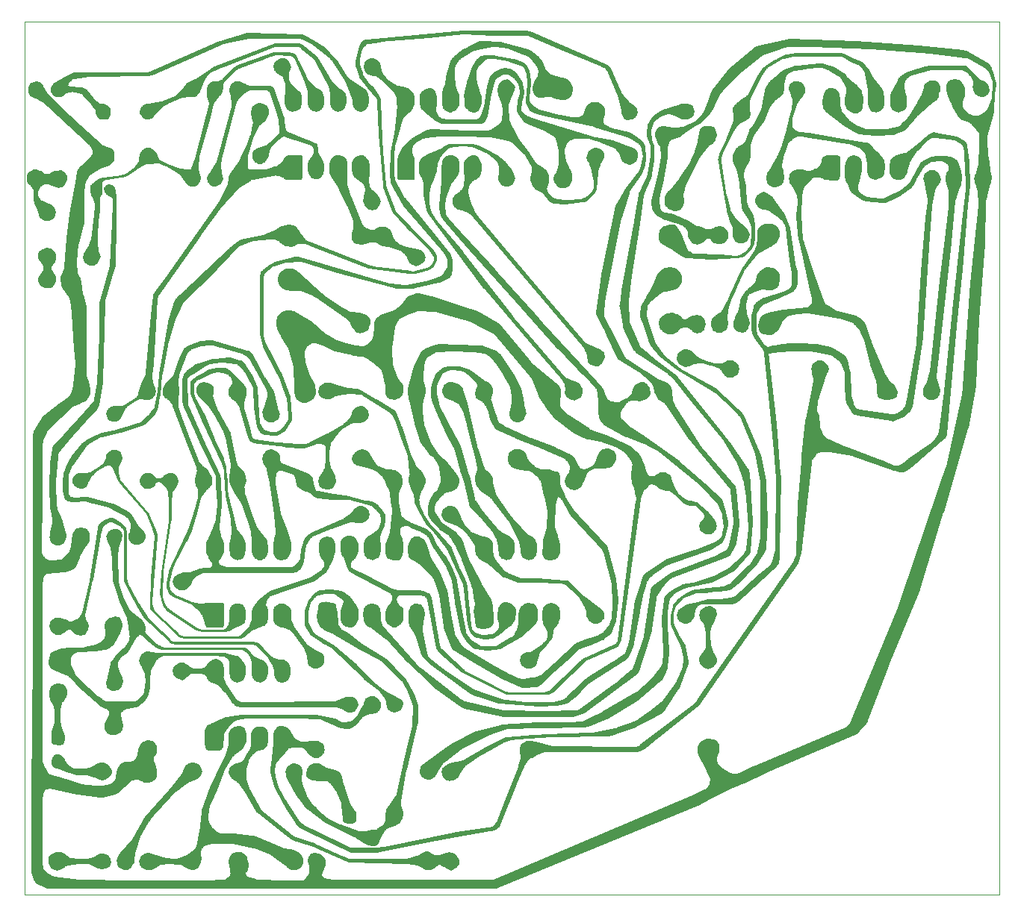
<source format=gbr>
G04 #@! TF.GenerationSoftware,KiCad,Pcbnew,(5.1.4)-1*
G04 #@! TF.CreationDate,2019-09-26T03:20:38+02:00*
G04 #@! TF.ProjectId,Board Reproduction,426f6172-6420-4526-9570-726f64756374,rev?*
G04 #@! TF.SameCoordinates,Original*
G04 #@! TF.FileFunction,Copper,L2,Bot*
G04 #@! TF.FilePolarity,Positive*
%FSLAX46Y46*%
G04 Gerber Fmt 4.6, Leading zero omitted, Abs format (unit mm)*
G04 Created by KiCad (PCBNEW (5.1.4)-1) date 2019-09-26 03:20:38*
%MOMM*%
%LPD*%
G04 APERTURE LIST*
%ADD10C,0.050000*%
%ADD11C,1.700000*%
%ADD12C,1.000000*%
%ADD13R,1.000000X1.000000*%
%ADD14C,1.600000*%
%ADD15C,0.100000*%
%ADD16C,1.250000*%
%ADD17O,1.600000X1.600000*%
%ADD18O,1.600000X2.400000*%
%ADD19R,1.600000X2.400000*%
%ADD20C,2.200000*%
%ADD21C,0.254000*%
%ADD22C,0.152400*%
G04 APERTURE END LIST*
D10*
X87376000Y-44704000D02*
X87376000Y-45974000D01*
X122936000Y-44704000D02*
X87376000Y-44704000D01*
X197866000Y-44704000D02*
X122936000Y-44704000D01*
X197866000Y-143764000D02*
X197866000Y-44704000D01*
X143256000Y-143764000D02*
X197866000Y-143764000D01*
X94996000Y-143764000D02*
X143256000Y-143764000D01*
X87376000Y-143764000D02*
X94996000Y-143764000D01*
X87376000Y-137414000D02*
X87376000Y-143764000D01*
X87376000Y-96774000D02*
X87376000Y-45974000D01*
X87376000Y-137414000D02*
X87376000Y-96774000D01*
D11*
X91186000Y-139954000D03*
X91186000Y-120904000D03*
X91186000Y-117094000D03*
X94996000Y-71374000D03*
X92456000Y-73914000D03*
X89916000Y-73914000D03*
D12*
X91186000Y-128504000D03*
D13*
X91186000Y-126004000D03*
D12*
X97016000Y-63754000D03*
D13*
X95516000Y-63754000D03*
D14*
X129286000Y-122174000D03*
X124206000Y-122174000D03*
X126746000Y-122174000D03*
D15*
G36*
X127089130Y-136790505D02*
G01*
X127119466Y-136795005D01*
X127149214Y-136802456D01*
X127178089Y-136812788D01*
X127205811Y-136825900D01*
X127232116Y-136841666D01*
X127256748Y-136859934D01*
X127279471Y-136880529D01*
X127300066Y-136903252D01*
X127318334Y-136927884D01*
X127334100Y-136954189D01*
X127347212Y-136981911D01*
X127357544Y-137010786D01*
X127364995Y-137040534D01*
X127369495Y-137070870D01*
X127371000Y-137101500D01*
X127371000Y-137726500D01*
X127369495Y-137757130D01*
X127364995Y-137787466D01*
X127357544Y-137817214D01*
X127347212Y-137846089D01*
X127334100Y-137873811D01*
X127318334Y-137900116D01*
X127300066Y-137924748D01*
X127279471Y-137947471D01*
X127256748Y-137968066D01*
X127232116Y-137986334D01*
X127205811Y-138002100D01*
X127178089Y-138015212D01*
X127149214Y-138025544D01*
X127119466Y-138032995D01*
X127089130Y-138037495D01*
X127058500Y-138039000D01*
X126433500Y-138039000D01*
X126402870Y-138037495D01*
X126372534Y-138032995D01*
X126342786Y-138025544D01*
X126313911Y-138015212D01*
X126286189Y-138002100D01*
X126259884Y-137986334D01*
X126235252Y-137968066D01*
X126212529Y-137947471D01*
X126191934Y-137924748D01*
X126173666Y-137900116D01*
X126157900Y-137873811D01*
X126144788Y-137846089D01*
X126134456Y-137817214D01*
X126127005Y-137787466D01*
X126122505Y-137757130D01*
X126121000Y-137726500D01*
X126121000Y-137101500D01*
X126122505Y-137070870D01*
X126127005Y-137040534D01*
X126134456Y-137010786D01*
X126144788Y-136981911D01*
X126157900Y-136954189D01*
X126173666Y-136927884D01*
X126191934Y-136903252D01*
X126212529Y-136880529D01*
X126235252Y-136859934D01*
X126259884Y-136841666D01*
X126286189Y-136825900D01*
X126313911Y-136812788D01*
X126342786Y-136802456D01*
X126372534Y-136795005D01*
X126402870Y-136790505D01*
X126433500Y-136789000D01*
X127058500Y-136789000D01*
X127089130Y-136790505D01*
X127089130Y-136790505D01*
G37*
D16*
X126746000Y-137414000D03*
D15*
G36*
X129629130Y-134250505D02*
G01*
X129659466Y-134255005D01*
X129689214Y-134262456D01*
X129718089Y-134272788D01*
X129745811Y-134285900D01*
X129772116Y-134301666D01*
X129796748Y-134319934D01*
X129819471Y-134340529D01*
X129840066Y-134363252D01*
X129858334Y-134387884D01*
X129874100Y-134414189D01*
X129887212Y-134441911D01*
X129897544Y-134470786D01*
X129904995Y-134500534D01*
X129909495Y-134530870D01*
X129911000Y-134561500D01*
X129911000Y-135186500D01*
X129909495Y-135217130D01*
X129904995Y-135247466D01*
X129897544Y-135277214D01*
X129887212Y-135306089D01*
X129874100Y-135333811D01*
X129858334Y-135360116D01*
X129840066Y-135384748D01*
X129819471Y-135407471D01*
X129796748Y-135428066D01*
X129772116Y-135446334D01*
X129745811Y-135462100D01*
X129718089Y-135475212D01*
X129689214Y-135485544D01*
X129659466Y-135492995D01*
X129629130Y-135497495D01*
X129598500Y-135499000D01*
X128973500Y-135499000D01*
X128942870Y-135497495D01*
X128912534Y-135492995D01*
X128882786Y-135485544D01*
X128853911Y-135475212D01*
X128826189Y-135462100D01*
X128799884Y-135446334D01*
X128775252Y-135428066D01*
X128752529Y-135407471D01*
X128731934Y-135384748D01*
X128713666Y-135360116D01*
X128697900Y-135333811D01*
X128684788Y-135306089D01*
X128674456Y-135277214D01*
X128667005Y-135247466D01*
X128662505Y-135217130D01*
X128661000Y-135186500D01*
X128661000Y-134561500D01*
X128662505Y-134530870D01*
X128667005Y-134500534D01*
X128674456Y-134470786D01*
X128684788Y-134441911D01*
X128697900Y-134414189D01*
X128713666Y-134387884D01*
X128731934Y-134363252D01*
X128752529Y-134340529D01*
X128775252Y-134319934D01*
X128799884Y-134301666D01*
X128826189Y-134285900D01*
X128853911Y-134272788D01*
X128882786Y-134262456D01*
X128912534Y-134255005D01*
X128942870Y-134250505D01*
X128973500Y-134249000D01*
X129598500Y-134249000D01*
X129629130Y-134250505D01*
X129629130Y-134250505D01*
G37*
D16*
X129286000Y-134874000D03*
D15*
G36*
X124549130Y-134250505D02*
G01*
X124579466Y-134255005D01*
X124609214Y-134262456D01*
X124638089Y-134272788D01*
X124665811Y-134285900D01*
X124692116Y-134301666D01*
X124716748Y-134319934D01*
X124739471Y-134340529D01*
X124760066Y-134363252D01*
X124778334Y-134387884D01*
X124794100Y-134414189D01*
X124807212Y-134441911D01*
X124817544Y-134470786D01*
X124824995Y-134500534D01*
X124829495Y-134530870D01*
X124831000Y-134561500D01*
X124831000Y-135186500D01*
X124829495Y-135217130D01*
X124824995Y-135247466D01*
X124817544Y-135277214D01*
X124807212Y-135306089D01*
X124794100Y-135333811D01*
X124778334Y-135360116D01*
X124760066Y-135384748D01*
X124739471Y-135407471D01*
X124716748Y-135428066D01*
X124692116Y-135446334D01*
X124665811Y-135462100D01*
X124638089Y-135475212D01*
X124609214Y-135485544D01*
X124579466Y-135492995D01*
X124549130Y-135497495D01*
X124518500Y-135499000D01*
X123893500Y-135499000D01*
X123862870Y-135497495D01*
X123832534Y-135492995D01*
X123802786Y-135485544D01*
X123773911Y-135475212D01*
X123746189Y-135462100D01*
X123719884Y-135446334D01*
X123695252Y-135428066D01*
X123672529Y-135407471D01*
X123651934Y-135384748D01*
X123633666Y-135360116D01*
X123617900Y-135333811D01*
X123604788Y-135306089D01*
X123594456Y-135277214D01*
X123587005Y-135247466D01*
X123582505Y-135217130D01*
X123581000Y-135186500D01*
X123581000Y-134561500D01*
X123582505Y-134530870D01*
X123587005Y-134500534D01*
X123594456Y-134470786D01*
X123604788Y-134441911D01*
X123617900Y-134414189D01*
X123633666Y-134387884D01*
X123651934Y-134363252D01*
X123672529Y-134340529D01*
X123695252Y-134319934D01*
X123719884Y-134301666D01*
X123746189Y-134285900D01*
X123773911Y-134272788D01*
X123802786Y-134262456D01*
X123832534Y-134255005D01*
X123862870Y-134250505D01*
X123893500Y-134249000D01*
X124518500Y-134249000D01*
X124549130Y-134250505D01*
X124549130Y-134250505D01*
G37*
D16*
X124206000Y-134874000D03*
D15*
G36*
X162649130Y-54240505D02*
G01*
X162679466Y-54245005D01*
X162709214Y-54252456D01*
X162738089Y-54262788D01*
X162765811Y-54275900D01*
X162792116Y-54291666D01*
X162816748Y-54309934D01*
X162839471Y-54330529D01*
X162860066Y-54353252D01*
X162878334Y-54377884D01*
X162894100Y-54404189D01*
X162907212Y-54431911D01*
X162917544Y-54460786D01*
X162924995Y-54490534D01*
X162929495Y-54520870D01*
X162931000Y-54551500D01*
X162931000Y-55176500D01*
X162929495Y-55207130D01*
X162924995Y-55237466D01*
X162917544Y-55267214D01*
X162907212Y-55296089D01*
X162894100Y-55323811D01*
X162878334Y-55350116D01*
X162860066Y-55374748D01*
X162839471Y-55397471D01*
X162816748Y-55418066D01*
X162792116Y-55436334D01*
X162765811Y-55452100D01*
X162738089Y-55465212D01*
X162709214Y-55475544D01*
X162679466Y-55482995D01*
X162649130Y-55487495D01*
X162618500Y-55489000D01*
X161993500Y-55489000D01*
X161962870Y-55487495D01*
X161932534Y-55482995D01*
X161902786Y-55475544D01*
X161873911Y-55465212D01*
X161846189Y-55452100D01*
X161819884Y-55436334D01*
X161795252Y-55418066D01*
X161772529Y-55397471D01*
X161751934Y-55374748D01*
X161733666Y-55350116D01*
X161717900Y-55323811D01*
X161704788Y-55296089D01*
X161694456Y-55267214D01*
X161687005Y-55237466D01*
X161682505Y-55207130D01*
X161681000Y-55176500D01*
X161681000Y-54551500D01*
X161682505Y-54520870D01*
X161687005Y-54490534D01*
X161694456Y-54460786D01*
X161704788Y-54431911D01*
X161717900Y-54404189D01*
X161733666Y-54377884D01*
X161751934Y-54353252D01*
X161772529Y-54330529D01*
X161795252Y-54309934D01*
X161819884Y-54291666D01*
X161846189Y-54275900D01*
X161873911Y-54262788D01*
X161902786Y-54252456D01*
X161932534Y-54245005D01*
X161962870Y-54240505D01*
X161993500Y-54239000D01*
X162618500Y-54239000D01*
X162649130Y-54240505D01*
X162649130Y-54240505D01*
G37*
D16*
X162306000Y-54864000D03*
D15*
G36*
X160109130Y-56780505D02*
G01*
X160139466Y-56785005D01*
X160169214Y-56792456D01*
X160198089Y-56802788D01*
X160225811Y-56815900D01*
X160252116Y-56831666D01*
X160276748Y-56849934D01*
X160299471Y-56870529D01*
X160320066Y-56893252D01*
X160338334Y-56917884D01*
X160354100Y-56944189D01*
X160367212Y-56971911D01*
X160377544Y-57000786D01*
X160384995Y-57030534D01*
X160389495Y-57060870D01*
X160391000Y-57091500D01*
X160391000Y-57716500D01*
X160389495Y-57747130D01*
X160384995Y-57777466D01*
X160377544Y-57807214D01*
X160367212Y-57836089D01*
X160354100Y-57863811D01*
X160338334Y-57890116D01*
X160320066Y-57914748D01*
X160299471Y-57937471D01*
X160276748Y-57958066D01*
X160252116Y-57976334D01*
X160225811Y-57992100D01*
X160198089Y-58005212D01*
X160169214Y-58015544D01*
X160139466Y-58022995D01*
X160109130Y-58027495D01*
X160078500Y-58029000D01*
X159453500Y-58029000D01*
X159422870Y-58027495D01*
X159392534Y-58022995D01*
X159362786Y-58015544D01*
X159333911Y-58005212D01*
X159306189Y-57992100D01*
X159279884Y-57976334D01*
X159255252Y-57958066D01*
X159232529Y-57937471D01*
X159211934Y-57914748D01*
X159193666Y-57890116D01*
X159177900Y-57863811D01*
X159164788Y-57836089D01*
X159154456Y-57807214D01*
X159147005Y-57777466D01*
X159142505Y-57747130D01*
X159141000Y-57716500D01*
X159141000Y-57091500D01*
X159142505Y-57060870D01*
X159147005Y-57030534D01*
X159154456Y-57000786D01*
X159164788Y-56971911D01*
X159177900Y-56944189D01*
X159193666Y-56917884D01*
X159211934Y-56893252D01*
X159232529Y-56870529D01*
X159255252Y-56849934D01*
X159279884Y-56831666D01*
X159306189Y-56815900D01*
X159333911Y-56802788D01*
X159362786Y-56792456D01*
X159392534Y-56785005D01*
X159422870Y-56780505D01*
X159453500Y-56779000D01*
X160078500Y-56779000D01*
X160109130Y-56780505D01*
X160109130Y-56780505D01*
G37*
D16*
X159766000Y-57404000D03*
D15*
G36*
X165189130Y-56780505D02*
G01*
X165219466Y-56785005D01*
X165249214Y-56792456D01*
X165278089Y-56802788D01*
X165305811Y-56815900D01*
X165332116Y-56831666D01*
X165356748Y-56849934D01*
X165379471Y-56870529D01*
X165400066Y-56893252D01*
X165418334Y-56917884D01*
X165434100Y-56944189D01*
X165447212Y-56971911D01*
X165457544Y-57000786D01*
X165464995Y-57030534D01*
X165469495Y-57060870D01*
X165471000Y-57091500D01*
X165471000Y-57716500D01*
X165469495Y-57747130D01*
X165464995Y-57777466D01*
X165457544Y-57807214D01*
X165447212Y-57836089D01*
X165434100Y-57863811D01*
X165418334Y-57890116D01*
X165400066Y-57914748D01*
X165379471Y-57937471D01*
X165356748Y-57958066D01*
X165332116Y-57976334D01*
X165305811Y-57992100D01*
X165278089Y-58005212D01*
X165249214Y-58015544D01*
X165219466Y-58022995D01*
X165189130Y-58027495D01*
X165158500Y-58029000D01*
X164533500Y-58029000D01*
X164502870Y-58027495D01*
X164472534Y-58022995D01*
X164442786Y-58015544D01*
X164413911Y-58005212D01*
X164386189Y-57992100D01*
X164359884Y-57976334D01*
X164335252Y-57958066D01*
X164312529Y-57937471D01*
X164291934Y-57914748D01*
X164273666Y-57890116D01*
X164257900Y-57863811D01*
X164244788Y-57836089D01*
X164234456Y-57807214D01*
X164227005Y-57777466D01*
X164222505Y-57747130D01*
X164221000Y-57716500D01*
X164221000Y-57091500D01*
X164222505Y-57060870D01*
X164227005Y-57030534D01*
X164234456Y-57000786D01*
X164244788Y-56971911D01*
X164257900Y-56944189D01*
X164273666Y-56917884D01*
X164291934Y-56893252D01*
X164312529Y-56870529D01*
X164335252Y-56849934D01*
X164359884Y-56831666D01*
X164386189Y-56815900D01*
X164413911Y-56802788D01*
X164442786Y-56792456D01*
X164472534Y-56785005D01*
X164502870Y-56780505D01*
X164533500Y-56779000D01*
X165158500Y-56779000D01*
X165189130Y-56780505D01*
X165189130Y-56780505D01*
G37*
D16*
X164846000Y-57404000D03*
D17*
X164846000Y-117094000D03*
D14*
X164846000Y-127254000D03*
D17*
X167386000Y-84074000D03*
D14*
X177546000Y-84074000D03*
D17*
X152146000Y-82804000D03*
D14*
X162306000Y-82804000D03*
D17*
X164846000Y-101854000D03*
D14*
X164846000Y-112014000D03*
D17*
X152146000Y-112014000D03*
D14*
X162306000Y-112014000D03*
D17*
X144526000Y-127254000D03*
D14*
X144526000Y-117094000D03*
D17*
X125476000Y-100584000D03*
D14*
X135636000Y-100584000D03*
D17*
X120396000Y-117094000D03*
D14*
X120396000Y-127254000D03*
D17*
X105156000Y-108204000D03*
D14*
X105156000Y-118364000D03*
D17*
X171196000Y-65024000D03*
D14*
X161036000Y-65024000D03*
D17*
X136906000Y-65024000D03*
D14*
X126746000Y-65024000D03*
D17*
X126746000Y-49784000D03*
D14*
X116586000Y-49784000D03*
D17*
X195834000Y-52324000D03*
D14*
X195834000Y-62484000D03*
D17*
X192786000Y-62484000D03*
D14*
X192786000Y-52324000D03*
D17*
X120396000Y-139954000D03*
D14*
X120396000Y-129794000D03*
D17*
X101346000Y-139954000D03*
D14*
X101346000Y-129794000D03*
D17*
X117856000Y-139954000D03*
D14*
X117856000Y-129794000D03*
D17*
X106426000Y-139954000D03*
D14*
X106426000Y-129794000D03*
D17*
X111506000Y-139954000D03*
D14*
X111506000Y-129794000D03*
D17*
X133096000Y-139954000D03*
D14*
X133096000Y-129794000D03*
D17*
X135636000Y-139954000D03*
D14*
X135636000Y-129794000D03*
D17*
X163576000Y-78994000D03*
D14*
X163576000Y-68834000D03*
D17*
X168656000Y-78994000D03*
D14*
X168656000Y-68834000D03*
D17*
X166116000Y-78994000D03*
D14*
X166116000Y-68834000D03*
D17*
X175006000Y-52324000D03*
D14*
X175006000Y-62484000D03*
D17*
X172466000Y-62484000D03*
D14*
X172466000Y-52324000D03*
D17*
X96266000Y-139954000D03*
D14*
X96266000Y-129794000D03*
D17*
X101346000Y-117094000D03*
D14*
X101346000Y-127254000D03*
D17*
X93726000Y-113284000D03*
D14*
X93726000Y-103124000D03*
D17*
X91186000Y-103124000D03*
D14*
X91186000Y-113284000D03*
D17*
X97536000Y-103124000D03*
D14*
X97536000Y-113284000D03*
D17*
X100076000Y-103124000D03*
D14*
X100076000Y-113284000D03*
D17*
X159766000Y-96774000D03*
D14*
X159766000Y-86614000D03*
D17*
X148336000Y-52324000D03*
D14*
X148336000Y-62484000D03*
D17*
X145796000Y-62484000D03*
D14*
X145796000Y-52324000D03*
D17*
X157226000Y-96774000D03*
D14*
X157226000Y-86614000D03*
D17*
X141986000Y-62484000D03*
D14*
X141986000Y-52324000D03*
D17*
X149606000Y-96774000D03*
D14*
X149606000Y-86614000D03*
D17*
X147066000Y-86614000D03*
D14*
X147066000Y-96774000D03*
D17*
X139446000Y-96774000D03*
D14*
X139446000Y-86614000D03*
D17*
X135636000Y-96774000D03*
D14*
X135636000Y-86614000D03*
D17*
X129286000Y-86614000D03*
D14*
X129286000Y-96774000D03*
D17*
X131826000Y-96774000D03*
D14*
X131826000Y-86614000D03*
D17*
X121666000Y-96774000D03*
D14*
X121666000Y-86614000D03*
D17*
X119126000Y-86614000D03*
D14*
X119126000Y-96774000D03*
D17*
X111506000Y-96774000D03*
D14*
X111506000Y-86614000D03*
D17*
X107696000Y-96774000D03*
D14*
X107696000Y-86614000D03*
D17*
X93726000Y-86614000D03*
D14*
X93726000Y-96774000D03*
D17*
X103886000Y-96774000D03*
D14*
X103886000Y-86614000D03*
D17*
X101346000Y-86614000D03*
D14*
X101346000Y-96774000D03*
D17*
X125476000Y-68834000D03*
D14*
X125476000Y-78994000D03*
D17*
X128016000Y-78994000D03*
D14*
X128016000Y-68834000D03*
D17*
X111506000Y-62484000D03*
D14*
X111506000Y-52324000D03*
D17*
X108966000Y-62484000D03*
D14*
X108966000Y-52324000D03*
D17*
X106426000Y-62484000D03*
D14*
X106426000Y-52324000D03*
D17*
X91186000Y-52324000D03*
D14*
X91186000Y-62484000D03*
D17*
X88646000Y-62484000D03*
D14*
X88646000Y-52324000D03*
D18*
X131826000Y-104394000D03*
X131826000Y-112014000D03*
X121666000Y-104394000D03*
X129286000Y-112014000D03*
X124206000Y-104394000D03*
X126746000Y-112014000D03*
X126746000Y-104394000D03*
X124206000Y-112014000D03*
X129286000Y-104394000D03*
D19*
X121666000Y-112014000D03*
X130556000Y-61214000D03*
D18*
X138176000Y-53594000D03*
X133096000Y-61214000D03*
X135636000Y-53594000D03*
X135636000Y-61214000D03*
X133096000Y-53594000D03*
X138176000Y-61214000D03*
X130556000Y-53594000D03*
D19*
X139446000Y-112014000D03*
D18*
X147066000Y-104394000D03*
X141986000Y-112014000D03*
X144526000Y-104394000D03*
X144526000Y-112014000D03*
X141986000Y-104394000D03*
X147066000Y-112014000D03*
X139446000Y-104394000D03*
D19*
X108966000Y-112014000D03*
D18*
X116586000Y-104394000D03*
X111506000Y-112014000D03*
X114046000Y-104394000D03*
X114046000Y-112014000D03*
X111506000Y-104394000D03*
X116586000Y-112014000D03*
X108966000Y-104394000D03*
D19*
X178816000Y-61214000D03*
D18*
X186436000Y-53594000D03*
X181356000Y-61214000D03*
X183896000Y-53594000D03*
X183896000Y-61214000D03*
X181356000Y-53594000D03*
X186436000Y-61214000D03*
X178816000Y-53594000D03*
D19*
X108966000Y-125984000D03*
D18*
X116586000Y-118364000D03*
X111506000Y-125984000D03*
X114046000Y-118364000D03*
X114046000Y-125984000D03*
X111506000Y-118364000D03*
X116586000Y-125984000D03*
X108966000Y-118364000D03*
D19*
X117856000Y-61214000D03*
D18*
X125476000Y-53594000D03*
X120396000Y-61214000D03*
X122936000Y-53594000D03*
X122936000Y-61214000D03*
X120396000Y-53594000D03*
X125476000Y-61214000D03*
X117856000Y-53594000D03*
D20*
X171706000Y-73914000D03*
X171706000Y-78914000D03*
X171706000Y-68914000D03*
X160526000Y-73914000D03*
X160526000Y-68914000D03*
X160526000Y-78914000D03*
X117346000Y-73914000D03*
X117346000Y-68914000D03*
X117346000Y-78914000D03*
D14*
X98806000Y-129794000D03*
X98806000Y-139954000D03*
X190246000Y-52324000D03*
X190246000Y-62484000D03*
X185206000Y-86614000D03*
X190206000Y-86614000D03*
X168656000Y-59904000D03*
X168656000Y-54904000D03*
X97536000Y-124674000D03*
X97536000Y-119674000D03*
X155956000Y-54904000D03*
X155956000Y-59904000D03*
X152146000Y-54904000D03*
X152146000Y-59904000D03*
X153416000Y-89194000D03*
X153416000Y-94194000D03*
X143256000Y-94194000D03*
X143256000Y-89194000D03*
X125476000Y-94194000D03*
X125476000Y-89194000D03*
X115316000Y-94194000D03*
X115316000Y-89194000D03*
X97536000Y-94194000D03*
X97536000Y-89194000D03*
X131826000Y-76414000D03*
X131826000Y-71414000D03*
X114046000Y-54904000D03*
X114046000Y-59904000D03*
X101346000Y-59904000D03*
X101346000Y-54904000D03*
X96266000Y-54904000D03*
X96266000Y-59904000D03*
X89916000Y-66334000D03*
X89916000Y-71334000D03*
D21*
G36*
X181585376Y-46989262D02*
G01*
X181621400Y-46991138D01*
X188699184Y-47496694D01*
X188723373Y-47498737D01*
X193707477Y-47984991D01*
X193885442Y-48020654D01*
X194052711Y-48091143D01*
X195251801Y-48745192D01*
X195275168Y-48758377D01*
X196455452Y-49446876D01*
X196588122Y-49541229D01*
X196697711Y-49653714D01*
X196785363Y-49784028D01*
X196850529Y-49933199D01*
X196978435Y-50316915D01*
X196986978Y-50343899D01*
X197304647Y-51402797D01*
X197338634Y-51576080D01*
X197338301Y-51752657D01*
X197233483Y-52800828D01*
X197233270Y-52803185D01*
X197230255Y-52840311D01*
X197230085Y-52842669D01*
X197110660Y-54753476D01*
X197082162Y-54931423D01*
X196386064Y-57599796D01*
X196383928Y-57609530D01*
X196356364Y-57763897D01*
X196354412Y-57783716D01*
X196351319Y-57940493D01*
X196351513Y-57950456D01*
X196466092Y-59898303D01*
X196466668Y-59905034D01*
X196478549Y-60010711D01*
X196479482Y-60017401D01*
X196721159Y-61467466D01*
X196726676Y-61505310D01*
X196827084Y-62308573D01*
X196832424Y-62475272D01*
X196807066Y-62640105D01*
X196728816Y-62953103D01*
X196725146Y-62967308D01*
X196249699Y-64750235D01*
X196246709Y-64764844D01*
X196213273Y-64996874D01*
X196212017Y-65011733D01*
X196088693Y-69821351D01*
X196086479Y-69866011D01*
X195454170Y-78465420D01*
X195454073Y-78466852D01*
X195452671Y-78489402D01*
X195452590Y-78490834D01*
X195075716Y-85902695D01*
X195061431Y-86024772D01*
X194195044Y-90728014D01*
X194172682Y-90821935D01*
X191395653Y-100289078D01*
X191392979Y-100298026D01*
X188742243Y-109007588D01*
X188712284Y-109091473D01*
X185180794Y-117667948D01*
X185180140Y-117669567D01*
X185170035Y-117695099D01*
X185169405Y-117696722D01*
X182820894Y-123877013D01*
X182758328Y-124008614D01*
X182675434Y-124128468D01*
X181800330Y-125198040D01*
X181642265Y-125349403D01*
X181452466Y-125458353D01*
X172687541Y-129161843D01*
X172685395Y-129162774D01*
X172651726Y-129177737D01*
X172649597Y-129178707D01*
X168883346Y-130936291D01*
X168835150Y-130957156D01*
X167631453Y-131438635D01*
X167626593Y-131440698D01*
X167550770Y-131474748D01*
X167546001Y-131477010D01*
X166069603Y-132215209D01*
X166068287Y-132215876D01*
X166047613Y-132226515D01*
X166046303Y-132227199D01*
X163942728Y-133340856D01*
X163861384Y-133379041D01*
X140983390Y-142806786D01*
X140814448Y-142857783D01*
X140638822Y-142875000D01*
X90139385Y-142875000D01*
X89947951Y-142854505D01*
X89765190Y-142793945D01*
X88954313Y-142425365D01*
X88800891Y-142336540D01*
X88672450Y-142223627D01*
X88568503Y-142087823D01*
X88490285Y-141928729D01*
X88322585Y-141481528D01*
X88279513Y-141325341D01*
X88265000Y-141163961D01*
X88265000Y-132211334D01*
X88265031Y-132203746D01*
X88391963Y-116591097D01*
X88391966Y-116590580D01*
X88391999Y-116582450D01*
X88392000Y-116581935D01*
X88392000Y-91595705D01*
X88406634Y-91433667D01*
X88448532Y-91282402D01*
X88519353Y-91135923D01*
X89419131Y-89636294D01*
X89516282Y-89503473D01*
X89635896Y-89390450D01*
X91248888Y-88123099D01*
X91276668Y-88102096D01*
X92351749Y-87320219D01*
X92360718Y-87313054D01*
X92496577Y-87194085D01*
X92512396Y-87177480D01*
X92624644Y-87036016D01*
X92637219Y-87016837D01*
X92722195Y-86857493D01*
X92731116Y-86836364D01*
X92786048Y-86664335D01*
X92789042Y-86653253D01*
X92948620Y-85935151D01*
X92949986Y-85928057D01*
X92968305Y-85815811D01*
X92969265Y-85808650D01*
X93207768Y-83542870D01*
X93208453Y-83531360D01*
X93211002Y-83349978D01*
X93210641Y-83338452D01*
X93091213Y-81785900D01*
X93090276Y-81772459D01*
X92839960Y-77767388D01*
X92839386Y-77760890D01*
X92827727Y-77658869D01*
X92826820Y-77652410D01*
X92710308Y-76953338D01*
X92706979Y-76931820D01*
X92615496Y-76291444D01*
X92612533Y-76276866D01*
X92552610Y-76050794D01*
X92541694Y-76023170D01*
X92430900Y-75817201D01*
X92423097Y-75804534D01*
X91795041Y-74907311D01*
X91704389Y-74744252D01*
X91649131Y-74566074D01*
X91585183Y-74246338D01*
X91567000Y-74062707D01*
X91567000Y-73649439D01*
X91591189Y-73441692D01*
X91662463Y-73245054D01*
X91852293Y-72865394D01*
X91856984Y-72854837D01*
X91923153Y-72685572D01*
X91929569Y-72663401D01*
X91964010Y-72484956D01*
X91965681Y-72473525D01*
X92072334Y-71406995D01*
X92072566Y-71404407D01*
X92075803Y-71363625D01*
X92075982Y-71361034D01*
X92199384Y-69263218D01*
X92206354Y-69191686D01*
X92578871Y-66459896D01*
X92584878Y-66421733D01*
X93215006Y-62893015D01*
X93215134Y-62892288D01*
X93217100Y-62880896D01*
X93217222Y-62880177D01*
X93411608Y-61713864D01*
X93467009Y-61519214D01*
X93560864Y-61348050D01*
X93695194Y-61196685D01*
X94646631Y-60340392D01*
X94653169Y-60334071D01*
X94752426Y-60230961D01*
X94758494Y-60224187D01*
X94987731Y-59949103D01*
X94996775Y-59936819D01*
X95078487Y-59810605D01*
X95091853Y-59783242D01*
X95141170Y-59641204D01*
X95147637Y-59611446D01*
X95161723Y-59461750D01*
X95160921Y-59431307D01*
X95138966Y-59282563D01*
X95130939Y-59253186D01*
X95074204Y-59113944D01*
X95067610Y-59100189D01*
X94804234Y-58626113D01*
X94798961Y-58617455D01*
X94710618Y-58484635D01*
X94698089Y-58468716D01*
X94589751Y-58351633D01*
X94582574Y-58344473D01*
X89912151Y-54042768D01*
X89907335Y-54038551D01*
X89829859Y-53974096D01*
X89824836Y-53970127D01*
X89429336Y-53673502D01*
X89419904Y-53667069D01*
X89267118Y-53572642D01*
X89257146Y-53567083D01*
X88612328Y-53244674D01*
X88549332Y-53210093D01*
X88078824Y-52927787D01*
X87992985Y-52858075D01*
X87934295Y-52773260D01*
X87897528Y-52671825D01*
X87884000Y-52555640D01*
X87884000Y-52327890D01*
X87911953Y-52100820D01*
X87941492Y-51982668D01*
X87992846Y-51857261D01*
X88071867Y-51758753D01*
X88183147Y-51681417D01*
X88231054Y-51657463D01*
X88427692Y-51586189D01*
X88635439Y-51562000D01*
X88749264Y-51562000D01*
X88892777Y-51580894D01*
X89018748Y-51633073D01*
X89133581Y-51721187D01*
X89199837Y-51787443D01*
X89294028Y-51898151D01*
X89369267Y-52022514D01*
X89520565Y-52325111D01*
X89524313Y-52332060D01*
X89586690Y-52439547D01*
X89590864Y-52446249D01*
X90002566Y-53063800D01*
X90011010Y-53075061D01*
X90153405Y-53244499D01*
X90163045Y-53254757D01*
X92740154Y-55709147D01*
X92741337Y-55710259D01*
X92760079Y-55727657D01*
X92761276Y-55728754D01*
X95396282Y-58112807D01*
X95399179Y-58115349D01*
X95445397Y-58154682D01*
X95448370Y-58157135D01*
X96222588Y-58776509D01*
X96232247Y-58783519D01*
X96389219Y-58886526D01*
X96410295Y-58897679D01*
X96583755Y-58969528D01*
X96606544Y-58976544D01*
X96790376Y-59014703D01*
X96802159Y-59016577D01*
X96818970Y-59018445D01*
X96985510Y-59060396D01*
X97127058Y-59141248D01*
X97243638Y-59259186D01*
X97333526Y-59410426D01*
X97389365Y-59577944D01*
X97409000Y-59760315D01*
X97409000Y-60038284D01*
X97390255Y-60204943D01*
X97337319Y-60356505D01*
X97252032Y-60492529D01*
X97133601Y-60611280D01*
X96949991Y-60758168D01*
X96831825Y-60838275D01*
X96702545Y-60898784D01*
X95925683Y-61190107D01*
X95915081Y-61194642D01*
X95751709Y-61273479D01*
X95741563Y-61278956D01*
X94826933Y-61827734D01*
X94815956Y-61835125D01*
X94649607Y-61960189D01*
X94630248Y-61978184D01*
X94493389Y-62134972D01*
X94478174Y-62156585D01*
X94376733Y-62338306D01*
X94370894Y-62350181D01*
X94175643Y-62805766D01*
X94169570Y-62823418D01*
X94094831Y-63106906D01*
X94091412Y-63125257D01*
X93986893Y-64065929D01*
X93986310Y-64072931D01*
X93980194Y-64183362D01*
X93980000Y-64190385D01*
X93980000Y-67179110D01*
X93952047Y-67406180D01*
X93364320Y-69757087D01*
X93362604Y-69765022D01*
X93339596Y-69890717D01*
X93338390Y-69898745D01*
X93105234Y-71880567D01*
X93104365Y-71894996D01*
X93103632Y-72122268D01*
X93104408Y-72136703D01*
X93199081Y-72988765D01*
X93200808Y-72999835D01*
X93235638Y-73172626D01*
X93241978Y-73194095D01*
X93306605Y-73358086D01*
X93311169Y-73368318D01*
X93540089Y-73826157D01*
X93592978Y-73956341D01*
X93625065Y-74093136D01*
X93847452Y-75538651D01*
X93848477Y-75544425D01*
X93866707Y-75634903D01*
X93867997Y-75640620D01*
X94206047Y-76992820D01*
X94234000Y-77219890D01*
X94234000Y-84599932D01*
X94234852Y-84614620D01*
X94261603Y-84844373D01*
X94268352Y-84872963D01*
X94347174Y-85090424D01*
X94352981Y-85103942D01*
X94437731Y-85273441D01*
X94518389Y-85508524D01*
X94682303Y-86328094D01*
X94699860Y-86508497D01*
X94681754Y-86682397D01*
X94627408Y-86855314D01*
X94505990Y-87138623D01*
X94410543Y-87308189D01*
X94285627Y-87448259D01*
X94128058Y-87562409D01*
X93588782Y-87870566D01*
X93493076Y-87918224D01*
X92836983Y-88199407D01*
X92826122Y-88204686D01*
X92659413Y-88295764D01*
X92639435Y-88309290D01*
X92492957Y-88430250D01*
X92484021Y-88438373D01*
X91618085Y-89304309D01*
X91593164Y-89328324D01*
X89994186Y-90813090D01*
X89984452Y-90823185D01*
X89840394Y-90990129D01*
X89824548Y-91013219D01*
X89720580Y-91207678D01*
X89714660Y-91220391D01*
X89361606Y-92103025D01*
X89357659Y-92114439D01*
X89304180Y-92296722D01*
X89299618Y-92320412D01*
X89281574Y-92509519D01*
X89281000Y-92521582D01*
X89281000Y-98288005D01*
X89280834Y-98305639D01*
X89160841Y-104665258D01*
X89161412Y-104679920D01*
X89183693Y-104909529D01*
X89189867Y-104938168D01*
X89264169Y-105156562D01*
X89276742Y-105183025D01*
X89399112Y-105378582D01*
X89407601Y-105390551D01*
X89450796Y-105444544D01*
X89458447Y-105453260D01*
X89584961Y-105584753D01*
X89602485Y-105599917D01*
X89750787Y-105706232D01*
X89770775Y-105717960D01*
X89935926Y-105795556D01*
X89957712Y-105803456D01*
X90134214Y-105849751D01*
X90145557Y-105852178D01*
X90386334Y-105892307D01*
X90404622Y-105894009D01*
X90693056Y-105899893D01*
X90711398Y-105898938D01*
X91242294Y-105832576D01*
X91256055Y-105830080D01*
X91469937Y-105778978D01*
X91496222Y-105769541D01*
X91693763Y-105672927D01*
X91717349Y-105657973D01*
X91888998Y-105520518D01*
X91899417Y-105511189D01*
X92273664Y-105136942D01*
X92282279Y-105127407D01*
X92410013Y-104970791D01*
X92424142Y-104949364D01*
X92517778Y-104770264D01*
X92523148Y-104758590D01*
X92656397Y-104425467D01*
X92661172Y-104411097D01*
X92722645Y-104181128D01*
X92725677Y-104166292D01*
X92834484Y-103404644D01*
X92834637Y-103403537D01*
X92836965Y-103386150D01*
X92837107Y-103385048D01*
X92909215Y-102808185D01*
X92951199Y-102641822D01*
X93028660Y-102497607D01*
X93138880Y-102376557D01*
X93281783Y-102281598D01*
X93302605Y-102271188D01*
X93458732Y-102210469D01*
X93617557Y-102180678D01*
X93779154Y-102180689D01*
X93943800Y-102211596D01*
X94171604Y-102276683D01*
X94310020Y-102337906D01*
X94419658Y-102428897D01*
X94505338Y-102553655D01*
X94519537Y-102582054D01*
X94590811Y-102778692D01*
X94615000Y-102986439D01*
X94615000Y-103274068D01*
X94592225Y-103475737D01*
X94527428Y-103660459D01*
X94419232Y-103832162D01*
X94187316Y-104122057D01*
X94181022Y-104130638D01*
X94087733Y-104269690D01*
X94082179Y-104278768D01*
X93518762Y-105292918D01*
X93515083Y-105300065D01*
X93460764Y-105414318D01*
X93457544Y-105421681D01*
X93139502Y-106216786D01*
X93052112Y-106382839D01*
X92936568Y-106522174D01*
X92794754Y-106634663D01*
X92626840Y-106718424D01*
X92164665Y-106891739D01*
X91920698Y-106947504D01*
X90676460Y-107060617D01*
X90675199Y-107060738D01*
X90655303Y-107062747D01*
X90654037Y-107062881D01*
X89967242Y-107139192D01*
X89950773Y-107142130D01*
X89802862Y-107178715D01*
X89771787Y-107190922D01*
X89638522Y-107264789D01*
X89611702Y-107284673D01*
X89502292Y-107390718D01*
X89481581Y-107416903D01*
X89403587Y-107547796D01*
X89390415Y-107578475D01*
X89349228Y-107725170D01*
X89345776Y-107741540D01*
X89292327Y-108115686D01*
X89291371Y-108124643D01*
X89281320Y-108266065D01*
X89281000Y-108275068D01*
X89281000Y-128541932D01*
X89281852Y-128556620D01*
X89308603Y-128786373D01*
X89315352Y-128814963D01*
X89394174Y-129032424D01*
X89399981Y-129045942D01*
X89716548Y-129679075D01*
X89723542Y-129691314D01*
X89844035Y-129877368D01*
X89861863Y-129899156D01*
X90020384Y-130054094D01*
X90042573Y-130071419D01*
X90231333Y-130187629D01*
X90256793Y-130199639D01*
X90466515Y-130271411D01*
X90480086Y-130275229D01*
X91112032Y-130415661D01*
X91192799Y-130437438D01*
X93823866Y-131274595D01*
X93838982Y-131278400D01*
X94079807Y-131323527D01*
X94095276Y-131325453D01*
X95917492Y-131439341D01*
X95928476Y-131439551D01*
X96101286Y-131435383D01*
X96112249Y-131434643D01*
X96764913Y-131362124D01*
X96777217Y-131360142D01*
X96965467Y-131320248D01*
X96989200Y-131312724D01*
X97166049Y-131236871D01*
X97187857Y-131224862D01*
X97346510Y-131115965D01*
X97365557Y-131099932D01*
X97499917Y-130962175D01*
X97508170Y-130952836D01*
X97599464Y-130838719D01*
X97605837Y-130830020D01*
X97700202Y-130689024D01*
X97710624Y-130670166D01*
X97779796Y-130515248D01*
X97786880Y-130494899D01*
X97828868Y-130330517D01*
X97831091Y-130319966D01*
X97912456Y-129831777D01*
X97917890Y-129802124D01*
X97976624Y-129508455D01*
X98033286Y-129331876D01*
X98124412Y-129178721D01*
X98252567Y-129044678D01*
X98413685Y-128910412D01*
X98570543Y-128805352D01*
X98739605Y-128737630D01*
X98919035Y-128706489D01*
X99107709Y-128713534D01*
X99194440Y-128725924D01*
X99209100Y-128727157D01*
X99375218Y-128731475D01*
X99404475Y-128728837D01*
X99567142Y-128694873D01*
X99595011Y-128685583D01*
X99745522Y-128615154D01*
X99770510Y-128599711D01*
X99900814Y-128496586D01*
X99911803Y-128486803D01*
X99923189Y-128475417D01*
X99932518Y-128464998D01*
X100069973Y-128293349D01*
X100084927Y-128269763D01*
X100181541Y-128072222D01*
X100190978Y-128045937D01*
X100242080Y-127832055D01*
X100244576Y-127818295D01*
X100307104Y-127318076D01*
X100338930Y-127168156D01*
X100395609Y-127025761D01*
X100495733Y-126825514D01*
X100570972Y-126701151D01*
X100665163Y-126590443D01*
X100669257Y-126586349D01*
X100791314Y-126486801D01*
X100930900Y-126413823D01*
X101068758Y-126358680D01*
X101257662Y-126307726D01*
X101445740Y-126302200D01*
X101637307Y-126341972D01*
X101736878Y-126375162D01*
X101863243Y-126433165D01*
X101968606Y-126512838D01*
X102054326Y-126613336D01*
X102119648Y-126736077D01*
X102170313Y-126862738D01*
X102218681Y-127027602D01*
X102235000Y-127198629D01*
X102235000Y-127310685D01*
X102215365Y-127493056D01*
X102159526Y-127660574D01*
X102065811Y-127818252D01*
X101993700Y-127914400D01*
X101982806Y-127931658D01*
X101897833Y-128093834D01*
X101888496Y-128116913D01*
X101884967Y-128132433D01*
X101855640Y-128313157D01*
X101854000Y-128333500D01*
X101854000Y-128382010D01*
X101854852Y-128396698D01*
X101870942Y-128534890D01*
X101877691Y-128563480D01*
X101925101Y-128694278D01*
X101930908Y-128707796D01*
X101950207Y-128746394D01*
X102013036Y-128907915D01*
X102198981Y-129558721D01*
X102235000Y-129815902D01*
X102235000Y-130104129D01*
X102220575Y-130228016D01*
X102180600Y-130338305D01*
X102116361Y-130436448D01*
X102025903Y-130522323D01*
X101911709Y-130607968D01*
X101788796Y-130685555D01*
X101655046Y-130742448D01*
X101329141Y-130851083D01*
X101178009Y-130880282D01*
X101032838Y-130869965D01*
X100887347Y-130819683D01*
X100677999Y-130715010D01*
X100673230Y-130712748D01*
X100597407Y-130678698D01*
X100592546Y-130676635D01*
X100259835Y-130543551D01*
X100242834Y-130538102D01*
X100070554Y-130495976D01*
X100035111Y-130492452D01*
X99857909Y-130499823D01*
X99822881Y-130506279D01*
X99654694Y-130562566D01*
X99638204Y-130569408D01*
X99505311Y-130635854D01*
X99490583Y-130644502D01*
X99268832Y-130795635D01*
X99255397Y-130806181D01*
X98726617Y-131282083D01*
X98716694Y-131290889D01*
X97893756Y-132010961D01*
X97717406Y-132131703D01*
X97517640Y-132207682D01*
X96177203Y-132542790D01*
X96004444Y-132568593D01*
X95829966Y-132560705D01*
X93400958Y-132213704D01*
X93334454Y-132201742D01*
X90555968Y-131597723D01*
X90542556Y-131595551D01*
X90330126Y-131572727D01*
X90316559Y-131572000D01*
X90043000Y-131572000D01*
X90027179Y-131572989D01*
X89896497Y-131589397D01*
X89865835Y-131597220D01*
X89743265Y-131645426D01*
X89715489Y-131660587D01*
X89608642Y-131737599D01*
X89585477Y-131759154D01*
X89500985Y-131860189D01*
X89483868Y-131886803D01*
X89426976Y-132005590D01*
X89421034Y-132020287D01*
X89338834Y-132266889D01*
X89335997Y-132276700D01*
X89297593Y-132432745D01*
X89294324Y-132452890D01*
X89281411Y-132613073D01*
X89281000Y-132623278D01*
X89281000Y-140343000D01*
X89281546Y-140354760D01*
X89298694Y-140539158D01*
X89303031Y-140562274D01*
X89353888Y-140740347D01*
X89362413Y-140762267D01*
X89445234Y-140927909D01*
X89457655Y-140947881D01*
X89569600Y-141095411D01*
X89585491Y-141112751D01*
X89722720Y-141237108D01*
X89731800Y-141244600D01*
X90133238Y-141545678D01*
X90142391Y-141551938D01*
X90290565Y-141644045D01*
X90310333Y-141654056D01*
X90472261Y-141719007D01*
X90493466Y-141725431D01*
X90664218Y-141761250D01*
X90675161Y-141763050D01*
X93535572Y-142106299D01*
X93541715Y-142106886D01*
X93638643Y-142113763D01*
X93644809Y-142114050D01*
X99300071Y-142239722D01*
X99301481Y-142239745D01*
X99323698Y-142239992D01*
X99325110Y-142240000D01*
X107920614Y-142240000D01*
X107924345Y-142239945D01*
X107983067Y-142238219D01*
X107986794Y-142238055D01*
X109798891Y-142131461D01*
X109811844Y-142130029D01*
X110014148Y-142097087D01*
X110039277Y-142090292D01*
X110230614Y-142016794D01*
X110253829Y-142005019D01*
X110426161Y-141894054D01*
X110436742Y-141886445D01*
X110505836Y-141831170D01*
X110518609Y-141819435D01*
X110643951Y-141687393D01*
X110664136Y-141659280D01*
X110749177Y-141498302D01*
X110761022Y-141465783D01*
X110799445Y-141287825D01*
X110802072Y-141253316D01*
X110791025Y-141071591D01*
X110788793Y-141054390D01*
X110635183Y-140286338D01*
X110617000Y-140102707D01*
X110617000Y-139816439D01*
X110641189Y-139608692D01*
X110712463Y-139412054D01*
X110726662Y-139383655D01*
X110812342Y-139258897D01*
X110921980Y-139167906D01*
X111060396Y-139106683D01*
X111465635Y-138990900D01*
X111629548Y-138969756D01*
X111792396Y-138998002D01*
X111815043Y-139005550D01*
X111948796Y-139062445D01*
X112071709Y-139140032D01*
X112186016Y-139225762D01*
X112317718Y-139350244D01*
X112413933Y-139495150D01*
X112477550Y-139664835D01*
X112596549Y-140140829D01*
X112623291Y-140338633D01*
X112605988Y-140537484D01*
X112561523Y-140759805D01*
X112512358Y-140896873D01*
X112425587Y-141013807D01*
X112395000Y-141044394D01*
X112379206Y-141063639D01*
X112312742Y-141163109D01*
X112301006Y-141185066D01*
X112293779Y-141208891D01*
X112270440Y-141326224D01*
X112268000Y-141351000D01*
X112271814Y-141381891D01*
X112299893Y-141493864D01*
X112308287Y-141517303D01*
X112321091Y-141538654D01*
X112329045Y-141548335D01*
X112406636Y-141633809D01*
X112430223Y-141654117D01*
X112575669Y-141751081D01*
X112584054Y-141756214D01*
X112719021Y-141831811D01*
X112736853Y-141840057D01*
X112881865Y-141893933D01*
X112891205Y-141896998D01*
X113514989Y-142075222D01*
X113529754Y-142078503D01*
X113764507Y-142116180D01*
X113779556Y-142117684D01*
X116814948Y-142239100D01*
X116817486Y-142239176D01*
X116857454Y-142239975D01*
X116859992Y-142240000D01*
X118770047Y-142240000D01*
X118790756Y-142238300D01*
X118928410Y-142215549D01*
X118952457Y-142209101D01*
X118967627Y-142202222D01*
X119090639Y-142136388D01*
X119111332Y-142122545D01*
X119123481Y-142111150D01*
X119218768Y-142009235D01*
X119231670Y-141992947D01*
X119300264Y-141890056D01*
X119417250Y-141747356D01*
X119533303Y-141631303D01*
X119544256Y-141618813D01*
X119647618Y-141484109D01*
X119664195Y-141455397D01*
X119729171Y-141298531D01*
X119737752Y-141266507D01*
X119759914Y-141098169D01*
X119761000Y-141081592D01*
X119761000Y-140654582D01*
X119760426Y-140642519D01*
X119742382Y-140453412D01*
X119737820Y-140429722D01*
X119684341Y-140247439D01*
X119680393Y-140236025D01*
X119627681Y-140104247D01*
X119576726Y-139915338D01*
X119571200Y-139727260D01*
X119610972Y-139535693D01*
X119629613Y-139479770D01*
X119694676Y-139347531D01*
X119786976Y-139244022D01*
X119903609Y-139168998D01*
X120044379Y-139125355D01*
X120135185Y-139110221D01*
X120299002Y-139098043D01*
X120456552Y-139115073D01*
X120613997Y-139161982D01*
X120733974Y-139209973D01*
X120872638Y-139279788D01*
X120992910Y-139369014D01*
X121099937Y-139481470D01*
X121233234Y-139648093D01*
X121303114Y-139758146D01*
X121345159Y-139874165D01*
X121361114Y-139996528D01*
X121349608Y-140126382D01*
X121306612Y-140341363D01*
X121257827Y-140505473D01*
X121050997Y-141022548D01*
X121049663Y-141026032D01*
X121029456Y-141081195D01*
X121028224Y-141084717D01*
X120955418Y-141303135D01*
X120949898Y-141327412D01*
X120933170Y-141460114D01*
X120932493Y-141485002D01*
X120936683Y-141509542D01*
X120972010Y-141638544D01*
X120980908Y-141661796D01*
X120991472Y-141679258D01*
X121071265Y-141789965D01*
X121087732Y-141808638D01*
X121100035Y-141818735D01*
X121210742Y-141898528D01*
X121238761Y-141913783D01*
X121369362Y-141964837D01*
X121391533Y-141971252D01*
X121529218Y-141997827D01*
X121540649Y-141999499D01*
X122619735Y-142107407D01*
X122626045Y-142107879D01*
X122725549Y-142112842D01*
X122731876Y-142113000D01*
X140258501Y-142113000D01*
X140271228Y-142112361D01*
X140470640Y-142092277D01*
X140495582Y-142087201D01*
X140686984Y-142027755D01*
X140698948Y-142023370D01*
X163230414Y-132456937D01*
X163232213Y-132456156D01*
X163260457Y-132443646D01*
X163262245Y-132442838D01*
X164464310Y-131888039D01*
X164476830Y-131881389D01*
X164667533Y-131766014D01*
X164689968Y-131748754D01*
X164850380Y-131594004D01*
X164868435Y-131572203D01*
X164990584Y-131385766D01*
X165003362Y-131360507D01*
X165081182Y-131151645D01*
X165085382Y-131138106D01*
X165133488Y-130945681D01*
X165135730Y-130934661D01*
X165163289Y-130759896D01*
X165164812Y-130737478D01*
X165161140Y-130560591D01*
X165158688Y-130538256D01*
X165123900Y-130364784D01*
X165117550Y-130343230D01*
X165052736Y-130178605D01*
X165048157Y-130168334D01*
X164341767Y-128755554D01*
X164339504Y-128751237D01*
X164302570Y-128683955D01*
X164300143Y-128679727D01*
X163998953Y-128177744D01*
X163913573Y-127992109D01*
X163773463Y-127571781D01*
X163730716Y-127367050D01*
X163736150Y-127157976D01*
X163764203Y-126961609D01*
X163811386Y-126781062D01*
X163894689Y-126622238D01*
X164011663Y-126486283D01*
X164162135Y-126375909D01*
X164359676Y-126263029D01*
X164537082Y-126185523D01*
X164720204Y-126148898D01*
X164913770Y-126152209D01*
X165244839Y-126193593D01*
X165438245Y-126239803D01*
X165610548Y-126324073D01*
X165765758Y-126448364D01*
X165767791Y-126450397D01*
X165863740Y-126567311D01*
X165932089Y-126695182D01*
X165974175Y-126833922D01*
X165989000Y-126984444D01*
X165989000Y-127264561D01*
X165964811Y-127472308D01*
X165893537Y-127668946D01*
X165801013Y-127853994D01*
X165795993Y-127865401D01*
X165728064Y-128042917D01*
X165721488Y-128066930D01*
X165689496Y-128254287D01*
X165687731Y-128279120D01*
X165692905Y-128469119D01*
X165696019Y-128493820D01*
X165738161Y-128679158D01*
X165741517Y-128691160D01*
X165756243Y-128735339D01*
X165761579Y-128748753D01*
X165857315Y-128954521D01*
X165872360Y-128979104D01*
X166012027Y-129157987D01*
X166032228Y-129178546D01*
X166208633Y-129321329D01*
X166220351Y-129329758D01*
X167117135Y-129900438D01*
X167130081Y-129907652D01*
X167339889Y-130008992D01*
X167367853Y-130018670D01*
X167595417Y-130068706D01*
X167610053Y-130071039D01*
X167800044Y-130090038D01*
X167811083Y-130090658D01*
X167985024Y-130092847D01*
X168007055Y-130091202D01*
X168178743Y-130063214D01*
X168200155Y-130057777D01*
X168364395Y-130000461D01*
X168374666Y-129996367D01*
X169967329Y-129279668D01*
X169986402Y-129271339D01*
X180394506Y-124863201D01*
X180405590Y-124857859D01*
X180575666Y-124765487D01*
X180596029Y-124751721D01*
X180745126Y-124628317D01*
X180762457Y-124610885D01*
X180884989Y-124461070D01*
X180898635Y-124440628D01*
X180990014Y-124270016D01*
X180995292Y-124258900D01*
X186540109Y-110951340D01*
X186541707Y-110947313D01*
X186565774Y-110883504D01*
X186567232Y-110879427D01*
X191873510Y-95213275D01*
X191875474Y-95206937D01*
X191903770Y-95106391D01*
X191905400Y-95099960D01*
X193656016Y-87347234D01*
X193657706Y-87338261D01*
X193679203Y-87196191D01*
X193680243Y-87187121D01*
X194689721Y-74316270D01*
X194691497Y-74296368D01*
X195570569Y-65505648D01*
X195571191Y-65494465D01*
X195573208Y-65318265D01*
X195572842Y-65307071D01*
X195462068Y-63867003D01*
X195459929Y-63851604D01*
X195411558Y-63612073D01*
X195407554Y-63597051D01*
X195213417Y-63014639D01*
X195183551Y-62902179D01*
X195129034Y-62629594D01*
X195111482Y-62456534D01*
X195126822Y-62289445D01*
X195175593Y-62122478D01*
X195291712Y-61832181D01*
X195294635Y-61824087D01*
X195336300Y-61695232D01*
X195338668Y-61686961D01*
X195554515Y-60823574D01*
X195556769Y-60812476D01*
X195584412Y-60636459D01*
X195585669Y-60625203D01*
X195704504Y-58842671D01*
X195704715Y-58838450D01*
X195706930Y-58771931D01*
X195707000Y-58767704D01*
X195707000Y-57657199D01*
X195706476Y-57645679D01*
X195690021Y-57465016D01*
X195685859Y-57442356D01*
X195637036Y-57267639D01*
X195628848Y-57246104D01*
X195549263Y-57083082D01*
X195537320Y-57063380D01*
X195429592Y-56917418D01*
X195422330Y-56908461D01*
X194815756Y-56226065D01*
X194805361Y-56215653D01*
X194632728Y-56061706D01*
X194608689Y-56044821D01*
X194405303Y-55934656D01*
X194391983Y-55928411D01*
X193660344Y-55635754D01*
X193487729Y-55543946D01*
X193344158Y-55421676D01*
X193226042Y-55265892D01*
X192684735Y-54363714D01*
X192618274Y-54229729D01*
X192411365Y-53712454D01*
X192409302Y-53707593D01*
X192375252Y-53631770D01*
X192372990Y-53627001D01*
X192082086Y-53045193D01*
X191995991Y-52780433D01*
X191923534Y-52345692D01*
X191911228Y-52197000D01*
X191923534Y-52048306D01*
X191964714Y-51801223D01*
X192002529Y-51676010D01*
X192066560Y-51571474D01*
X192154991Y-51486590D01*
X192269234Y-51422889D01*
X192394738Y-51372687D01*
X192559602Y-51324319D01*
X192730629Y-51308000D01*
X192842685Y-51308000D01*
X193025056Y-51327635D01*
X193192574Y-51383474D01*
X193350257Y-51477192D01*
X193369828Y-51491870D01*
X193491990Y-51602219D01*
X193588586Y-51728261D01*
X193663381Y-51874909D01*
X193737313Y-52059738D01*
X193785681Y-52224602D01*
X193802000Y-52395629D01*
X193802000Y-52887371D01*
X193785681Y-53058398D01*
X193737313Y-53223262D01*
X193628607Y-53495025D01*
X193624659Y-53506439D01*
X193571180Y-53688722D01*
X193566618Y-53712412D01*
X193548574Y-53901519D01*
X193548000Y-53913582D01*
X193548000Y-54102000D01*
X193548737Y-54115660D01*
X193567905Y-54292831D01*
X193573748Y-54319520D01*
X193630366Y-54488492D01*
X193641782Y-54513314D01*
X193733229Y-54666267D01*
X193749690Y-54688072D01*
X193871734Y-54817928D01*
X193881627Y-54827378D01*
X194260254Y-55151915D01*
X194269716Y-55159280D01*
X194423873Y-55267983D01*
X194444666Y-55279880D01*
X194616494Y-55357701D01*
X194639151Y-55365482D01*
X194822536Y-55409651D01*
X194834314Y-55411906D01*
X195024989Y-55439145D01*
X195037398Y-55440300D01*
X195233245Y-55448869D01*
X195258104Y-55447514D01*
X195451860Y-55417710D01*
X195475978Y-55411531D01*
X195660196Y-55344499D01*
X195682644Y-55333734D01*
X195850245Y-55232052D01*
X195860571Y-55225072D01*
X196320867Y-54879850D01*
X196329797Y-54872494D01*
X196464863Y-54750489D01*
X196480535Y-54733498D01*
X196591250Y-54589033D01*
X196603583Y-54569482D01*
X196686279Y-54407342D01*
X196691061Y-54396807D01*
X197038077Y-53529266D01*
X197041315Y-53520185D01*
X197086814Y-53375447D01*
X197091181Y-53356679D01*
X197114260Y-53206723D01*
X197115364Y-53197145D01*
X197215138Y-51900086D01*
X197215479Y-51887443D01*
X197210932Y-51688563D01*
X197207845Y-51663488D01*
X197164021Y-51469444D01*
X197160624Y-51457261D01*
X196836280Y-50484230D01*
X196832156Y-50473502D01*
X196759703Y-50307837D01*
X196748637Y-50287716D01*
X196647537Y-50137806D01*
X196633028Y-50120006D01*
X196506585Y-49990753D01*
X196489109Y-49975857D01*
X196341458Y-49871486D01*
X196331782Y-49865283D01*
X194423943Y-48760745D01*
X194412532Y-48754887D01*
X194228633Y-48671933D01*
X194204334Y-48663807D01*
X194007528Y-48619453D01*
X193994888Y-48617269D01*
X190029769Y-48136649D01*
X190026912Y-48136335D01*
X189981838Y-48131904D01*
X189978971Y-48131655D01*
X183288951Y-47626748D01*
X183286613Y-47626593D01*
X183249788Y-47624496D01*
X183247449Y-47624385D01*
X176681090Y-47371833D01*
X176678651Y-47371762D01*
X176640218Y-47371023D01*
X176637776Y-47371000D01*
X173912175Y-47371000D01*
X173901115Y-47371482D01*
X173727612Y-47386649D01*
X173705829Y-47390487D01*
X173537589Y-47435527D01*
X173527031Y-47438853D01*
X171046539Y-48340850D01*
X171037363Y-48344599D01*
X170895380Y-48409173D01*
X170878043Y-48418755D01*
X170747828Y-48504622D01*
X170739772Y-48510397D01*
X168636843Y-50146009D01*
X168629610Y-50152079D01*
X168519412Y-50251776D01*
X168512649Y-50258368D01*
X166136882Y-52752923D01*
X166130089Y-52760661D01*
X166028226Y-52886648D01*
X166016629Y-52903643D01*
X165936447Y-53044426D01*
X165931718Y-53053573D01*
X165188761Y-54645625D01*
X165109969Y-54782025D01*
X165008708Y-54902686D01*
X163840874Y-56070520D01*
X163643368Y-56221374D01*
X162917775Y-56635999D01*
X162912795Y-56638999D01*
X162835471Y-56688010D01*
X162830631Y-56691235D01*
X161698888Y-57483455D01*
X161509691Y-57585740D01*
X160518017Y-57982409D01*
X160495919Y-57993877D01*
X160476483Y-58009435D01*
X160467545Y-58019113D01*
X160435883Y-58057179D01*
X160421915Y-58077788D01*
X160413396Y-58097176D01*
X160398030Y-58141961D01*
X160265981Y-58406058D01*
X160260174Y-58419576D01*
X160181352Y-58637037D01*
X160174603Y-58665627D01*
X160147852Y-58895380D01*
X160147000Y-58910068D01*
X160147000Y-59144075D01*
X160144621Y-59210788D01*
X160087056Y-60016689D01*
X160077978Y-60096009D01*
X159710354Y-62424291D01*
X159696607Y-62494047D01*
X159176965Y-64688091D01*
X159174811Y-64699477D01*
X159149141Y-64879962D01*
X159147984Y-64903086D01*
X159155507Y-65085231D01*
X159156513Y-65096775D01*
X159228855Y-65639341D01*
X159231577Y-65653534D01*
X159286337Y-65871248D01*
X159296511Y-65898255D01*
X159399010Y-66097985D01*
X159416880Y-66124149D01*
X159512022Y-66231695D01*
X159538184Y-66254194D01*
X159658763Y-66332159D01*
X159690017Y-66346785D01*
X159827133Y-66389414D01*
X159843958Y-66393412D01*
X160634795Y-66525217D01*
X160849688Y-66588181D01*
X162434697Y-67267470D01*
X162562132Y-67334098D01*
X163353853Y-67828923D01*
X163363839Y-67834554D01*
X163524778Y-67915961D01*
X163546067Y-67924414D01*
X163719011Y-67975589D01*
X163730139Y-67978343D01*
X163986030Y-68029521D01*
X164154750Y-68080798D01*
X164310319Y-68163847D01*
X164331053Y-68177670D01*
X164341730Y-68184056D01*
X164472293Y-68253697D01*
X164495260Y-68263192D01*
X164636885Y-68306073D01*
X164661262Y-68310913D01*
X164808527Y-68325391D01*
X164820953Y-68326000D01*
X164863932Y-68326000D01*
X164878620Y-68325148D01*
X165108373Y-68298397D01*
X165136963Y-68291648D01*
X165354424Y-68212826D01*
X165367942Y-68207019D01*
X165597192Y-68092394D01*
X165719859Y-68041583D01*
X165830834Y-68004592D01*
X165998586Y-67971988D01*
X166169090Y-67983533D01*
X166296096Y-68008935D01*
X166465400Y-68060454D01*
X166615912Y-68141006D01*
X166752690Y-68253296D01*
X166811807Y-68312413D01*
X166918372Y-68451292D01*
X166982150Y-68605265D01*
X167005000Y-68778828D01*
X167005000Y-68805295D01*
X166990366Y-68967333D01*
X166948468Y-69118598D01*
X166877643Y-69265086D01*
X166812096Y-69374330D01*
X166732625Y-69480062D01*
X166638029Y-69562696D01*
X166528396Y-69623987D01*
X166402104Y-69663264D01*
X166276462Y-69688392D01*
X166113677Y-69705837D01*
X165950402Y-69693648D01*
X165609265Y-69636793D01*
X165497055Y-69601907D01*
X165405722Y-69542852D01*
X165327864Y-69454843D01*
X165284432Y-69389696D01*
X165274426Y-69376613D01*
X165183399Y-69272363D01*
X165158755Y-69250607D01*
X165044020Y-69173214D01*
X165022115Y-69161381D01*
X165002179Y-69154897D01*
X164875179Y-69124916D01*
X164850505Y-69121599D01*
X164816821Y-69124916D01*
X164689821Y-69154897D01*
X164666268Y-69162965D01*
X164653260Y-69169839D01*
X164532953Y-69242625D01*
X164516397Y-69254558D01*
X164409302Y-69345674D01*
X164401795Y-69352599D01*
X164366557Y-69387837D01*
X164255849Y-69482028D01*
X164131486Y-69557267D01*
X163831066Y-69707478D01*
X163699709Y-69756639D01*
X163567644Y-69776206D01*
X163434418Y-69767676D01*
X163299449Y-69729596D01*
X163253900Y-69711376D01*
X163107261Y-69636586D01*
X162981219Y-69539990D01*
X162870874Y-69417833D01*
X162782043Y-69299391D01*
X162711386Y-69164537D01*
X162687000Y-69014263D01*
X162687000Y-68933020D01*
X162686382Y-68920506D01*
X162666963Y-68724389D01*
X162665115Y-68711996D01*
X162621034Y-68491593D01*
X162617297Y-68477293D01*
X162553536Y-68280843D01*
X162541226Y-68254023D01*
X162433848Y-68077592D01*
X162415682Y-68054338D01*
X162270485Y-67907450D01*
X162259500Y-67897561D01*
X162025012Y-67709971D01*
X162015412Y-67703000D01*
X161859428Y-67600517D01*
X161838489Y-67589407D01*
X161666177Y-67517695D01*
X161655023Y-67513653D01*
X160046984Y-67014605D01*
X159955669Y-66980972D01*
X159349558Y-66721211D01*
X159162158Y-66612680D01*
X159005937Y-66462700D01*
X158774497Y-66179828D01*
X158682717Y-66044251D01*
X158619209Y-65899641D01*
X158581479Y-65740323D01*
X158523295Y-65333033D01*
X158515407Y-65158556D01*
X158541210Y-64985797D01*
X158871524Y-63664539D01*
X158871737Y-63663675D01*
X158875011Y-63650178D01*
X158875214Y-63649328D01*
X159372636Y-61535286D01*
X159373681Y-61530417D01*
X159388636Y-61453435D01*
X159389490Y-61448527D01*
X159616327Y-59974085D01*
X159617791Y-59956571D01*
X159621697Y-59680479D01*
X159620729Y-59662930D01*
X159543958Y-59048762D01*
X159542126Y-59037931D01*
X159505949Y-58868927D01*
X159499517Y-58847940D01*
X159434780Y-58687689D01*
X159424830Y-58668124D01*
X159333466Y-58521413D01*
X159327261Y-58512348D01*
X159202860Y-58346481D01*
X159138668Y-58235376D01*
X159102623Y-58112225D01*
X159087330Y-58020469D01*
X159080850Y-57996431D01*
X159074982Y-57983235D01*
X159028024Y-57891987D01*
X159023133Y-57883332D01*
X158975768Y-57806693D01*
X158937220Y-57691049D01*
X158911247Y-57531000D01*
X158937220Y-57370951D01*
X159049868Y-57033007D01*
X159102482Y-56918864D01*
X159174494Y-56824582D01*
X159265977Y-56747811D01*
X159373814Y-56690292D01*
X159491541Y-56654647D01*
X159620184Y-56642000D01*
X159934461Y-56642000D01*
X160068244Y-56663710D01*
X160211865Y-56693752D01*
X160226369Y-56695920D01*
X160923917Y-56759334D01*
X160936685Y-56759850D01*
X161137652Y-56757840D01*
X161150407Y-56757069D01*
X162015765Y-56660919D01*
X162026835Y-56659192D01*
X162199626Y-56624362D01*
X162221095Y-56618022D01*
X162385086Y-56553395D01*
X162395318Y-56548831D01*
X163329919Y-56081531D01*
X163340662Y-56075491D01*
X163504831Y-55972398D01*
X163524313Y-55957347D01*
X163665507Y-55824517D01*
X163674063Y-55815646D01*
X164313729Y-55084599D01*
X164320860Y-55075669D01*
X164426608Y-54930271D01*
X164438324Y-54910673D01*
X164516329Y-54748690D01*
X164520819Y-54738181D01*
X164836158Y-53897275D01*
X164836377Y-53896685D01*
X164839842Y-53887304D01*
X164840063Y-53886702D01*
X165290866Y-52646995D01*
X165349270Y-52518577D01*
X165426934Y-52400803D01*
X167037274Y-50330365D01*
X167171552Y-50190435D01*
X170191737Y-47634895D01*
X170377068Y-47513612D01*
X170586324Y-47441028D01*
X173762205Y-46760482D01*
X173989064Y-46740202D01*
X181585376Y-46989262D01*
X181585376Y-46989262D01*
G37*
X181585376Y-46989262D02*
X181621400Y-46991138D01*
X188699184Y-47496694D01*
X188723373Y-47498737D01*
X193707477Y-47984991D01*
X193885442Y-48020654D01*
X194052711Y-48091143D01*
X195251801Y-48745192D01*
X195275168Y-48758377D01*
X196455452Y-49446876D01*
X196588122Y-49541229D01*
X196697711Y-49653714D01*
X196785363Y-49784028D01*
X196850529Y-49933199D01*
X196978435Y-50316915D01*
X196986978Y-50343899D01*
X197304647Y-51402797D01*
X197338634Y-51576080D01*
X197338301Y-51752657D01*
X197233483Y-52800828D01*
X197233270Y-52803185D01*
X197230255Y-52840311D01*
X197230085Y-52842669D01*
X197110660Y-54753476D01*
X197082162Y-54931423D01*
X196386064Y-57599796D01*
X196383928Y-57609530D01*
X196356364Y-57763897D01*
X196354412Y-57783716D01*
X196351319Y-57940493D01*
X196351513Y-57950456D01*
X196466092Y-59898303D01*
X196466668Y-59905034D01*
X196478549Y-60010711D01*
X196479482Y-60017401D01*
X196721159Y-61467466D01*
X196726676Y-61505310D01*
X196827084Y-62308573D01*
X196832424Y-62475272D01*
X196807066Y-62640105D01*
X196728816Y-62953103D01*
X196725146Y-62967308D01*
X196249699Y-64750235D01*
X196246709Y-64764844D01*
X196213273Y-64996874D01*
X196212017Y-65011733D01*
X196088693Y-69821351D01*
X196086479Y-69866011D01*
X195454170Y-78465420D01*
X195454073Y-78466852D01*
X195452671Y-78489402D01*
X195452590Y-78490834D01*
X195075716Y-85902695D01*
X195061431Y-86024772D01*
X194195044Y-90728014D01*
X194172682Y-90821935D01*
X191395653Y-100289078D01*
X191392979Y-100298026D01*
X188742243Y-109007588D01*
X188712284Y-109091473D01*
X185180794Y-117667948D01*
X185180140Y-117669567D01*
X185170035Y-117695099D01*
X185169405Y-117696722D01*
X182820894Y-123877013D01*
X182758328Y-124008614D01*
X182675434Y-124128468D01*
X181800330Y-125198040D01*
X181642265Y-125349403D01*
X181452466Y-125458353D01*
X172687541Y-129161843D01*
X172685395Y-129162774D01*
X172651726Y-129177737D01*
X172649597Y-129178707D01*
X168883346Y-130936291D01*
X168835150Y-130957156D01*
X167631453Y-131438635D01*
X167626593Y-131440698D01*
X167550770Y-131474748D01*
X167546001Y-131477010D01*
X166069603Y-132215209D01*
X166068287Y-132215876D01*
X166047613Y-132226515D01*
X166046303Y-132227199D01*
X163942728Y-133340856D01*
X163861384Y-133379041D01*
X140983390Y-142806786D01*
X140814448Y-142857783D01*
X140638822Y-142875000D01*
X90139385Y-142875000D01*
X89947951Y-142854505D01*
X89765190Y-142793945D01*
X88954313Y-142425365D01*
X88800891Y-142336540D01*
X88672450Y-142223627D01*
X88568503Y-142087823D01*
X88490285Y-141928729D01*
X88322585Y-141481528D01*
X88279513Y-141325341D01*
X88265000Y-141163961D01*
X88265000Y-132211334D01*
X88265031Y-132203746D01*
X88391963Y-116591097D01*
X88391966Y-116590580D01*
X88391999Y-116582450D01*
X88392000Y-116581935D01*
X88392000Y-91595705D01*
X88406634Y-91433667D01*
X88448532Y-91282402D01*
X88519353Y-91135923D01*
X89419131Y-89636294D01*
X89516282Y-89503473D01*
X89635896Y-89390450D01*
X91248888Y-88123099D01*
X91276668Y-88102096D01*
X92351749Y-87320219D01*
X92360718Y-87313054D01*
X92496577Y-87194085D01*
X92512396Y-87177480D01*
X92624644Y-87036016D01*
X92637219Y-87016837D01*
X92722195Y-86857493D01*
X92731116Y-86836364D01*
X92786048Y-86664335D01*
X92789042Y-86653253D01*
X92948620Y-85935151D01*
X92949986Y-85928057D01*
X92968305Y-85815811D01*
X92969265Y-85808650D01*
X93207768Y-83542870D01*
X93208453Y-83531360D01*
X93211002Y-83349978D01*
X93210641Y-83338452D01*
X93091213Y-81785900D01*
X93090276Y-81772459D01*
X92839960Y-77767388D01*
X92839386Y-77760890D01*
X92827727Y-77658869D01*
X92826820Y-77652410D01*
X92710308Y-76953338D01*
X92706979Y-76931820D01*
X92615496Y-76291444D01*
X92612533Y-76276866D01*
X92552610Y-76050794D01*
X92541694Y-76023170D01*
X92430900Y-75817201D01*
X92423097Y-75804534D01*
X91795041Y-74907311D01*
X91704389Y-74744252D01*
X91649131Y-74566074D01*
X91585183Y-74246338D01*
X91567000Y-74062707D01*
X91567000Y-73649439D01*
X91591189Y-73441692D01*
X91662463Y-73245054D01*
X91852293Y-72865394D01*
X91856984Y-72854837D01*
X91923153Y-72685572D01*
X91929569Y-72663401D01*
X91964010Y-72484956D01*
X91965681Y-72473525D01*
X92072334Y-71406995D01*
X92072566Y-71404407D01*
X92075803Y-71363625D01*
X92075982Y-71361034D01*
X92199384Y-69263218D01*
X92206354Y-69191686D01*
X92578871Y-66459896D01*
X92584878Y-66421733D01*
X93215006Y-62893015D01*
X93215134Y-62892288D01*
X93217100Y-62880896D01*
X93217222Y-62880177D01*
X93411608Y-61713864D01*
X93467009Y-61519214D01*
X93560864Y-61348050D01*
X93695194Y-61196685D01*
X94646631Y-60340392D01*
X94653169Y-60334071D01*
X94752426Y-60230961D01*
X94758494Y-60224187D01*
X94987731Y-59949103D01*
X94996775Y-59936819D01*
X95078487Y-59810605D01*
X95091853Y-59783242D01*
X95141170Y-59641204D01*
X95147637Y-59611446D01*
X95161723Y-59461750D01*
X95160921Y-59431307D01*
X95138966Y-59282563D01*
X95130939Y-59253186D01*
X95074204Y-59113944D01*
X95067610Y-59100189D01*
X94804234Y-58626113D01*
X94798961Y-58617455D01*
X94710618Y-58484635D01*
X94698089Y-58468716D01*
X94589751Y-58351633D01*
X94582574Y-58344473D01*
X89912151Y-54042768D01*
X89907335Y-54038551D01*
X89829859Y-53974096D01*
X89824836Y-53970127D01*
X89429336Y-53673502D01*
X89419904Y-53667069D01*
X89267118Y-53572642D01*
X89257146Y-53567083D01*
X88612328Y-53244674D01*
X88549332Y-53210093D01*
X88078824Y-52927787D01*
X87992985Y-52858075D01*
X87934295Y-52773260D01*
X87897528Y-52671825D01*
X87884000Y-52555640D01*
X87884000Y-52327890D01*
X87911953Y-52100820D01*
X87941492Y-51982668D01*
X87992846Y-51857261D01*
X88071867Y-51758753D01*
X88183147Y-51681417D01*
X88231054Y-51657463D01*
X88427692Y-51586189D01*
X88635439Y-51562000D01*
X88749264Y-51562000D01*
X88892777Y-51580894D01*
X89018748Y-51633073D01*
X89133581Y-51721187D01*
X89199837Y-51787443D01*
X89294028Y-51898151D01*
X89369267Y-52022514D01*
X89520565Y-52325111D01*
X89524313Y-52332060D01*
X89586690Y-52439547D01*
X89590864Y-52446249D01*
X90002566Y-53063800D01*
X90011010Y-53075061D01*
X90153405Y-53244499D01*
X90163045Y-53254757D01*
X92740154Y-55709147D01*
X92741337Y-55710259D01*
X92760079Y-55727657D01*
X92761276Y-55728754D01*
X95396282Y-58112807D01*
X95399179Y-58115349D01*
X95445397Y-58154682D01*
X95448370Y-58157135D01*
X96222588Y-58776509D01*
X96232247Y-58783519D01*
X96389219Y-58886526D01*
X96410295Y-58897679D01*
X96583755Y-58969528D01*
X96606544Y-58976544D01*
X96790376Y-59014703D01*
X96802159Y-59016577D01*
X96818970Y-59018445D01*
X96985510Y-59060396D01*
X97127058Y-59141248D01*
X97243638Y-59259186D01*
X97333526Y-59410426D01*
X97389365Y-59577944D01*
X97409000Y-59760315D01*
X97409000Y-60038284D01*
X97390255Y-60204943D01*
X97337319Y-60356505D01*
X97252032Y-60492529D01*
X97133601Y-60611280D01*
X96949991Y-60758168D01*
X96831825Y-60838275D01*
X96702545Y-60898784D01*
X95925683Y-61190107D01*
X95915081Y-61194642D01*
X95751709Y-61273479D01*
X95741563Y-61278956D01*
X94826933Y-61827734D01*
X94815956Y-61835125D01*
X94649607Y-61960189D01*
X94630248Y-61978184D01*
X94493389Y-62134972D01*
X94478174Y-62156585D01*
X94376733Y-62338306D01*
X94370894Y-62350181D01*
X94175643Y-62805766D01*
X94169570Y-62823418D01*
X94094831Y-63106906D01*
X94091412Y-63125257D01*
X93986893Y-64065929D01*
X93986310Y-64072931D01*
X93980194Y-64183362D01*
X93980000Y-64190385D01*
X93980000Y-67179110D01*
X93952047Y-67406180D01*
X93364320Y-69757087D01*
X93362604Y-69765022D01*
X93339596Y-69890717D01*
X93338390Y-69898745D01*
X93105234Y-71880567D01*
X93104365Y-71894996D01*
X93103632Y-72122268D01*
X93104408Y-72136703D01*
X93199081Y-72988765D01*
X93200808Y-72999835D01*
X93235638Y-73172626D01*
X93241978Y-73194095D01*
X93306605Y-73358086D01*
X93311169Y-73368318D01*
X93540089Y-73826157D01*
X93592978Y-73956341D01*
X93625065Y-74093136D01*
X93847452Y-75538651D01*
X93848477Y-75544425D01*
X93866707Y-75634903D01*
X93867997Y-75640620D01*
X94206047Y-76992820D01*
X94234000Y-77219890D01*
X94234000Y-84599932D01*
X94234852Y-84614620D01*
X94261603Y-84844373D01*
X94268352Y-84872963D01*
X94347174Y-85090424D01*
X94352981Y-85103942D01*
X94437731Y-85273441D01*
X94518389Y-85508524D01*
X94682303Y-86328094D01*
X94699860Y-86508497D01*
X94681754Y-86682397D01*
X94627408Y-86855314D01*
X94505990Y-87138623D01*
X94410543Y-87308189D01*
X94285627Y-87448259D01*
X94128058Y-87562409D01*
X93588782Y-87870566D01*
X93493076Y-87918224D01*
X92836983Y-88199407D01*
X92826122Y-88204686D01*
X92659413Y-88295764D01*
X92639435Y-88309290D01*
X92492957Y-88430250D01*
X92484021Y-88438373D01*
X91618085Y-89304309D01*
X91593164Y-89328324D01*
X89994186Y-90813090D01*
X89984452Y-90823185D01*
X89840394Y-90990129D01*
X89824548Y-91013219D01*
X89720580Y-91207678D01*
X89714660Y-91220391D01*
X89361606Y-92103025D01*
X89357659Y-92114439D01*
X89304180Y-92296722D01*
X89299618Y-92320412D01*
X89281574Y-92509519D01*
X89281000Y-92521582D01*
X89281000Y-98288005D01*
X89280834Y-98305639D01*
X89160841Y-104665258D01*
X89161412Y-104679920D01*
X89183693Y-104909529D01*
X89189867Y-104938168D01*
X89264169Y-105156562D01*
X89276742Y-105183025D01*
X89399112Y-105378582D01*
X89407601Y-105390551D01*
X89450796Y-105444544D01*
X89458447Y-105453260D01*
X89584961Y-105584753D01*
X89602485Y-105599917D01*
X89750787Y-105706232D01*
X89770775Y-105717960D01*
X89935926Y-105795556D01*
X89957712Y-105803456D01*
X90134214Y-105849751D01*
X90145557Y-105852178D01*
X90386334Y-105892307D01*
X90404622Y-105894009D01*
X90693056Y-105899893D01*
X90711398Y-105898938D01*
X91242294Y-105832576D01*
X91256055Y-105830080D01*
X91469937Y-105778978D01*
X91496222Y-105769541D01*
X91693763Y-105672927D01*
X91717349Y-105657973D01*
X91888998Y-105520518D01*
X91899417Y-105511189D01*
X92273664Y-105136942D01*
X92282279Y-105127407D01*
X92410013Y-104970791D01*
X92424142Y-104949364D01*
X92517778Y-104770264D01*
X92523148Y-104758590D01*
X92656397Y-104425467D01*
X92661172Y-104411097D01*
X92722645Y-104181128D01*
X92725677Y-104166292D01*
X92834484Y-103404644D01*
X92834637Y-103403537D01*
X92836965Y-103386150D01*
X92837107Y-103385048D01*
X92909215Y-102808185D01*
X92951199Y-102641822D01*
X93028660Y-102497607D01*
X93138880Y-102376557D01*
X93281783Y-102281598D01*
X93302605Y-102271188D01*
X93458732Y-102210469D01*
X93617557Y-102180678D01*
X93779154Y-102180689D01*
X93943800Y-102211596D01*
X94171604Y-102276683D01*
X94310020Y-102337906D01*
X94419658Y-102428897D01*
X94505338Y-102553655D01*
X94519537Y-102582054D01*
X94590811Y-102778692D01*
X94615000Y-102986439D01*
X94615000Y-103274068D01*
X94592225Y-103475737D01*
X94527428Y-103660459D01*
X94419232Y-103832162D01*
X94187316Y-104122057D01*
X94181022Y-104130638D01*
X94087733Y-104269690D01*
X94082179Y-104278768D01*
X93518762Y-105292918D01*
X93515083Y-105300065D01*
X93460764Y-105414318D01*
X93457544Y-105421681D01*
X93139502Y-106216786D01*
X93052112Y-106382839D01*
X92936568Y-106522174D01*
X92794754Y-106634663D01*
X92626840Y-106718424D01*
X92164665Y-106891739D01*
X91920698Y-106947504D01*
X90676460Y-107060617D01*
X90675199Y-107060738D01*
X90655303Y-107062747D01*
X90654037Y-107062881D01*
X89967242Y-107139192D01*
X89950773Y-107142130D01*
X89802862Y-107178715D01*
X89771787Y-107190922D01*
X89638522Y-107264789D01*
X89611702Y-107284673D01*
X89502292Y-107390718D01*
X89481581Y-107416903D01*
X89403587Y-107547796D01*
X89390415Y-107578475D01*
X89349228Y-107725170D01*
X89345776Y-107741540D01*
X89292327Y-108115686D01*
X89291371Y-108124643D01*
X89281320Y-108266065D01*
X89281000Y-108275068D01*
X89281000Y-128541932D01*
X89281852Y-128556620D01*
X89308603Y-128786373D01*
X89315352Y-128814963D01*
X89394174Y-129032424D01*
X89399981Y-129045942D01*
X89716548Y-129679075D01*
X89723542Y-129691314D01*
X89844035Y-129877368D01*
X89861863Y-129899156D01*
X90020384Y-130054094D01*
X90042573Y-130071419D01*
X90231333Y-130187629D01*
X90256793Y-130199639D01*
X90466515Y-130271411D01*
X90480086Y-130275229D01*
X91112032Y-130415661D01*
X91192799Y-130437438D01*
X93823866Y-131274595D01*
X93838982Y-131278400D01*
X94079807Y-131323527D01*
X94095276Y-131325453D01*
X95917492Y-131439341D01*
X95928476Y-131439551D01*
X96101286Y-131435383D01*
X96112249Y-131434643D01*
X96764913Y-131362124D01*
X96777217Y-131360142D01*
X96965467Y-131320248D01*
X96989200Y-131312724D01*
X97166049Y-131236871D01*
X97187857Y-131224862D01*
X97346510Y-131115965D01*
X97365557Y-131099932D01*
X97499917Y-130962175D01*
X97508170Y-130952836D01*
X97599464Y-130838719D01*
X97605837Y-130830020D01*
X97700202Y-130689024D01*
X97710624Y-130670166D01*
X97779796Y-130515248D01*
X97786880Y-130494899D01*
X97828868Y-130330517D01*
X97831091Y-130319966D01*
X97912456Y-129831777D01*
X97917890Y-129802124D01*
X97976624Y-129508455D01*
X98033286Y-129331876D01*
X98124412Y-129178721D01*
X98252567Y-129044678D01*
X98413685Y-128910412D01*
X98570543Y-128805352D01*
X98739605Y-128737630D01*
X98919035Y-128706489D01*
X99107709Y-128713534D01*
X99194440Y-128725924D01*
X99209100Y-128727157D01*
X99375218Y-128731475D01*
X99404475Y-128728837D01*
X99567142Y-128694873D01*
X99595011Y-128685583D01*
X99745522Y-128615154D01*
X99770510Y-128599711D01*
X99900814Y-128496586D01*
X99911803Y-128486803D01*
X99923189Y-128475417D01*
X99932518Y-128464998D01*
X100069973Y-128293349D01*
X100084927Y-128269763D01*
X100181541Y-128072222D01*
X100190978Y-128045937D01*
X100242080Y-127832055D01*
X100244576Y-127818295D01*
X100307104Y-127318076D01*
X100338930Y-127168156D01*
X100395609Y-127025761D01*
X100495733Y-126825514D01*
X100570972Y-126701151D01*
X100665163Y-126590443D01*
X100669257Y-126586349D01*
X100791314Y-126486801D01*
X100930900Y-126413823D01*
X101068758Y-126358680D01*
X101257662Y-126307726D01*
X101445740Y-126302200D01*
X101637307Y-126341972D01*
X101736878Y-126375162D01*
X101863243Y-126433165D01*
X101968606Y-126512838D01*
X102054326Y-126613336D01*
X102119648Y-126736077D01*
X102170313Y-126862738D01*
X102218681Y-127027602D01*
X102235000Y-127198629D01*
X102235000Y-127310685D01*
X102215365Y-127493056D01*
X102159526Y-127660574D01*
X102065811Y-127818252D01*
X101993700Y-127914400D01*
X101982806Y-127931658D01*
X101897833Y-128093834D01*
X101888496Y-128116913D01*
X101884967Y-128132433D01*
X101855640Y-128313157D01*
X101854000Y-128333500D01*
X101854000Y-128382010D01*
X101854852Y-128396698D01*
X101870942Y-128534890D01*
X101877691Y-128563480D01*
X101925101Y-128694278D01*
X101930908Y-128707796D01*
X101950207Y-128746394D01*
X102013036Y-128907915D01*
X102198981Y-129558721D01*
X102235000Y-129815902D01*
X102235000Y-130104129D01*
X102220575Y-130228016D01*
X102180600Y-130338305D01*
X102116361Y-130436448D01*
X102025903Y-130522323D01*
X101911709Y-130607968D01*
X101788796Y-130685555D01*
X101655046Y-130742448D01*
X101329141Y-130851083D01*
X101178009Y-130880282D01*
X101032838Y-130869965D01*
X100887347Y-130819683D01*
X100677999Y-130715010D01*
X100673230Y-130712748D01*
X100597407Y-130678698D01*
X100592546Y-130676635D01*
X100259835Y-130543551D01*
X100242834Y-130538102D01*
X100070554Y-130495976D01*
X100035111Y-130492452D01*
X99857909Y-130499823D01*
X99822881Y-130506279D01*
X99654694Y-130562566D01*
X99638204Y-130569408D01*
X99505311Y-130635854D01*
X99490583Y-130644502D01*
X99268832Y-130795635D01*
X99255397Y-130806181D01*
X98726617Y-131282083D01*
X98716694Y-131290889D01*
X97893756Y-132010961D01*
X97717406Y-132131703D01*
X97517640Y-132207682D01*
X96177203Y-132542790D01*
X96004444Y-132568593D01*
X95829966Y-132560705D01*
X93400958Y-132213704D01*
X93334454Y-132201742D01*
X90555968Y-131597723D01*
X90542556Y-131595551D01*
X90330126Y-131572727D01*
X90316559Y-131572000D01*
X90043000Y-131572000D01*
X90027179Y-131572989D01*
X89896497Y-131589397D01*
X89865835Y-131597220D01*
X89743265Y-131645426D01*
X89715489Y-131660587D01*
X89608642Y-131737599D01*
X89585477Y-131759154D01*
X89500985Y-131860189D01*
X89483868Y-131886803D01*
X89426976Y-132005590D01*
X89421034Y-132020287D01*
X89338834Y-132266889D01*
X89335997Y-132276700D01*
X89297593Y-132432745D01*
X89294324Y-132452890D01*
X89281411Y-132613073D01*
X89281000Y-132623278D01*
X89281000Y-140343000D01*
X89281546Y-140354760D01*
X89298694Y-140539158D01*
X89303031Y-140562274D01*
X89353888Y-140740347D01*
X89362413Y-140762267D01*
X89445234Y-140927909D01*
X89457655Y-140947881D01*
X89569600Y-141095411D01*
X89585491Y-141112751D01*
X89722720Y-141237108D01*
X89731800Y-141244600D01*
X90133238Y-141545678D01*
X90142391Y-141551938D01*
X90290565Y-141644045D01*
X90310333Y-141654056D01*
X90472261Y-141719007D01*
X90493466Y-141725431D01*
X90664218Y-141761250D01*
X90675161Y-141763050D01*
X93535572Y-142106299D01*
X93541715Y-142106886D01*
X93638643Y-142113763D01*
X93644809Y-142114050D01*
X99300071Y-142239722D01*
X99301481Y-142239745D01*
X99323698Y-142239992D01*
X99325110Y-142240000D01*
X107920614Y-142240000D01*
X107924345Y-142239945D01*
X107983067Y-142238219D01*
X107986794Y-142238055D01*
X109798891Y-142131461D01*
X109811844Y-142130029D01*
X110014148Y-142097087D01*
X110039277Y-142090292D01*
X110230614Y-142016794D01*
X110253829Y-142005019D01*
X110426161Y-141894054D01*
X110436742Y-141886445D01*
X110505836Y-141831170D01*
X110518609Y-141819435D01*
X110643951Y-141687393D01*
X110664136Y-141659280D01*
X110749177Y-141498302D01*
X110761022Y-141465783D01*
X110799445Y-141287825D01*
X110802072Y-141253316D01*
X110791025Y-141071591D01*
X110788793Y-141054390D01*
X110635183Y-140286338D01*
X110617000Y-140102707D01*
X110617000Y-139816439D01*
X110641189Y-139608692D01*
X110712463Y-139412054D01*
X110726662Y-139383655D01*
X110812342Y-139258897D01*
X110921980Y-139167906D01*
X111060396Y-139106683D01*
X111465635Y-138990900D01*
X111629548Y-138969756D01*
X111792396Y-138998002D01*
X111815043Y-139005550D01*
X111948796Y-139062445D01*
X112071709Y-139140032D01*
X112186016Y-139225762D01*
X112317718Y-139350244D01*
X112413933Y-139495150D01*
X112477550Y-139664835D01*
X112596549Y-140140829D01*
X112623291Y-140338633D01*
X112605988Y-140537484D01*
X112561523Y-140759805D01*
X112512358Y-140896873D01*
X112425587Y-141013807D01*
X112395000Y-141044394D01*
X112379206Y-141063639D01*
X112312742Y-141163109D01*
X112301006Y-141185066D01*
X112293779Y-141208891D01*
X112270440Y-141326224D01*
X112268000Y-141351000D01*
X112271814Y-141381891D01*
X112299893Y-141493864D01*
X112308287Y-141517303D01*
X112321091Y-141538654D01*
X112329045Y-141548335D01*
X112406636Y-141633809D01*
X112430223Y-141654117D01*
X112575669Y-141751081D01*
X112584054Y-141756214D01*
X112719021Y-141831811D01*
X112736853Y-141840057D01*
X112881865Y-141893933D01*
X112891205Y-141896998D01*
X113514989Y-142075222D01*
X113529754Y-142078503D01*
X113764507Y-142116180D01*
X113779556Y-142117684D01*
X116814948Y-142239100D01*
X116817486Y-142239176D01*
X116857454Y-142239975D01*
X116859992Y-142240000D01*
X118770047Y-142240000D01*
X118790756Y-142238300D01*
X118928410Y-142215549D01*
X118952457Y-142209101D01*
X118967627Y-142202222D01*
X119090639Y-142136388D01*
X119111332Y-142122545D01*
X119123481Y-142111150D01*
X119218768Y-142009235D01*
X119231670Y-141992947D01*
X119300264Y-141890056D01*
X119417250Y-141747356D01*
X119533303Y-141631303D01*
X119544256Y-141618813D01*
X119647618Y-141484109D01*
X119664195Y-141455397D01*
X119729171Y-141298531D01*
X119737752Y-141266507D01*
X119759914Y-141098169D01*
X119761000Y-141081592D01*
X119761000Y-140654582D01*
X119760426Y-140642519D01*
X119742382Y-140453412D01*
X119737820Y-140429722D01*
X119684341Y-140247439D01*
X119680393Y-140236025D01*
X119627681Y-140104247D01*
X119576726Y-139915338D01*
X119571200Y-139727260D01*
X119610972Y-139535693D01*
X119629613Y-139479770D01*
X119694676Y-139347531D01*
X119786976Y-139244022D01*
X119903609Y-139168998D01*
X120044379Y-139125355D01*
X120135185Y-139110221D01*
X120299002Y-139098043D01*
X120456552Y-139115073D01*
X120613997Y-139161982D01*
X120733974Y-139209973D01*
X120872638Y-139279788D01*
X120992910Y-139369014D01*
X121099937Y-139481470D01*
X121233234Y-139648093D01*
X121303114Y-139758146D01*
X121345159Y-139874165D01*
X121361114Y-139996528D01*
X121349608Y-140126382D01*
X121306612Y-140341363D01*
X121257827Y-140505473D01*
X121050997Y-141022548D01*
X121049663Y-141026032D01*
X121029456Y-141081195D01*
X121028224Y-141084717D01*
X120955418Y-141303135D01*
X120949898Y-141327412D01*
X120933170Y-141460114D01*
X120932493Y-141485002D01*
X120936683Y-141509542D01*
X120972010Y-141638544D01*
X120980908Y-141661796D01*
X120991472Y-141679258D01*
X121071265Y-141789965D01*
X121087732Y-141808638D01*
X121100035Y-141818735D01*
X121210742Y-141898528D01*
X121238761Y-141913783D01*
X121369362Y-141964837D01*
X121391533Y-141971252D01*
X121529218Y-141997827D01*
X121540649Y-141999499D01*
X122619735Y-142107407D01*
X122626045Y-142107879D01*
X122725549Y-142112842D01*
X122731876Y-142113000D01*
X140258501Y-142113000D01*
X140271228Y-142112361D01*
X140470640Y-142092277D01*
X140495582Y-142087201D01*
X140686984Y-142027755D01*
X140698948Y-142023370D01*
X163230414Y-132456937D01*
X163232213Y-132456156D01*
X163260457Y-132443646D01*
X163262245Y-132442838D01*
X164464310Y-131888039D01*
X164476830Y-131881389D01*
X164667533Y-131766014D01*
X164689968Y-131748754D01*
X164850380Y-131594004D01*
X164868435Y-131572203D01*
X164990584Y-131385766D01*
X165003362Y-131360507D01*
X165081182Y-131151645D01*
X165085382Y-131138106D01*
X165133488Y-130945681D01*
X165135730Y-130934661D01*
X165163289Y-130759896D01*
X165164812Y-130737478D01*
X165161140Y-130560591D01*
X165158688Y-130538256D01*
X165123900Y-130364784D01*
X165117550Y-130343230D01*
X165052736Y-130178605D01*
X165048157Y-130168334D01*
X164341767Y-128755554D01*
X164339504Y-128751237D01*
X164302570Y-128683955D01*
X164300143Y-128679727D01*
X163998953Y-128177744D01*
X163913573Y-127992109D01*
X163773463Y-127571781D01*
X163730716Y-127367050D01*
X163736150Y-127157976D01*
X163764203Y-126961609D01*
X163811386Y-126781062D01*
X163894689Y-126622238D01*
X164011663Y-126486283D01*
X164162135Y-126375909D01*
X164359676Y-126263029D01*
X164537082Y-126185523D01*
X164720204Y-126148898D01*
X164913770Y-126152209D01*
X165244839Y-126193593D01*
X165438245Y-126239803D01*
X165610548Y-126324073D01*
X165765758Y-126448364D01*
X165767791Y-126450397D01*
X165863740Y-126567311D01*
X165932089Y-126695182D01*
X165974175Y-126833922D01*
X165989000Y-126984444D01*
X165989000Y-127264561D01*
X165964811Y-127472308D01*
X165893537Y-127668946D01*
X165801013Y-127853994D01*
X165795993Y-127865401D01*
X165728064Y-128042917D01*
X165721488Y-128066930D01*
X165689496Y-128254287D01*
X165687731Y-128279120D01*
X165692905Y-128469119D01*
X165696019Y-128493820D01*
X165738161Y-128679158D01*
X165741517Y-128691160D01*
X165756243Y-128735339D01*
X165761579Y-128748753D01*
X165857315Y-128954521D01*
X165872360Y-128979104D01*
X166012027Y-129157987D01*
X166032228Y-129178546D01*
X166208633Y-129321329D01*
X166220351Y-129329758D01*
X167117135Y-129900438D01*
X167130081Y-129907652D01*
X167339889Y-130008992D01*
X167367853Y-130018670D01*
X167595417Y-130068706D01*
X167610053Y-130071039D01*
X167800044Y-130090038D01*
X167811083Y-130090658D01*
X167985024Y-130092847D01*
X168007055Y-130091202D01*
X168178743Y-130063214D01*
X168200155Y-130057777D01*
X168364395Y-130000461D01*
X168374666Y-129996367D01*
X169967329Y-129279668D01*
X169986402Y-129271339D01*
X180394506Y-124863201D01*
X180405590Y-124857859D01*
X180575666Y-124765487D01*
X180596029Y-124751721D01*
X180745126Y-124628317D01*
X180762457Y-124610885D01*
X180884989Y-124461070D01*
X180898635Y-124440628D01*
X180990014Y-124270016D01*
X180995292Y-124258900D01*
X186540109Y-110951340D01*
X186541707Y-110947313D01*
X186565774Y-110883504D01*
X186567232Y-110879427D01*
X191873510Y-95213275D01*
X191875474Y-95206937D01*
X191903770Y-95106391D01*
X191905400Y-95099960D01*
X193656016Y-87347234D01*
X193657706Y-87338261D01*
X193679203Y-87196191D01*
X193680243Y-87187121D01*
X194689721Y-74316270D01*
X194691497Y-74296368D01*
X195570569Y-65505648D01*
X195571191Y-65494465D01*
X195573208Y-65318265D01*
X195572842Y-65307071D01*
X195462068Y-63867003D01*
X195459929Y-63851604D01*
X195411558Y-63612073D01*
X195407554Y-63597051D01*
X195213417Y-63014639D01*
X195183551Y-62902179D01*
X195129034Y-62629594D01*
X195111482Y-62456534D01*
X195126822Y-62289445D01*
X195175593Y-62122478D01*
X195291712Y-61832181D01*
X195294635Y-61824087D01*
X195336300Y-61695232D01*
X195338668Y-61686961D01*
X195554515Y-60823574D01*
X195556769Y-60812476D01*
X195584412Y-60636459D01*
X195585669Y-60625203D01*
X195704504Y-58842671D01*
X195704715Y-58838450D01*
X195706930Y-58771931D01*
X195707000Y-58767704D01*
X195707000Y-57657199D01*
X195706476Y-57645679D01*
X195690021Y-57465016D01*
X195685859Y-57442356D01*
X195637036Y-57267639D01*
X195628848Y-57246104D01*
X195549263Y-57083082D01*
X195537320Y-57063380D01*
X195429592Y-56917418D01*
X195422330Y-56908461D01*
X194815756Y-56226065D01*
X194805361Y-56215653D01*
X194632728Y-56061706D01*
X194608689Y-56044821D01*
X194405303Y-55934656D01*
X194391983Y-55928411D01*
X193660344Y-55635754D01*
X193487729Y-55543946D01*
X193344158Y-55421676D01*
X193226042Y-55265892D01*
X192684735Y-54363714D01*
X192618274Y-54229729D01*
X192411365Y-53712454D01*
X192409302Y-53707593D01*
X192375252Y-53631770D01*
X192372990Y-53627001D01*
X192082086Y-53045193D01*
X191995991Y-52780433D01*
X191923534Y-52345692D01*
X191911228Y-52197000D01*
X191923534Y-52048306D01*
X191964714Y-51801223D01*
X192002529Y-51676010D01*
X192066560Y-51571474D01*
X192154991Y-51486590D01*
X192269234Y-51422889D01*
X192394738Y-51372687D01*
X192559602Y-51324319D01*
X192730629Y-51308000D01*
X192842685Y-51308000D01*
X193025056Y-51327635D01*
X193192574Y-51383474D01*
X193350257Y-51477192D01*
X193369828Y-51491870D01*
X193491990Y-51602219D01*
X193588586Y-51728261D01*
X193663381Y-51874909D01*
X193737313Y-52059738D01*
X193785681Y-52224602D01*
X193802000Y-52395629D01*
X193802000Y-52887371D01*
X193785681Y-53058398D01*
X193737313Y-53223262D01*
X193628607Y-53495025D01*
X193624659Y-53506439D01*
X193571180Y-53688722D01*
X193566618Y-53712412D01*
X193548574Y-53901519D01*
X193548000Y-53913582D01*
X193548000Y-54102000D01*
X193548737Y-54115660D01*
X193567905Y-54292831D01*
X193573748Y-54319520D01*
X193630366Y-54488492D01*
X193641782Y-54513314D01*
X193733229Y-54666267D01*
X193749690Y-54688072D01*
X193871734Y-54817928D01*
X193881627Y-54827378D01*
X194260254Y-55151915D01*
X194269716Y-55159280D01*
X194423873Y-55267983D01*
X194444666Y-55279880D01*
X194616494Y-55357701D01*
X194639151Y-55365482D01*
X194822536Y-55409651D01*
X194834314Y-55411906D01*
X195024989Y-55439145D01*
X195037398Y-55440300D01*
X195233245Y-55448869D01*
X195258104Y-55447514D01*
X195451860Y-55417710D01*
X195475978Y-55411531D01*
X195660196Y-55344499D01*
X195682644Y-55333734D01*
X195850245Y-55232052D01*
X195860571Y-55225072D01*
X196320867Y-54879850D01*
X196329797Y-54872494D01*
X196464863Y-54750489D01*
X196480535Y-54733498D01*
X196591250Y-54589033D01*
X196603583Y-54569482D01*
X196686279Y-54407342D01*
X196691061Y-54396807D01*
X197038077Y-53529266D01*
X197041315Y-53520185D01*
X197086814Y-53375447D01*
X197091181Y-53356679D01*
X197114260Y-53206723D01*
X197115364Y-53197145D01*
X197215138Y-51900086D01*
X197215479Y-51887443D01*
X197210932Y-51688563D01*
X197207845Y-51663488D01*
X197164021Y-51469444D01*
X197160624Y-51457261D01*
X196836280Y-50484230D01*
X196832156Y-50473502D01*
X196759703Y-50307837D01*
X196748637Y-50287716D01*
X196647537Y-50137806D01*
X196633028Y-50120006D01*
X196506585Y-49990753D01*
X196489109Y-49975857D01*
X196341458Y-49871486D01*
X196331782Y-49865283D01*
X194423943Y-48760745D01*
X194412532Y-48754887D01*
X194228633Y-48671933D01*
X194204334Y-48663807D01*
X194007528Y-48619453D01*
X193994888Y-48617269D01*
X190029769Y-48136649D01*
X190026912Y-48136335D01*
X189981838Y-48131904D01*
X189978971Y-48131655D01*
X183288951Y-47626748D01*
X183286613Y-47626593D01*
X183249788Y-47624496D01*
X183247449Y-47624385D01*
X176681090Y-47371833D01*
X176678651Y-47371762D01*
X176640218Y-47371023D01*
X176637776Y-47371000D01*
X173912175Y-47371000D01*
X173901115Y-47371482D01*
X173727612Y-47386649D01*
X173705829Y-47390487D01*
X173537589Y-47435527D01*
X173527031Y-47438853D01*
X171046539Y-48340850D01*
X171037363Y-48344599D01*
X170895380Y-48409173D01*
X170878043Y-48418755D01*
X170747828Y-48504622D01*
X170739772Y-48510397D01*
X168636843Y-50146009D01*
X168629610Y-50152079D01*
X168519412Y-50251776D01*
X168512649Y-50258368D01*
X166136882Y-52752923D01*
X166130089Y-52760661D01*
X166028226Y-52886648D01*
X166016629Y-52903643D01*
X165936447Y-53044426D01*
X165931718Y-53053573D01*
X165188761Y-54645625D01*
X165109969Y-54782025D01*
X165008708Y-54902686D01*
X163840874Y-56070520D01*
X163643368Y-56221374D01*
X162917775Y-56635999D01*
X162912795Y-56638999D01*
X162835471Y-56688010D01*
X162830631Y-56691235D01*
X161698888Y-57483455D01*
X161509691Y-57585740D01*
X160518017Y-57982409D01*
X160495919Y-57993877D01*
X160476483Y-58009435D01*
X160467545Y-58019113D01*
X160435883Y-58057179D01*
X160421915Y-58077788D01*
X160413396Y-58097176D01*
X160398030Y-58141961D01*
X160265981Y-58406058D01*
X160260174Y-58419576D01*
X160181352Y-58637037D01*
X160174603Y-58665627D01*
X160147852Y-58895380D01*
X160147000Y-58910068D01*
X160147000Y-59144075D01*
X160144621Y-59210788D01*
X160087056Y-60016689D01*
X160077978Y-60096009D01*
X159710354Y-62424291D01*
X159696607Y-62494047D01*
X159176965Y-64688091D01*
X159174811Y-64699477D01*
X159149141Y-64879962D01*
X159147984Y-64903086D01*
X159155507Y-65085231D01*
X159156513Y-65096775D01*
X159228855Y-65639341D01*
X159231577Y-65653534D01*
X159286337Y-65871248D01*
X159296511Y-65898255D01*
X159399010Y-66097985D01*
X159416880Y-66124149D01*
X159512022Y-66231695D01*
X159538184Y-66254194D01*
X159658763Y-66332159D01*
X159690017Y-66346785D01*
X159827133Y-66389414D01*
X159843958Y-66393412D01*
X160634795Y-66525217D01*
X160849688Y-66588181D01*
X162434697Y-67267470D01*
X162562132Y-67334098D01*
X163353853Y-67828923D01*
X163363839Y-67834554D01*
X163524778Y-67915961D01*
X163546067Y-67924414D01*
X163719011Y-67975589D01*
X163730139Y-67978343D01*
X163986030Y-68029521D01*
X164154750Y-68080798D01*
X164310319Y-68163847D01*
X164331053Y-68177670D01*
X164341730Y-68184056D01*
X164472293Y-68253697D01*
X164495260Y-68263192D01*
X164636885Y-68306073D01*
X164661262Y-68310913D01*
X164808527Y-68325391D01*
X164820953Y-68326000D01*
X164863932Y-68326000D01*
X164878620Y-68325148D01*
X165108373Y-68298397D01*
X165136963Y-68291648D01*
X165354424Y-68212826D01*
X165367942Y-68207019D01*
X165597192Y-68092394D01*
X165719859Y-68041583D01*
X165830834Y-68004592D01*
X165998586Y-67971988D01*
X166169090Y-67983533D01*
X166296096Y-68008935D01*
X166465400Y-68060454D01*
X166615912Y-68141006D01*
X166752690Y-68253296D01*
X166811807Y-68312413D01*
X166918372Y-68451292D01*
X166982150Y-68605265D01*
X167005000Y-68778828D01*
X167005000Y-68805295D01*
X166990366Y-68967333D01*
X166948468Y-69118598D01*
X166877643Y-69265086D01*
X166812096Y-69374330D01*
X166732625Y-69480062D01*
X166638029Y-69562696D01*
X166528396Y-69623987D01*
X166402104Y-69663264D01*
X166276462Y-69688392D01*
X166113677Y-69705837D01*
X165950402Y-69693648D01*
X165609265Y-69636793D01*
X165497055Y-69601907D01*
X165405722Y-69542852D01*
X165327864Y-69454843D01*
X165284432Y-69389696D01*
X165274426Y-69376613D01*
X165183399Y-69272363D01*
X165158755Y-69250607D01*
X165044020Y-69173214D01*
X165022115Y-69161381D01*
X165002179Y-69154897D01*
X164875179Y-69124916D01*
X164850505Y-69121599D01*
X164816821Y-69124916D01*
X164689821Y-69154897D01*
X164666268Y-69162965D01*
X164653260Y-69169839D01*
X164532953Y-69242625D01*
X164516397Y-69254558D01*
X164409302Y-69345674D01*
X164401795Y-69352599D01*
X164366557Y-69387837D01*
X164255849Y-69482028D01*
X164131486Y-69557267D01*
X163831066Y-69707478D01*
X163699709Y-69756639D01*
X163567644Y-69776206D01*
X163434418Y-69767676D01*
X163299449Y-69729596D01*
X163253900Y-69711376D01*
X163107261Y-69636586D01*
X162981219Y-69539990D01*
X162870874Y-69417833D01*
X162782043Y-69299391D01*
X162711386Y-69164537D01*
X162687000Y-69014263D01*
X162687000Y-68933020D01*
X162686382Y-68920506D01*
X162666963Y-68724389D01*
X162665115Y-68711996D01*
X162621034Y-68491593D01*
X162617297Y-68477293D01*
X162553536Y-68280843D01*
X162541226Y-68254023D01*
X162433848Y-68077592D01*
X162415682Y-68054338D01*
X162270485Y-67907450D01*
X162259500Y-67897561D01*
X162025012Y-67709971D01*
X162015412Y-67703000D01*
X161859428Y-67600517D01*
X161838489Y-67589407D01*
X161666177Y-67517695D01*
X161655023Y-67513653D01*
X160046984Y-67014605D01*
X159955669Y-66980972D01*
X159349558Y-66721211D01*
X159162158Y-66612680D01*
X159005937Y-66462700D01*
X158774497Y-66179828D01*
X158682717Y-66044251D01*
X158619209Y-65899641D01*
X158581479Y-65740323D01*
X158523295Y-65333033D01*
X158515407Y-65158556D01*
X158541210Y-64985797D01*
X158871524Y-63664539D01*
X158871737Y-63663675D01*
X158875011Y-63650178D01*
X158875214Y-63649328D01*
X159372636Y-61535286D01*
X159373681Y-61530417D01*
X159388636Y-61453435D01*
X159389490Y-61448527D01*
X159616327Y-59974085D01*
X159617791Y-59956571D01*
X159621697Y-59680479D01*
X159620729Y-59662930D01*
X159543958Y-59048762D01*
X159542126Y-59037931D01*
X159505949Y-58868927D01*
X159499517Y-58847940D01*
X159434780Y-58687689D01*
X159424830Y-58668124D01*
X159333466Y-58521413D01*
X159327261Y-58512348D01*
X159202860Y-58346481D01*
X159138668Y-58235376D01*
X159102623Y-58112225D01*
X159087330Y-58020469D01*
X159080850Y-57996431D01*
X159074982Y-57983235D01*
X159028024Y-57891987D01*
X159023133Y-57883332D01*
X158975768Y-57806693D01*
X158937220Y-57691049D01*
X158911247Y-57531000D01*
X158937220Y-57370951D01*
X159049868Y-57033007D01*
X159102482Y-56918864D01*
X159174494Y-56824582D01*
X159265977Y-56747811D01*
X159373814Y-56690292D01*
X159491541Y-56654647D01*
X159620184Y-56642000D01*
X159934461Y-56642000D01*
X160068244Y-56663710D01*
X160211865Y-56693752D01*
X160226369Y-56695920D01*
X160923917Y-56759334D01*
X160936685Y-56759850D01*
X161137652Y-56757840D01*
X161150407Y-56757069D01*
X162015765Y-56660919D01*
X162026835Y-56659192D01*
X162199626Y-56624362D01*
X162221095Y-56618022D01*
X162385086Y-56553395D01*
X162395318Y-56548831D01*
X163329919Y-56081531D01*
X163340662Y-56075491D01*
X163504831Y-55972398D01*
X163524313Y-55957347D01*
X163665507Y-55824517D01*
X163674063Y-55815646D01*
X164313729Y-55084599D01*
X164320860Y-55075669D01*
X164426608Y-54930271D01*
X164438324Y-54910673D01*
X164516329Y-54748690D01*
X164520819Y-54738181D01*
X164836158Y-53897275D01*
X164836377Y-53896685D01*
X164839842Y-53887304D01*
X164840063Y-53886702D01*
X165290866Y-52646995D01*
X165349270Y-52518577D01*
X165426934Y-52400803D01*
X167037274Y-50330365D01*
X167171552Y-50190435D01*
X170191737Y-47634895D01*
X170377068Y-47513612D01*
X170586324Y-47441028D01*
X173762205Y-46760482D01*
X173989064Y-46740202D01*
X181585376Y-46989262D01*
G36*
X91328741Y-51574858D02*
G01*
X91467208Y-51611630D01*
X91602300Y-51674015D01*
X92068258Y-51940277D01*
X92080973Y-51946626D01*
X92286155Y-52035119D01*
X92313305Y-52043376D01*
X92533015Y-52084099D01*
X92547112Y-52085903D01*
X93675322Y-52166489D01*
X93851264Y-52196721D01*
X94011946Y-52258651D01*
X94157329Y-52350938D01*
X94286309Y-52474343D01*
X95323856Y-53684813D01*
X95333586Y-53694968D01*
X95485162Y-53836565D01*
X95507679Y-53853349D01*
X95686669Y-53958171D01*
X95712325Y-53969597D01*
X95909977Y-54032516D01*
X95923593Y-54036034D01*
X96216292Y-54094574D01*
X96259752Y-54104346D01*
X96482184Y-54159955D01*
X96618539Y-54211076D01*
X96733798Y-54287605D01*
X96833829Y-54393439D01*
X96857904Y-54425538D01*
X96943760Y-54578097D01*
X96985123Y-54739546D01*
X96983199Y-54914583D01*
X96935915Y-55245567D01*
X96903565Y-55357205D01*
X96846395Y-55447921D01*
X96764323Y-55521095D01*
X96658186Y-55577708D01*
X96540459Y-55613353D01*
X96411816Y-55626000D01*
X96162736Y-55626000D01*
X96019223Y-55607106D01*
X95893252Y-55554927D01*
X95778419Y-55466813D01*
X95741000Y-55429394D01*
X95632650Y-55292488D01*
X95558653Y-55134351D01*
X95550415Y-55109636D01*
X95515679Y-54968495D01*
X95504000Y-54823615D01*
X95504000Y-54800500D01*
X95502913Y-54783923D01*
X95487242Y-54664890D01*
X95478662Y-54632866D01*
X95432717Y-54521945D01*
X95416140Y-54493233D01*
X95343052Y-54397983D01*
X95332099Y-54385493D01*
X95123299Y-54176693D01*
X95060709Y-54107531D01*
X94170459Y-53019448D01*
X94160939Y-53009048D01*
X94002413Y-52854096D01*
X93980224Y-52836771D01*
X93791457Y-52720551D01*
X93765995Y-52708539D01*
X93556261Y-52636762D01*
X93542689Y-52632944D01*
X93007938Y-52514110D01*
X92996675Y-52512135D01*
X92818264Y-52489064D01*
X92795434Y-52488184D01*
X92615777Y-52497452D01*
X92593159Y-52500676D01*
X92418069Y-52541983D01*
X92407069Y-52545107D01*
X92078227Y-52654721D01*
X92064562Y-52660174D01*
X91905168Y-52734759D01*
X91880180Y-52750203D01*
X91615789Y-52959447D01*
X91476458Y-53024644D01*
X91471165Y-53026408D01*
X91303414Y-53059012D01*
X91132910Y-53047467D01*
X90973184Y-53015521D01*
X90824516Y-52970282D01*
X90693010Y-52899902D01*
X90572906Y-52801300D01*
X90572289Y-52800683D01*
X90490091Y-52693560D01*
X90441625Y-52576553D01*
X90424000Y-52442679D01*
X90424000Y-52440439D01*
X90448189Y-52232692D01*
X90519461Y-52036061D01*
X90558513Y-51957954D01*
X90669419Y-51793539D01*
X90814088Y-51667219D01*
X90920814Y-51610292D01*
X91038541Y-51574647D01*
X91167184Y-51562000D01*
X91180501Y-51562000D01*
X91328741Y-51574858D01*
X91328741Y-51574858D01*
G37*
X91328741Y-51574858D02*
X91467208Y-51611630D01*
X91602300Y-51674015D01*
X92068258Y-51940277D01*
X92080973Y-51946626D01*
X92286155Y-52035119D01*
X92313305Y-52043376D01*
X92533015Y-52084099D01*
X92547112Y-52085903D01*
X93675322Y-52166489D01*
X93851264Y-52196721D01*
X94011946Y-52258651D01*
X94157329Y-52350938D01*
X94286309Y-52474343D01*
X95323856Y-53684813D01*
X95333586Y-53694968D01*
X95485162Y-53836565D01*
X95507679Y-53853349D01*
X95686669Y-53958171D01*
X95712325Y-53969597D01*
X95909977Y-54032516D01*
X95923593Y-54036034D01*
X96216292Y-54094574D01*
X96259752Y-54104346D01*
X96482184Y-54159955D01*
X96618539Y-54211076D01*
X96733798Y-54287605D01*
X96833829Y-54393439D01*
X96857904Y-54425538D01*
X96943760Y-54578097D01*
X96985123Y-54739546D01*
X96983199Y-54914583D01*
X96935915Y-55245567D01*
X96903565Y-55357205D01*
X96846395Y-55447921D01*
X96764323Y-55521095D01*
X96658186Y-55577708D01*
X96540459Y-55613353D01*
X96411816Y-55626000D01*
X96162736Y-55626000D01*
X96019223Y-55607106D01*
X95893252Y-55554927D01*
X95778419Y-55466813D01*
X95741000Y-55429394D01*
X95632650Y-55292488D01*
X95558653Y-55134351D01*
X95550415Y-55109636D01*
X95515679Y-54968495D01*
X95504000Y-54823615D01*
X95504000Y-54800500D01*
X95502913Y-54783923D01*
X95487242Y-54664890D01*
X95478662Y-54632866D01*
X95432717Y-54521945D01*
X95416140Y-54493233D01*
X95343052Y-54397983D01*
X95332099Y-54385493D01*
X95123299Y-54176693D01*
X95060709Y-54107531D01*
X94170459Y-53019448D01*
X94160939Y-53009048D01*
X94002413Y-52854096D01*
X93980224Y-52836771D01*
X93791457Y-52720551D01*
X93765995Y-52708539D01*
X93556261Y-52636762D01*
X93542689Y-52632944D01*
X93007938Y-52514110D01*
X92996675Y-52512135D01*
X92818264Y-52489064D01*
X92795434Y-52488184D01*
X92615777Y-52497452D01*
X92593159Y-52500676D01*
X92418069Y-52541983D01*
X92407069Y-52545107D01*
X92078227Y-52654721D01*
X92064562Y-52660174D01*
X91905168Y-52734759D01*
X91880180Y-52750203D01*
X91615789Y-52959447D01*
X91476458Y-53024644D01*
X91471165Y-53026408D01*
X91303414Y-53059012D01*
X91132910Y-53047467D01*
X90973184Y-53015521D01*
X90824516Y-52970282D01*
X90693010Y-52899902D01*
X90572906Y-52801300D01*
X90572289Y-52800683D01*
X90490091Y-52693560D01*
X90441625Y-52576553D01*
X90424000Y-52442679D01*
X90424000Y-52440439D01*
X90448189Y-52232692D01*
X90519461Y-52036061D01*
X90558513Y-51957954D01*
X90669419Y-51793539D01*
X90814088Y-51667219D01*
X90920814Y-51610292D01*
X91038541Y-51574647D01*
X91167184Y-51562000D01*
X91180501Y-51562000D01*
X91328741Y-51574858D01*
D22*
G36*
X117283254Y-48218867D02*
G01*
X117650860Y-48271382D01*
X117797964Y-48308052D01*
X117931002Y-48372169D01*
X118048221Y-48462003D01*
X118144720Y-48573798D01*
X118218375Y-48706315D01*
X118409385Y-49152007D01*
X118410297Y-49154051D01*
X118435015Y-49207345D01*
X118435987Y-49209362D01*
X119493272Y-51323932D01*
X119496230Y-51329298D01*
X119579415Y-51466795D01*
X119586575Y-51476729D01*
X119690711Y-51599126D01*
X119694866Y-51603630D01*
X120200128Y-52108892D01*
X120206722Y-52114762D01*
X120361004Y-52236863D01*
X120375997Y-52246129D01*
X120554205Y-52329518D01*
X120562404Y-52332790D01*
X120682917Y-52372961D01*
X120808910Y-52425149D01*
X120864425Y-52452907D01*
X120960120Y-52521880D01*
X121029093Y-52617575D01*
X121056851Y-52673090D01*
X121109039Y-52799083D01*
X121160425Y-52953241D01*
X121196626Y-53100337D01*
X121208800Y-53251349D01*
X121208800Y-54082586D01*
X121194247Y-54207578D01*
X121152419Y-54322976D01*
X121086697Y-54431607D01*
X121001551Y-54531685D01*
X120952685Y-54580551D01*
X120852607Y-54665697D01*
X120743976Y-54731419D01*
X120628578Y-54773247D01*
X120503586Y-54787800D01*
X120434349Y-54787800D01*
X120283337Y-54775626D01*
X120136241Y-54739425D01*
X120086678Y-54722904D01*
X119939326Y-54653954D01*
X119815246Y-54555754D01*
X119717046Y-54431674D01*
X119648096Y-54284322D01*
X119631575Y-54234759D01*
X119595374Y-54087663D01*
X119583200Y-53936651D01*
X119583200Y-52867278D01*
X119582954Y-52861155D01*
X119570041Y-52700972D01*
X119568079Y-52688885D01*
X119529675Y-52532840D01*
X119527973Y-52526953D01*
X119208162Y-51567520D01*
X119207375Y-51565277D01*
X119185802Y-51506716D01*
X119184945Y-51504497D01*
X118226714Y-49134136D01*
X118223727Y-49127642D01*
X118137517Y-48961241D01*
X118129789Y-48949233D01*
X118014046Y-48801839D01*
X118004212Y-48791483D01*
X117863000Y-48668273D01*
X117851407Y-48659934D01*
X117689686Y-48565236D01*
X117676741Y-48559206D01*
X117500191Y-48496345D01*
X117486349Y-48492837D01*
X117301170Y-48464021D01*
X117294063Y-48463255D01*
X116040998Y-48387312D01*
X116033014Y-48387247D01*
X115823952Y-48396513D01*
X115808183Y-48398882D01*
X115605627Y-48451455D01*
X115598014Y-48453863D01*
X115299420Y-48565836D01*
X115298648Y-48566130D01*
X115278381Y-48573982D01*
X115277609Y-48574286D01*
X114038823Y-49069800D01*
X113999354Y-49084593D01*
X111696219Y-49890691D01*
X111688326Y-49893961D01*
X111486612Y-49991115D01*
X111472167Y-50000192D01*
X111297125Y-50139789D01*
X111290754Y-50145482D01*
X110113251Y-51322985D01*
X110108623Y-51328050D01*
X109999685Y-51458619D01*
X109991886Y-51469893D01*
X109908105Y-51617867D01*
X109902451Y-51630354D01*
X109846537Y-51790944D01*
X109844575Y-51797519D01*
X109810932Y-51932089D01*
X109809228Y-51941260D01*
X109779371Y-52183796D01*
X109778800Y-52193106D01*
X109778800Y-52285651D01*
X109766626Y-52436663D01*
X109730425Y-52583759D01*
X109713904Y-52633322D01*
X109644954Y-52780674D01*
X109543995Y-52908241D01*
X109522685Y-52929551D01*
X109422607Y-53014697D01*
X109313976Y-53080419D01*
X109198578Y-53122247D01*
X109073586Y-53136800D01*
X109004349Y-53136800D01*
X108853337Y-53124626D01*
X108706241Y-53088425D01*
X108656678Y-53071904D01*
X108509326Y-53002954D01*
X108385246Y-52904754D01*
X108287046Y-52780674D01*
X108218096Y-52633322D01*
X108201575Y-52583759D01*
X108165374Y-52436663D01*
X108153200Y-52285651D01*
X108153200Y-52201994D01*
X108172133Y-52058183D01*
X108225716Y-51928823D01*
X108314015Y-51813749D01*
X108366769Y-51760995D01*
X108510623Y-51647146D01*
X108676790Y-51569392D01*
X108706240Y-51559575D01*
X108853337Y-51523374D01*
X109004349Y-51511200D01*
X109110932Y-51511200D01*
X109119745Y-51510689D01*
X109349498Y-51483938D01*
X109366652Y-51479888D01*
X109584113Y-51401066D01*
X109592224Y-51397582D01*
X109743932Y-51321728D01*
X109749298Y-51318770D01*
X109886795Y-51235585D01*
X109896729Y-51228425D01*
X110019126Y-51124289D01*
X110023630Y-51120134D01*
X111273070Y-49870694D01*
X111433240Y-49742163D01*
X111617445Y-49651375D01*
X115427345Y-48265956D01*
X115585942Y-48223498D01*
X115749505Y-48209200D01*
X117147232Y-48209200D01*
X117283254Y-48218867D01*
X117283254Y-48218867D01*
G37*
X117283254Y-48218867D02*
X117650860Y-48271382D01*
X117797964Y-48308052D01*
X117931002Y-48372169D01*
X118048221Y-48462003D01*
X118144720Y-48573798D01*
X118218375Y-48706315D01*
X118409385Y-49152007D01*
X118410297Y-49154051D01*
X118435015Y-49207345D01*
X118435987Y-49209362D01*
X119493272Y-51323932D01*
X119496230Y-51329298D01*
X119579415Y-51466795D01*
X119586575Y-51476729D01*
X119690711Y-51599126D01*
X119694866Y-51603630D01*
X120200128Y-52108892D01*
X120206722Y-52114762D01*
X120361004Y-52236863D01*
X120375997Y-52246129D01*
X120554205Y-52329518D01*
X120562404Y-52332790D01*
X120682917Y-52372961D01*
X120808910Y-52425149D01*
X120864425Y-52452907D01*
X120960120Y-52521880D01*
X121029093Y-52617575D01*
X121056851Y-52673090D01*
X121109039Y-52799083D01*
X121160425Y-52953241D01*
X121196626Y-53100337D01*
X121208800Y-53251349D01*
X121208800Y-54082586D01*
X121194247Y-54207578D01*
X121152419Y-54322976D01*
X121086697Y-54431607D01*
X121001551Y-54531685D01*
X120952685Y-54580551D01*
X120852607Y-54665697D01*
X120743976Y-54731419D01*
X120628578Y-54773247D01*
X120503586Y-54787800D01*
X120434349Y-54787800D01*
X120283337Y-54775626D01*
X120136241Y-54739425D01*
X120086678Y-54722904D01*
X119939326Y-54653954D01*
X119815246Y-54555754D01*
X119717046Y-54431674D01*
X119648096Y-54284322D01*
X119631575Y-54234759D01*
X119595374Y-54087663D01*
X119583200Y-53936651D01*
X119583200Y-52867278D01*
X119582954Y-52861155D01*
X119570041Y-52700972D01*
X119568079Y-52688885D01*
X119529675Y-52532840D01*
X119527973Y-52526953D01*
X119208162Y-51567520D01*
X119207375Y-51565277D01*
X119185802Y-51506716D01*
X119184945Y-51504497D01*
X118226714Y-49134136D01*
X118223727Y-49127642D01*
X118137517Y-48961241D01*
X118129789Y-48949233D01*
X118014046Y-48801839D01*
X118004212Y-48791483D01*
X117863000Y-48668273D01*
X117851407Y-48659934D01*
X117689686Y-48565236D01*
X117676741Y-48559206D01*
X117500191Y-48496345D01*
X117486349Y-48492837D01*
X117301170Y-48464021D01*
X117294063Y-48463255D01*
X116040998Y-48387312D01*
X116033014Y-48387247D01*
X115823952Y-48396513D01*
X115808183Y-48398882D01*
X115605627Y-48451455D01*
X115598014Y-48453863D01*
X115299420Y-48565836D01*
X115298648Y-48566130D01*
X115278381Y-48573982D01*
X115277609Y-48574286D01*
X114038823Y-49069800D01*
X113999354Y-49084593D01*
X111696219Y-49890691D01*
X111688326Y-49893961D01*
X111486612Y-49991115D01*
X111472167Y-50000192D01*
X111297125Y-50139789D01*
X111290754Y-50145482D01*
X110113251Y-51322985D01*
X110108623Y-51328050D01*
X109999685Y-51458619D01*
X109991886Y-51469893D01*
X109908105Y-51617867D01*
X109902451Y-51630354D01*
X109846537Y-51790944D01*
X109844575Y-51797519D01*
X109810932Y-51932089D01*
X109809228Y-51941260D01*
X109779371Y-52183796D01*
X109778800Y-52193106D01*
X109778800Y-52285651D01*
X109766626Y-52436663D01*
X109730425Y-52583759D01*
X109713904Y-52633322D01*
X109644954Y-52780674D01*
X109543995Y-52908241D01*
X109522685Y-52929551D01*
X109422607Y-53014697D01*
X109313976Y-53080419D01*
X109198578Y-53122247D01*
X109073586Y-53136800D01*
X109004349Y-53136800D01*
X108853337Y-53124626D01*
X108706241Y-53088425D01*
X108656678Y-53071904D01*
X108509326Y-53002954D01*
X108385246Y-52904754D01*
X108287046Y-52780674D01*
X108218096Y-52633322D01*
X108201575Y-52583759D01*
X108165374Y-52436663D01*
X108153200Y-52285651D01*
X108153200Y-52201994D01*
X108172133Y-52058183D01*
X108225716Y-51928823D01*
X108314015Y-51813749D01*
X108366769Y-51760995D01*
X108510623Y-51647146D01*
X108676790Y-51569392D01*
X108706240Y-51559575D01*
X108853337Y-51523374D01*
X109004349Y-51511200D01*
X109110932Y-51511200D01*
X109119745Y-51510689D01*
X109349498Y-51483938D01*
X109366652Y-51479888D01*
X109584113Y-51401066D01*
X109592224Y-51397582D01*
X109743932Y-51321728D01*
X109749298Y-51318770D01*
X109886795Y-51235585D01*
X109896729Y-51228425D01*
X110019126Y-51124289D01*
X110023630Y-51120134D01*
X111273070Y-49870694D01*
X111433240Y-49742163D01*
X111617445Y-49651375D01*
X115427345Y-48265956D01*
X115585942Y-48223498D01*
X115749505Y-48209200D01*
X117147232Y-48209200D01*
X117283254Y-48218867D01*
G36*
X118473137Y-47216940D02*
G01*
X118668688Y-47285535D01*
X118847661Y-47398312D01*
X120335034Y-48588211D01*
X120453966Y-48701717D01*
X120551374Y-48834169D01*
X122173582Y-51499224D01*
X122178760Y-51506689D01*
X122325852Y-51693849D01*
X122331882Y-51700646D01*
X122767370Y-52136134D01*
X122771874Y-52140289D01*
X122894271Y-52244425D01*
X122904205Y-52251585D01*
X123041702Y-52334770D01*
X123047068Y-52337728D01*
X123262029Y-52445209D01*
X123391651Y-52523629D01*
X123507031Y-52621795D01*
X123513995Y-52628759D01*
X123614954Y-52756326D01*
X123683904Y-52903678D01*
X123700425Y-52953241D01*
X123736626Y-53100337D01*
X123748800Y-53251349D01*
X123748800Y-53861508D01*
X123723586Y-54078061D01*
X123649295Y-54283020D01*
X123607450Y-54366712D01*
X123490985Y-54539369D01*
X123336951Y-54673866D01*
X123220682Y-54735883D01*
X123093400Y-54774421D01*
X122957315Y-54787800D01*
X122828414Y-54787800D01*
X122703422Y-54773247D01*
X122588024Y-54731419D01*
X122479393Y-54665697D01*
X122379315Y-54580551D01*
X122330449Y-54531685D01*
X122245303Y-54431607D01*
X122179581Y-54322976D01*
X122137753Y-54207578D01*
X122123200Y-54082586D01*
X122123200Y-53068772D01*
X122122745Y-53060457D01*
X122098932Y-52843527D01*
X122097572Y-52835312D01*
X121898030Y-51937374D01*
X121894987Y-51927132D01*
X121796696Y-51665210D01*
X121792250Y-51655493D01*
X120423731Y-49146542D01*
X120420151Y-49140633D01*
X120319351Y-48990102D01*
X120310662Y-48979374D01*
X120184358Y-48849500D01*
X120179321Y-48844771D01*
X118821457Y-47680888D01*
X118816145Y-47676728D01*
X118672155Y-47573922D01*
X118660533Y-47567089D01*
X118500678Y-47491267D01*
X118488034Y-47486590D01*
X118317319Y-47440126D01*
X118304048Y-47437750D01*
X118127817Y-47422099D01*
X118121076Y-47421800D01*
X116138091Y-47421800D01*
X116131054Y-47422126D01*
X115947154Y-47439181D01*
X115933321Y-47441769D01*
X115755693Y-47492353D01*
X115749015Y-47494593D01*
X109726902Y-49829698D01*
X109724898Y-49830508D01*
X109672622Y-49852503D01*
X109670642Y-49853369D01*
X108543556Y-50365681D01*
X108537627Y-50368695D01*
X108385742Y-50454442D01*
X108374782Y-50461961D01*
X108240107Y-50572794D01*
X108230620Y-50582102D01*
X108117250Y-50714650D01*
X108113151Y-50719889D01*
X107710420Y-51283713D01*
X107705176Y-51292174D01*
X107582580Y-51522288D01*
X107578483Y-51531361D01*
X107262786Y-52373220D01*
X107222470Y-52465672D01*
X107097454Y-52715706D01*
X106980985Y-52888369D01*
X106824117Y-53025341D01*
X106800905Y-53040816D01*
X106649503Y-53112278D01*
X106483890Y-53136800D01*
X106464349Y-53136800D01*
X106313337Y-53124626D01*
X106166241Y-53088425D01*
X106116678Y-53071904D01*
X105969326Y-53002954D01*
X105841759Y-52901995D01*
X105820449Y-52880685D01*
X105735303Y-52780607D01*
X105669581Y-52671976D01*
X105627753Y-52556578D01*
X105613200Y-52431586D01*
X105613200Y-52362349D01*
X105625374Y-52211337D01*
X105661575Y-52064240D01*
X105670963Y-52036079D01*
X105751383Y-51878982D01*
X105874986Y-51753010D01*
X106107896Y-51578328D01*
X106327761Y-51454766D01*
X106723466Y-51296484D01*
X106731724Y-51292592D01*
X106941571Y-51177848D01*
X106949303Y-51172997D01*
X108524910Y-50047564D01*
X108732257Y-49935018D01*
X115545268Y-47258479D01*
X115714549Y-47209664D01*
X115889956Y-47193200D01*
X118262927Y-47193200D01*
X118473137Y-47216940D01*
X118473137Y-47216940D01*
G37*
X118473137Y-47216940D02*
X118668688Y-47285535D01*
X118847661Y-47398312D01*
X120335034Y-48588211D01*
X120453966Y-48701717D01*
X120551374Y-48834169D01*
X122173582Y-51499224D01*
X122178760Y-51506689D01*
X122325852Y-51693849D01*
X122331882Y-51700646D01*
X122767370Y-52136134D01*
X122771874Y-52140289D01*
X122894271Y-52244425D01*
X122904205Y-52251585D01*
X123041702Y-52334770D01*
X123047068Y-52337728D01*
X123262029Y-52445209D01*
X123391651Y-52523629D01*
X123507031Y-52621795D01*
X123513995Y-52628759D01*
X123614954Y-52756326D01*
X123683904Y-52903678D01*
X123700425Y-52953241D01*
X123736626Y-53100337D01*
X123748800Y-53251349D01*
X123748800Y-53861508D01*
X123723586Y-54078061D01*
X123649295Y-54283020D01*
X123607450Y-54366712D01*
X123490985Y-54539369D01*
X123336951Y-54673866D01*
X123220682Y-54735883D01*
X123093400Y-54774421D01*
X122957315Y-54787800D01*
X122828414Y-54787800D01*
X122703422Y-54773247D01*
X122588024Y-54731419D01*
X122479393Y-54665697D01*
X122379315Y-54580551D01*
X122330449Y-54531685D01*
X122245303Y-54431607D01*
X122179581Y-54322976D01*
X122137753Y-54207578D01*
X122123200Y-54082586D01*
X122123200Y-53068772D01*
X122122745Y-53060457D01*
X122098932Y-52843527D01*
X122097572Y-52835312D01*
X121898030Y-51937374D01*
X121894987Y-51927132D01*
X121796696Y-51665210D01*
X121792250Y-51655493D01*
X120423731Y-49146542D01*
X120420151Y-49140633D01*
X120319351Y-48990102D01*
X120310662Y-48979374D01*
X120184358Y-48849500D01*
X120179321Y-48844771D01*
X118821457Y-47680888D01*
X118816145Y-47676728D01*
X118672155Y-47573922D01*
X118660533Y-47567089D01*
X118500678Y-47491267D01*
X118488034Y-47486590D01*
X118317319Y-47440126D01*
X118304048Y-47437750D01*
X118127817Y-47422099D01*
X118121076Y-47421800D01*
X116138091Y-47421800D01*
X116131054Y-47422126D01*
X115947154Y-47439181D01*
X115933321Y-47441769D01*
X115755693Y-47492353D01*
X115749015Y-47494593D01*
X109726902Y-49829698D01*
X109724898Y-49830508D01*
X109672622Y-49852503D01*
X109670642Y-49853369D01*
X108543556Y-50365681D01*
X108537627Y-50368695D01*
X108385742Y-50454442D01*
X108374782Y-50461961D01*
X108240107Y-50572794D01*
X108230620Y-50582102D01*
X108117250Y-50714650D01*
X108113151Y-50719889D01*
X107710420Y-51283713D01*
X107705176Y-51292174D01*
X107582580Y-51522288D01*
X107578483Y-51531361D01*
X107262786Y-52373220D01*
X107222470Y-52465672D01*
X107097454Y-52715706D01*
X106980985Y-52888369D01*
X106824117Y-53025341D01*
X106800905Y-53040816D01*
X106649503Y-53112278D01*
X106483890Y-53136800D01*
X106464349Y-53136800D01*
X106313337Y-53124626D01*
X106166241Y-53088425D01*
X106116678Y-53071904D01*
X105969326Y-53002954D01*
X105841759Y-52901995D01*
X105820449Y-52880685D01*
X105735303Y-52780607D01*
X105669581Y-52671976D01*
X105627753Y-52556578D01*
X105613200Y-52431586D01*
X105613200Y-52362349D01*
X105625374Y-52211337D01*
X105661575Y-52064240D01*
X105670963Y-52036079D01*
X105751383Y-51878982D01*
X105874986Y-51753010D01*
X106107896Y-51578328D01*
X106327761Y-51454766D01*
X106723466Y-51296484D01*
X106731724Y-51292592D01*
X106941571Y-51177848D01*
X106949303Y-51172997D01*
X108524910Y-50047564D01*
X108732257Y-49935018D01*
X115545268Y-47258479D01*
X115714549Y-47209664D01*
X115889956Y-47193200D01*
X118262927Y-47193200D01*
X118473137Y-47216940D01*
G36*
X106583400Y-51524579D02*
G01*
X106710682Y-51563117D01*
X106831347Y-51627478D01*
X106849186Y-51639371D01*
X106992852Y-51757148D01*
X107110625Y-51900810D01*
X107142816Y-51949095D01*
X107214278Y-52100497D01*
X107238146Y-52261693D01*
X107218750Y-52428280D01*
X107159672Y-52591269D01*
X107097454Y-52715706D01*
X106980985Y-52888369D01*
X106826951Y-53022866D01*
X106710682Y-53084883D01*
X106583400Y-53123421D01*
X106447315Y-53136800D01*
X106234258Y-53136800D01*
X106229523Y-53136947D01*
X106105488Y-53144669D01*
X106100772Y-53145110D01*
X105286654Y-53246875D01*
X105276175Y-53248939D01*
X105006291Y-53322072D01*
X104996204Y-53325581D01*
X104248581Y-53645990D01*
X104226971Y-53654941D01*
X103678096Y-53874491D01*
X103672535Y-53876978D01*
X103529430Y-53947962D01*
X103524086Y-53950884D01*
X103063357Y-54227322D01*
X103055668Y-54232602D01*
X102863057Y-54382988D01*
X102856069Y-54389167D01*
X102251135Y-54994101D01*
X102246088Y-54999673D01*
X102121145Y-55152079D01*
X102116672Y-55158121D01*
X102030629Y-55287186D01*
X101912852Y-55430852D01*
X101769186Y-55548629D01*
X101751347Y-55560522D01*
X101630682Y-55624883D01*
X101503400Y-55663421D01*
X101367315Y-55676800D01*
X101238414Y-55676800D01*
X101113422Y-55662247D01*
X100999308Y-55620884D01*
X100897746Y-55554408D01*
X100811116Y-55463154D01*
X100563480Y-55132974D01*
X100533200Y-55042133D01*
X100533200Y-54870142D01*
X100571393Y-54634789D01*
X100590963Y-54576077D01*
X100671383Y-54418982D01*
X100794986Y-54293010D01*
X100980408Y-54153944D01*
X101126187Y-54077562D01*
X101288642Y-54051200D01*
X101401932Y-54051200D01*
X101407334Y-54051008D01*
X101548756Y-54040957D01*
X101554130Y-54040383D01*
X102345299Y-53927359D01*
X102347387Y-53927031D01*
X102402081Y-53917663D01*
X102404161Y-53917277D01*
X102914847Y-53815139D01*
X102922137Y-53813303D01*
X103110637Y-53755800D01*
X103117711Y-53753254D01*
X104367700Y-53232425D01*
X104374418Y-53229233D01*
X104546242Y-53137044D01*
X104558588Y-53128776D01*
X104709256Y-53004994D01*
X104714766Y-52999998D01*
X105159629Y-52555135D01*
X105163312Y-52551180D01*
X105256206Y-52444073D01*
X105259601Y-52439866D01*
X105553697Y-52047737D01*
X105643040Y-51944724D01*
X105869315Y-51718449D01*
X105969393Y-51633303D01*
X106078024Y-51567581D01*
X106193422Y-51525753D01*
X106318414Y-51511200D01*
X106447315Y-51511200D01*
X106583400Y-51524579D01*
X106583400Y-51524579D01*
G37*
X106583400Y-51524579D02*
X106710682Y-51563117D01*
X106831347Y-51627478D01*
X106849186Y-51639371D01*
X106992852Y-51757148D01*
X107110625Y-51900810D01*
X107142816Y-51949095D01*
X107214278Y-52100497D01*
X107238146Y-52261693D01*
X107218750Y-52428280D01*
X107159672Y-52591269D01*
X107097454Y-52715706D01*
X106980985Y-52888369D01*
X106826951Y-53022866D01*
X106710682Y-53084883D01*
X106583400Y-53123421D01*
X106447315Y-53136800D01*
X106234258Y-53136800D01*
X106229523Y-53136947D01*
X106105488Y-53144669D01*
X106100772Y-53145110D01*
X105286654Y-53246875D01*
X105276175Y-53248939D01*
X105006291Y-53322072D01*
X104996204Y-53325581D01*
X104248581Y-53645990D01*
X104226971Y-53654941D01*
X103678096Y-53874491D01*
X103672535Y-53876978D01*
X103529430Y-53947962D01*
X103524086Y-53950884D01*
X103063357Y-54227322D01*
X103055668Y-54232602D01*
X102863057Y-54382988D01*
X102856069Y-54389167D01*
X102251135Y-54994101D01*
X102246088Y-54999673D01*
X102121145Y-55152079D01*
X102116672Y-55158121D01*
X102030629Y-55287186D01*
X101912852Y-55430852D01*
X101769186Y-55548629D01*
X101751347Y-55560522D01*
X101630682Y-55624883D01*
X101503400Y-55663421D01*
X101367315Y-55676800D01*
X101238414Y-55676800D01*
X101113422Y-55662247D01*
X100999308Y-55620884D01*
X100897746Y-55554408D01*
X100811116Y-55463154D01*
X100563480Y-55132974D01*
X100533200Y-55042133D01*
X100533200Y-54870142D01*
X100571393Y-54634789D01*
X100590963Y-54576077D01*
X100671383Y-54418982D01*
X100794986Y-54293010D01*
X100980408Y-54153944D01*
X101126187Y-54077562D01*
X101288642Y-54051200D01*
X101401932Y-54051200D01*
X101407334Y-54051008D01*
X101548756Y-54040957D01*
X101554130Y-54040383D01*
X102345299Y-53927359D01*
X102347387Y-53927031D01*
X102402081Y-53917663D01*
X102404161Y-53917277D01*
X102914847Y-53815139D01*
X102922137Y-53813303D01*
X103110637Y-53755800D01*
X103117711Y-53753254D01*
X104367700Y-53232425D01*
X104374418Y-53229233D01*
X104546242Y-53137044D01*
X104558588Y-53128776D01*
X104709256Y-53004994D01*
X104714766Y-52999998D01*
X105159629Y-52555135D01*
X105163312Y-52551180D01*
X105256206Y-52444073D01*
X105259601Y-52439866D01*
X105553697Y-52047737D01*
X105643040Y-51944724D01*
X105869315Y-51718449D01*
X105969393Y-51633303D01*
X106078024Y-51567581D01*
X106193422Y-51525753D01*
X106318414Y-51511200D01*
X106447315Y-51511200D01*
X106583400Y-51524579D01*
G36*
X97378503Y-101065722D02*
G01*
X97529909Y-101137186D01*
X98442312Y-101745455D01*
X98585417Y-101862673D01*
X98700482Y-102002672D01*
X98785990Y-102162445D01*
X98838649Y-102335844D01*
X98856800Y-102519929D01*
X98856800Y-107596980D01*
X98857171Y-107604488D01*
X98876590Y-107800605D01*
X98877699Y-107808041D01*
X98956934Y-108204216D01*
X98959840Y-108214751D01*
X99055503Y-108484381D01*
X99059886Y-108494392D01*
X100238439Y-110733644D01*
X100240366Y-110737085D01*
X100293234Y-110826038D01*
X100295336Y-110829375D01*
X101227672Y-112227879D01*
X101232145Y-112233921D01*
X101357088Y-112386327D01*
X101362135Y-112391899D01*
X103858716Y-114888480D01*
X103863220Y-114892635D01*
X103970315Y-114983751D01*
X103980249Y-114990911D01*
X104100556Y-115063697D01*
X104114033Y-115070139D01*
X104244831Y-115117549D01*
X104261985Y-115121599D01*
X104400177Y-115137689D01*
X104408990Y-115138200D01*
X113345662Y-115138200D01*
X113540531Y-115158564D01*
X113723189Y-115217552D01*
X113889704Y-115313027D01*
X114035859Y-115443524D01*
X114952284Y-116451591D01*
X114956511Y-116455887D01*
X115071756Y-116564083D01*
X115076310Y-116568031D01*
X115459405Y-116874507D01*
X115466828Y-116879751D01*
X115669144Y-117005302D01*
X115685590Y-117012966D01*
X115911852Y-117087127D01*
X115920641Y-117089437D01*
X116219959Y-117149301D01*
X116227395Y-117150410D01*
X116423512Y-117169829D01*
X116431020Y-117170200D01*
X116607315Y-117170200D01*
X116743400Y-117183579D01*
X116870682Y-117222117D01*
X116991347Y-117286478D01*
X117009186Y-117298371D01*
X117152852Y-117416148D01*
X117270629Y-117559814D01*
X117282522Y-117577653D01*
X117346883Y-117698318D01*
X117385421Y-117825600D01*
X117398800Y-117961685D01*
X117398800Y-118766315D01*
X117385421Y-118902400D01*
X117346883Y-119029682D01*
X117282522Y-119150347D01*
X117270629Y-119168186D01*
X117152852Y-119311852D01*
X117009186Y-119429629D01*
X116908070Y-119497039D01*
X116812229Y-119542277D01*
X116707390Y-119557800D01*
X116400494Y-119557800D01*
X116296360Y-119544091D01*
X116203974Y-119505823D01*
X116120651Y-119441887D01*
X115980449Y-119301685D01*
X115895303Y-119201607D01*
X115829581Y-119092976D01*
X115787753Y-118977578D01*
X115773200Y-118852586D01*
X115773200Y-118487106D01*
X115772629Y-118477796D01*
X115742772Y-118235260D01*
X115741068Y-118226089D01*
X115677383Y-117971349D01*
X115674164Y-117961420D01*
X115572264Y-117707817D01*
X115567718Y-117698421D01*
X115184532Y-117027845D01*
X115179841Y-117020618D01*
X115046402Y-116838477D01*
X115040925Y-116831825D01*
X113890964Y-115586035D01*
X113885343Y-115580543D01*
X113730787Y-115444383D01*
X113718004Y-115435276D01*
X113538830Y-115333670D01*
X113524452Y-115327375D01*
X113328262Y-115264635D01*
X113312900Y-115261419D01*
X113108017Y-115240205D01*
X113100169Y-115239800D01*
X104418451Y-115239800D01*
X104239467Y-115222652D01*
X104070512Y-115172869D01*
X103914079Y-115091909D01*
X103772997Y-114980454D01*
X101108064Y-112426560D01*
X100962109Y-112248524D01*
X100163764Y-110993982D01*
X100123204Y-110923896D01*
X98862805Y-108517682D01*
X98782496Y-108305533D01*
X98755200Y-108080351D01*
X98755200Y-102743000D01*
X98754763Y-102734851D01*
X98735190Y-102552873D01*
X98731724Y-102536948D01*
X98673901Y-102363295D01*
X98667128Y-102348472D01*
X98573699Y-102191087D01*
X98563929Y-102178042D01*
X98439168Y-102044125D01*
X98426847Y-102033457D01*
X98276462Y-101929133D01*
X98269518Y-101924847D01*
X97485728Y-101497325D01*
X97477114Y-101493303D01*
X97303968Y-101425246D01*
X97285581Y-101420557D01*
X97100988Y-101397393D01*
X97078707Y-101397882D01*
X96898946Y-101428496D01*
X96884537Y-101432435D01*
X96874803Y-101436965D01*
X96715308Y-101525355D01*
X96704642Y-101532502D01*
X96422843Y-101757942D01*
X96416679Y-101763447D01*
X96297627Y-101881989D01*
X96287261Y-101894833D01*
X96196527Y-102036230D01*
X96189170Y-102051004D01*
X96131011Y-102208621D01*
X96128575Y-102216519D01*
X96072975Y-102438917D01*
X96072412Y-102441334D01*
X96058685Y-102504985D01*
X96058202Y-102507418D01*
X95052616Y-108038139D01*
X95042968Y-108084650D01*
X94205190Y-111675125D01*
X94203846Y-111682514D01*
X94178201Y-111877707D01*
X94177721Y-111892701D01*
X94190814Y-112089136D01*
X94191682Y-112096595D01*
X94250551Y-112449813D01*
X94252292Y-112457674D01*
X94308757Y-112661013D01*
X94314671Y-112675967D01*
X94412550Y-112862929D01*
X94416656Y-112869855D01*
X94422522Y-112878653D01*
X94486883Y-112999318D01*
X94525421Y-113126600D01*
X94538800Y-113262685D01*
X94538800Y-113305315D01*
X94525421Y-113441400D01*
X94486883Y-113568682D01*
X94422522Y-113689347D01*
X94410629Y-113707186D01*
X94292852Y-113850852D01*
X94149190Y-113968625D01*
X94100905Y-114000816D01*
X93949503Y-114072278D01*
X93783890Y-114096800D01*
X93764349Y-114096800D01*
X93613337Y-114084626D01*
X93466241Y-114048425D01*
X93416678Y-114031904D01*
X93269326Y-113962954D01*
X93145246Y-113864754D01*
X93047046Y-113740674D01*
X92978096Y-113593322D01*
X92961575Y-113543759D01*
X92925374Y-113396663D01*
X92913200Y-113245651D01*
X92913200Y-113226110D01*
X92937722Y-113060497D01*
X93009184Y-112909095D01*
X93041375Y-112860810D01*
X93159148Y-112717148D01*
X93302814Y-112599371D01*
X93371744Y-112553418D01*
X93376964Y-112549609D01*
X93509479Y-112444013D01*
X93518858Y-112435140D01*
X93631643Y-112308686D01*
X93635736Y-112303686D01*
X93787871Y-112100839D01*
X93792271Y-112094292D01*
X93898564Y-111916941D01*
X93905223Y-111902662D01*
X93972771Y-111707243D01*
X93974959Y-111699664D01*
X94807837Y-108130187D01*
X94808424Y-108127443D01*
X94822502Y-108055181D01*
X94822987Y-108052419D01*
X95752868Y-102124428D01*
X95797315Y-101950904D01*
X95872229Y-101792215D01*
X95975803Y-101650568D01*
X96104305Y-101531069D01*
X96256180Y-101436104D01*
X96887734Y-101120327D01*
X97050720Y-101061250D01*
X97217307Y-101041854D01*
X97378503Y-101065722D01*
X97378503Y-101065722D01*
G37*
X97378503Y-101065722D02*
X97529909Y-101137186D01*
X98442312Y-101745455D01*
X98585417Y-101862673D01*
X98700482Y-102002672D01*
X98785990Y-102162445D01*
X98838649Y-102335844D01*
X98856800Y-102519929D01*
X98856800Y-107596980D01*
X98857171Y-107604488D01*
X98876590Y-107800605D01*
X98877699Y-107808041D01*
X98956934Y-108204216D01*
X98959840Y-108214751D01*
X99055503Y-108484381D01*
X99059886Y-108494392D01*
X100238439Y-110733644D01*
X100240366Y-110737085D01*
X100293234Y-110826038D01*
X100295336Y-110829375D01*
X101227672Y-112227879D01*
X101232145Y-112233921D01*
X101357088Y-112386327D01*
X101362135Y-112391899D01*
X103858716Y-114888480D01*
X103863220Y-114892635D01*
X103970315Y-114983751D01*
X103980249Y-114990911D01*
X104100556Y-115063697D01*
X104114033Y-115070139D01*
X104244831Y-115117549D01*
X104261985Y-115121599D01*
X104400177Y-115137689D01*
X104408990Y-115138200D01*
X113345662Y-115138200D01*
X113540531Y-115158564D01*
X113723189Y-115217552D01*
X113889704Y-115313027D01*
X114035859Y-115443524D01*
X114952284Y-116451591D01*
X114956511Y-116455887D01*
X115071756Y-116564083D01*
X115076310Y-116568031D01*
X115459405Y-116874507D01*
X115466828Y-116879751D01*
X115669144Y-117005302D01*
X115685590Y-117012966D01*
X115911852Y-117087127D01*
X115920641Y-117089437D01*
X116219959Y-117149301D01*
X116227395Y-117150410D01*
X116423512Y-117169829D01*
X116431020Y-117170200D01*
X116607315Y-117170200D01*
X116743400Y-117183579D01*
X116870682Y-117222117D01*
X116991347Y-117286478D01*
X117009186Y-117298371D01*
X117152852Y-117416148D01*
X117270629Y-117559814D01*
X117282522Y-117577653D01*
X117346883Y-117698318D01*
X117385421Y-117825600D01*
X117398800Y-117961685D01*
X117398800Y-118766315D01*
X117385421Y-118902400D01*
X117346883Y-119029682D01*
X117282522Y-119150347D01*
X117270629Y-119168186D01*
X117152852Y-119311852D01*
X117009186Y-119429629D01*
X116908070Y-119497039D01*
X116812229Y-119542277D01*
X116707390Y-119557800D01*
X116400494Y-119557800D01*
X116296360Y-119544091D01*
X116203974Y-119505823D01*
X116120651Y-119441887D01*
X115980449Y-119301685D01*
X115895303Y-119201607D01*
X115829581Y-119092976D01*
X115787753Y-118977578D01*
X115773200Y-118852586D01*
X115773200Y-118487106D01*
X115772629Y-118477796D01*
X115742772Y-118235260D01*
X115741068Y-118226089D01*
X115677383Y-117971349D01*
X115674164Y-117961420D01*
X115572264Y-117707817D01*
X115567718Y-117698421D01*
X115184532Y-117027845D01*
X115179841Y-117020618D01*
X115046402Y-116838477D01*
X115040925Y-116831825D01*
X113890964Y-115586035D01*
X113885343Y-115580543D01*
X113730787Y-115444383D01*
X113718004Y-115435276D01*
X113538830Y-115333670D01*
X113524452Y-115327375D01*
X113328262Y-115264635D01*
X113312900Y-115261419D01*
X113108017Y-115240205D01*
X113100169Y-115239800D01*
X104418451Y-115239800D01*
X104239467Y-115222652D01*
X104070512Y-115172869D01*
X103914079Y-115091909D01*
X103772997Y-114980454D01*
X101108064Y-112426560D01*
X100962109Y-112248524D01*
X100163764Y-110993982D01*
X100123204Y-110923896D01*
X98862805Y-108517682D01*
X98782496Y-108305533D01*
X98755200Y-108080351D01*
X98755200Y-102743000D01*
X98754763Y-102734851D01*
X98735190Y-102552873D01*
X98731724Y-102536948D01*
X98673901Y-102363295D01*
X98667128Y-102348472D01*
X98573699Y-102191087D01*
X98563929Y-102178042D01*
X98439168Y-102044125D01*
X98426847Y-102033457D01*
X98276462Y-101929133D01*
X98269518Y-101924847D01*
X97485728Y-101497325D01*
X97477114Y-101493303D01*
X97303968Y-101425246D01*
X97285581Y-101420557D01*
X97100988Y-101397393D01*
X97078707Y-101397882D01*
X96898946Y-101428496D01*
X96884537Y-101432435D01*
X96874803Y-101436965D01*
X96715308Y-101525355D01*
X96704642Y-101532502D01*
X96422843Y-101757942D01*
X96416679Y-101763447D01*
X96297627Y-101881989D01*
X96287261Y-101894833D01*
X96196527Y-102036230D01*
X96189170Y-102051004D01*
X96131011Y-102208621D01*
X96128575Y-102216519D01*
X96072975Y-102438917D01*
X96072412Y-102441334D01*
X96058685Y-102504985D01*
X96058202Y-102507418D01*
X95052616Y-108038139D01*
X95042968Y-108084650D01*
X94205190Y-111675125D01*
X94203846Y-111682514D01*
X94178201Y-111877707D01*
X94177721Y-111892701D01*
X94190814Y-112089136D01*
X94191682Y-112096595D01*
X94250551Y-112449813D01*
X94252292Y-112457674D01*
X94308757Y-112661013D01*
X94314671Y-112675967D01*
X94412550Y-112862929D01*
X94416656Y-112869855D01*
X94422522Y-112878653D01*
X94486883Y-112999318D01*
X94525421Y-113126600D01*
X94538800Y-113262685D01*
X94538800Y-113305315D01*
X94525421Y-113441400D01*
X94486883Y-113568682D01*
X94422522Y-113689347D01*
X94410629Y-113707186D01*
X94292852Y-113850852D01*
X94149190Y-113968625D01*
X94100905Y-114000816D01*
X93949503Y-114072278D01*
X93783890Y-114096800D01*
X93764349Y-114096800D01*
X93613337Y-114084626D01*
X93466241Y-114048425D01*
X93416678Y-114031904D01*
X93269326Y-113962954D01*
X93145246Y-113864754D01*
X93047046Y-113740674D01*
X92978096Y-113593322D01*
X92961575Y-113543759D01*
X92925374Y-113396663D01*
X92913200Y-113245651D01*
X92913200Y-113226110D01*
X92937722Y-113060497D01*
X93009184Y-112909095D01*
X93041375Y-112860810D01*
X93159148Y-112717148D01*
X93302814Y-112599371D01*
X93371744Y-112553418D01*
X93376964Y-112549609D01*
X93509479Y-112444013D01*
X93518858Y-112435140D01*
X93631643Y-112308686D01*
X93635736Y-112303686D01*
X93787871Y-112100839D01*
X93792271Y-112094292D01*
X93898564Y-111916941D01*
X93905223Y-111902662D01*
X93972771Y-111707243D01*
X93974959Y-111699664D01*
X94807837Y-108130187D01*
X94808424Y-108127443D01*
X94822502Y-108055181D01*
X94822987Y-108052419D01*
X95752868Y-102124428D01*
X95797315Y-101950904D01*
X95872229Y-101792215D01*
X95975803Y-101650568D01*
X96104305Y-101531069D01*
X96256180Y-101436104D01*
X96887734Y-101120327D01*
X97050720Y-101061250D01*
X97217307Y-101041854D01*
X97378503Y-101065722D01*
G36*
X100295813Y-112497562D02*
G01*
X100441592Y-112573944D01*
X100627014Y-112713010D01*
X100750617Y-112838982D01*
X100831037Y-112996079D01*
X100840425Y-113024240D01*
X100876626Y-113171337D01*
X100888800Y-113322349D01*
X100888800Y-113414894D01*
X100889371Y-113424204D01*
X100919228Y-113666740D01*
X100920932Y-113675911D01*
X100954575Y-113810481D01*
X100956537Y-113817056D01*
X101012451Y-113977646D01*
X101018105Y-113990133D01*
X101101886Y-114138107D01*
X101109685Y-114149381D01*
X101218623Y-114279950D01*
X101223251Y-114285015D01*
X102193370Y-115255134D01*
X102197874Y-115259289D01*
X102320271Y-115363425D01*
X102330205Y-115370585D01*
X102467702Y-115453770D01*
X102473068Y-115456728D01*
X102878776Y-115659582D01*
X102886887Y-115663066D01*
X103104348Y-115741888D01*
X103121502Y-115745938D01*
X103351255Y-115772689D01*
X103360068Y-115773200D01*
X112102651Y-115773200D01*
X112253663Y-115785374D01*
X112400760Y-115821575D01*
X112429606Y-115831191D01*
X112591606Y-115910308D01*
X112727215Y-116029105D01*
X113301871Y-116685855D01*
X113306523Y-116690720D01*
X113434025Y-116812780D01*
X113444523Y-116821188D01*
X113591499Y-116918929D01*
X113603313Y-116925359D01*
X113765184Y-116995736D01*
X113771469Y-116998145D01*
X114144038Y-117122335D01*
X114373390Y-117234507D01*
X114469186Y-117298371D01*
X114612852Y-117416148D01*
X114730625Y-117559810D01*
X114762816Y-117608095D01*
X114834278Y-117759497D01*
X114858800Y-117925110D01*
X114858800Y-118631508D01*
X114833586Y-118848061D01*
X114759295Y-119053020D01*
X114717450Y-119136712D01*
X114600985Y-119309369D01*
X114444117Y-119446341D01*
X114420905Y-119461816D01*
X114269503Y-119533278D01*
X114103890Y-119557800D01*
X114084349Y-119557800D01*
X113933337Y-119545626D01*
X113786241Y-119509425D01*
X113736678Y-119492904D01*
X113589326Y-119423954D01*
X113465246Y-119325754D01*
X113367046Y-119201674D01*
X113298096Y-119054322D01*
X113281575Y-119004759D01*
X113245374Y-118857663D01*
X113233200Y-118706651D01*
X113233200Y-117574020D01*
X113232829Y-117566512D01*
X113213410Y-117370395D01*
X113212301Y-117362959D01*
X113154519Y-117074052D01*
X113152089Y-117064901D01*
X113073659Y-116829597D01*
X113065505Y-116812546D01*
X112931576Y-116603782D01*
X112925978Y-116596146D01*
X112621149Y-116230352D01*
X112615705Y-116224476D01*
X112494911Y-116107139D01*
X112482327Y-116097257D01*
X112339693Y-116007730D01*
X112325323Y-116000694D01*
X112167140Y-115942924D01*
X112159481Y-115940575D01*
X112024911Y-115906932D01*
X112015740Y-115905228D01*
X111773204Y-115875371D01*
X111763894Y-115874800D01*
X103066204Y-115874800D01*
X102887952Y-115857792D01*
X102716126Y-115807380D01*
X102419908Y-115688893D01*
X102281659Y-115619960D01*
X102156519Y-115529370D01*
X101425859Y-114903090D01*
X101371713Y-114852949D01*
X100950015Y-114431251D01*
X100944950Y-114426623D01*
X100814381Y-114317685D01*
X100803107Y-114309886D01*
X100655133Y-114226105D01*
X100642646Y-114220451D01*
X100482056Y-114164537D01*
X100475481Y-114162575D01*
X100340911Y-114128932D01*
X100331740Y-114127228D01*
X100089204Y-114097371D01*
X100079894Y-114096800D01*
X100018110Y-114096800D01*
X99852497Y-114072278D01*
X99701095Y-114000816D01*
X99652810Y-113968625D01*
X99509148Y-113850852D01*
X99391375Y-113707190D01*
X99359184Y-113658905D01*
X99287722Y-113507503D01*
X99263200Y-113341890D01*
X99263200Y-113322349D01*
X99275374Y-113171337D01*
X99311575Y-113024241D01*
X99328096Y-112974678D01*
X99397046Y-112827326D01*
X99495246Y-112703246D01*
X99619326Y-112605046D01*
X99766678Y-112536096D01*
X99816241Y-112519575D01*
X99963337Y-112483374D01*
X100114349Y-112471200D01*
X100133358Y-112471200D01*
X100295813Y-112497562D01*
X100295813Y-112497562D01*
G37*
X100295813Y-112497562D02*
X100441592Y-112573944D01*
X100627014Y-112713010D01*
X100750617Y-112838982D01*
X100831037Y-112996079D01*
X100840425Y-113024240D01*
X100876626Y-113171337D01*
X100888800Y-113322349D01*
X100888800Y-113414894D01*
X100889371Y-113424204D01*
X100919228Y-113666740D01*
X100920932Y-113675911D01*
X100954575Y-113810481D01*
X100956537Y-113817056D01*
X101012451Y-113977646D01*
X101018105Y-113990133D01*
X101101886Y-114138107D01*
X101109685Y-114149381D01*
X101218623Y-114279950D01*
X101223251Y-114285015D01*
X102193370Y-115255134D01*
X102197874Y-115259289D01*
X102320271Y-115363425D01*
X102330205Y-115370585D01*
X102467702Y-115453770D01*
X102473068Y-115456728D01*
X102878776Y-115659582D01*
X102886887Y-115663066D01*
X103104348Y-115741888D01*
X103121502Y-115745938D01*
X103351255Y-115772689D01*
X103360068Y-115773200D01*
X112102651Y-115773200D01*
X112253663Y-115785374D01*
X112400760Y-115821575D01*
X112429606Y-115831191D01*
X112591606Y-115910308D01*
X112727215Y-116029105D01*
X113301871Y-116685855D01*
X113306523Y-116690720D01*
X113434025Y-116812780D01*
X113444523Y-116821188D01*
X113591499Y-116918929D01*
X113603313Y-116925359D01*
X113765184Y-116995736D01*
X113771469Y-116998145D01*
X114144038Y-117122335D01*
X114373390Y-117234507D01*
X114469186Y-117298371D01*
X114612852Y-117416148D01*
X114730625Y-117559810D01*
X114762816Y-117608095D01*
X114834278Y-117759497D01*
X114858800Y-117925110D01*
X114858800Y-118631508D01*
X114833586Y-118848061D01*
X114759295Y-119053020D01*
X114717450Y-119136712D01*
X114600985Y-119309369D01*
X114444117Y-119446341D01*
X114420905Y-119461816D01*
X114269503Y-119533278D01*
X114103890Y-119557800D01*
X114084349Y-119557800D01*
X113933337Y-119545626D01*
X113786241Y-119509425D01*
X113736678Y-119492904D01*
X113589326Y-119423954D01*
X113465246Y-119325754D01*
X113367046Y-119201674D01*
X113298096Y-119054322D01*
X113281575Y-119004759D01*
X113245374Y-118857663D01*
X113233200Y-118706651D01*
X113233200Y-117574020D01*
X113232829Y-117566512D01*
X113213410Y-117370395D01*
X113212301Y-117362959D01*
X113154519Y-117074052D01*
X113152089Y-117064901D01*
X113073659Y-116829597D01*
X113065505Y-116812546D01*
X112931576Y-116603782D01*
X112925978Y-116596146D01*
X112621149Y-116230352D01*
X112615705Y-116224476D01*
X112494911Y-116107139D01*
X112482327Y-116097257D01*
X112339693Y-116007730D01*
X112325323Y-116000694D01*
X112167140Y-115942924D01*
X112159481Y-115940575D01*
X112024911Y-115906932D01*
X112015740Y-115905228D01*
X111773204Y-115875371D01*
X111763894Y-115874800D01*
X103066204Y-115874800D01*
X102887952Y-115857792D01*
X102716126Y-115807380D01*
X102419908Y-115688893D01*
X102281659Y-115619960D01*
X102156519Y-115529370D01*
X101425859Y-114903090D01*
X101371713Y-114852949D01*
X100950015Y-114431251D01*
X100944950Y-114426623D01*
X100814381Y-114317685D01*
X100803107Y-114309886D01*
X100655133Y-114226105D01*
X100642646Y-114220451D01*
X100482056Y-114164537D01*
X100475481Y-114162575D01*
X100340911Y-114128932D01*
X100331740Y-114127228D01*
X100089204Y-114097371D01*
X100079894Y-114096800D01*
X100018110Y-114096800D01*
X99852497Y-114072278D01*
X99701095Y-114000816D01*
X99652810Y-113968625D01*
X99509148Y-113850852D01*
X99391375Y-113707190D01*
X99359184Y-113658905D01*
X99287722Y-113507503D01*
X99263200Y-113341890D01*
X99263200Y-113322349D01*
X99275374Y-113171337D01*
X99311575Y-113024241D01*
X99328096Y-112974678D01*
X99397046Y-112827326D01*
X99495246Y-112703246D01*
X99619326Y-112605046D01*
X99766678Y-112536096D01*
X99816241Y-112519575D01*
X99963337Y-112483374D01*
X100114349Y-112471200D01*
X100133358Y-112471200D01*
X100295813Y-112497562D01*
G36*
X101654675Y-116288628D02*
G01*
X102544772Y-116399890D01*
X102549488Y-116400331D01*
X102673523Y-116408053D01*
X102678258Y-116408200D01*
X110108222Y-116408200D01*
X110341480Y-116436915D01*
X111378682Y-116696215D01*
X111533099Y-116751388D01*
X111670571Y-116833699D01*
X111789338Y-116941244D01*
X111887084Y-117072914D01*
X112063416Y-117366800D01*
X112064367Y-117368343D01*
X112089810Y-117408548D01*
X112090798Y-117410068D01*
X112258039Y-117660930D01*
X112303277Y-117756771D01*
X112318800Y-117861610D01*
X112318800Y-118766315D01*
X112305421Y-118902400D01*
X112266883Y-119029682D01*
X112202522Y-119150347D01*
X112190629Y-119168186D01*
X112072852Y-119311852D01*
X111929186Y-119429629D01*
X111911347Y-119441522D01*
X111790682Y-119505883D01*
X111663400Y-119544421D01*
X111527315Y-119557800D01*
X111398414Y-119557800D01*
X111273422Y-119543247D01*
X111158024Y-119501419D01*
X111049393Y-119435697D01*
X110949315Y-119350551D01*
X110928524Y-119329760D01*
X110832164Y-119203082D01*
X110773114Y-119055274D01*
X110721915Y-118850480D01*
X110693200Y-118617222D01*
X110693200Y-117475000D01*
X110692548Y-117465054D01*
X110671653Y-117306344D01*
X110666505Y-117287130D01*
X110605245Y-117139235D01*
X110595299Y-117122008D01*
X110497849Y-116995008D01*
X110491277Y-116987513D01*
X110410922Y-116907158D01*
X110404535Y-116901452D01*
X110229025Y-116761561D01*
X110214539Y-116752470D01*
X110012250Y-116655245D01*
X109996101Y-116649613D01*
X109777224Y-116599952D01*
X109768779Y-116598529D01*
X109029461Y-116516382D01*
X109025260Y-116516033D01*
X108914829Y-116509917D01*
X108910615Y-116509800D01*
X103443582Y-116509800D01*
X103436344Y-116510145D01*
X103247237Y-116528189D01*
X103233023Y-116530926D01*
X103050740Y-116584405D01*
X103043892Y-116586773D01*
X102778277Y-116693019D01*
X102771272Y-116696241D01*
X102592172Y-116789877D01*
X102579316Y-116798354D01*
X102422700Y-116926088D01*
X102416979Y-116931257D01*
X102295866Y-117052370D01*
X102291711Y-117056874D01*
X102187575Y-117179271D01*
X102180415Y-117189205D01*
X102097230Y-117326702D01*
X102094272Y-117332068D01*
X102017452Y-117485709D01*
X101900985Y-117658369D01*
X101744117Y-117795341D01*
X101720905Y-117810816D01*
X101569503Y-117882278D01*
X101403890Y-117906800D01*
X101384349Y-117906800D01*
X101233337Y-117894626D01*
X101086241Y-117858425D01*
X101036678Y-117841904D01*
X100889326Y-117772954D01*
X100765246Y-117674754D01*
X100667046Y-117550674D01*
X100598096Y-117403322D01*
X100581575Y-117353759D01*
X100545374Y-117206663D01*
X100533200Y-117055651D01*
X100533200Y-117036110D01*
X100557722Y-116870497D01*
X100629184Y-116719095D01*
X100661375Y-116670810D01*
X100779148Y-116527148D01*
X100922814Y-116409371D01*
X100940653Y-116397478D01*
X101061318Y-116333117D01*
X101188600Y-116294579D01*
X101324685Y-116281200D01*
X101535368Y-116281200D01*
X101654675Y-116288628D01*
X101654675Y-116288628D01*
G37*
X101654675Y-116288628D02*
X102544772Y-116399890D01*
X102549488Y-116400331D01*
X102673523Y-116408053D01*
X102678258Y-116408200D01*
X110108222Y-116408200D01*
X110341480Y-116436915D01*
X111378682Y-116696215D01*
X111533099Y-116751388D01*
X111670571Y-116833699D01*
X111789338Y-116941244D01*
X111887084Y-117072914D01*
X112063416Y-117366800D01*
X112064367Y-117368343D01*
X112089810Y-117408548D01*
X112090798Y-117410068D01*
X112258039Y-117660930D01*
X112303277Y-117756771D01*
X112318800Y-117861610D01*
X112318800Y-118766315D01*
X112305421Y-118902400D01*
X112266883Y-119029682D01*
X112202522Y-119150347D01*
X112190629Y-119168186D01*
X112072852Y-119311852D01*
X111929186Y-119429629D01*
X111911347Y-119441522D01*
X111790682Y-119505883D01*
X111663400Y-119544421D01*
X111527315Y-119557800D01*
X111398414Y-119557800D01*
X111273422Y-119543247D01*
X111158024Y-119501419D01*
X111049393Y-119435697D01*
X110949315Y-119350551D01*
X110928524Y-119329760D01*
X110832164Y-119203082D01*
X110773114Y-119055274D01*
X110721915Y-118850480D01*
X110693200Y-118617222D01*
X110693200Y-117475000D01*
X110692548Y-117465054D01*
X110671653Y-117306344D01*
X110666505Y-117287130D01*
X110605245Y-117139235D01*
X110595299Y-117122008D01*
X110497849Y-116995008D01*
X110491277Y-116987513D01*
X110410922Y-116907158D01*
X110404535Y-116901452D01*
X110229025Y-116761561D01*
X110214539Y-116752470D01*
X110012250Y-116655245D01*
X109996101Y-116649613D01*
X109777224Y-116599952D01*
X109768779Y-116598529D01*
X109029461Y-116516382D01*
X109025260Y-116516033D01*
X108914829Y-116509917D01*
X108910615Y-116509800D01*
X103443582Y-116509800D01*
X103436344Y-116510145D01*
X103247237Y-116528189D01*
X103233023Y-116530926D01*
X103050740Y-116584405D01*
X103043892Y-116586773D01*
X102778277Y-116693019D01*
X102771272Y-116696241D01*
X102592172Y-116789877D01*
X102579316Y-116798354D01*
X102422700Y-116926088D01*
X102416979Y-116931257D01*
X102295866Y-117052370D01*
X102291711Y-117056874D01*
X102187575Y-117179271D01*
X102180415Y-117189205D01*
X102097230Y-117326702D01*
X102094272Y-117332068D01*
X102017452Y-117485709D01*
X101900985Y-117658369D01*
X101744117Y-117795341D01*
X101720905Y-117810816D01*
X101569503Y-117882278D01*
X101403890Y-117906800D01*
X101384349Y-117906800D01*
X101233337Y-117894626D01*
X101086241Y-117858425D01*
X101036678Y-117841904D01*
X100889326Y-117772954D01*
X100765246Y-117674754D01*
X100667046Y-117550674D01*
X100598096Y-117403322D01*
X100581575Y-117353759D01*
X100545374Y-117206663D01*
X100533200Y-117055651D01*
X100533200Y-117036110D01*
X100557722Y-116870497D01*
X100629184Y-116719095D01*
X100661375Y-116670810D01*
X100779148Y-116527148D01*
X100922814Y-116409371D01*
X100940653Y-116397478D01*
X101061318Y-116333117D01*
X101188600Y-116294579D01*
X101324685Y-116281200D01*
X101535368Y-116281200D01*
X101654675Y-116288628D01*
G36*
X109147572Y-117090938D02*
G01*
X109197317Y-117103375D01*
X109341806Y-117157546D01*
X109466732Y-117240494D01*
X109572731Y-117352642D01*
X109694837Y-117515449D01*
X109775696Y-117643547D01*
X109834997Y-117782956D01*
X109857425Y-117850240D01*
X109893626Y-117997337D01*
X109905800Y-118148349D01*
X109905800Y-118631508D01*
X109880586Y-118848061D01*
X109806295Y-119053020D01*
X109764450Y-119136712D01*
X109647985Y-119309369D01*
X109491114Y-119446343D01*
X109451580Y-119472699D01*
X109310033Y-119550440D01*
X109157309Y-119602878D01*
X109078379Y-119622610D01*
X108923358Y-119644572D01*
X108771146Y-119634241D01*
X108620516Y-119591537D01*
X108553381Y-119564682D01*
X108420762Y-119495347D01*
X108307790Y-119403210D01*
X108215653Y-119290238D01*
X108146318Y-119157619D01*
X108126218Y-119107369D01*
X108122281Y-119099029D01*
X108035501Y-118940788D01*
X108024762Y-118925832D01*
X107902562Y-118793025D01*
X107888550Y-118781082D01*
X107738062Y-118681461D01*
X107730078Y-118676845D01*
X107687224Y-118655418D01*
X107679113Y-118651934D01*
X107461652Y-118573112D01*
X107444498Y-118569062D01*
X107214745Y-118542311D01*
X107205932Y-118541800D01*
X106478605Y-118541800D01*
X106468659Y-118542452D01*
X106356434Y-118557227D01*
X106337220Y-118562375D01*
X106232643Y-118605692D01*
X106215415Y-118615638D01*
X106125612Y-118684546D01*
X106118118Y-118691118D01*
X106031762Y-118777474D01*
X105952504Y-118848413D01*
X105516182Y-119197471D01*
X105373676Y-119276447D01*
X105218209Y-119302923D01*
X105056437Y-119280933D01*
X104900435Y-119213997D01*
X104679804Y-119081619D01*
X104540408Y-118978938D01*
X104425230Y-118854559D01*
X104335781Y-118711284D01*
X104278404Y-118555779D01*
X104256483Y-118392086D01*
X104271237Y-118223358D01*
X104278542Y-118186834D01*
X104337427Y-118008573D01*
X104435028Y-117853705D01*
X104570432Y-117723676D01*
X104688449Y-117635163D01*
X104816547Y-117554304D01*
X104955956Y-117495003D01*
X104983770Y-117485732D01*
X105156000Y-117457783D01*
X105328230Y-117485732D01*
X105381036Y-117503334D01*
X105610390Y-117615507D01*
X105851751Y-117776415D01*
X105895329Y-117807247D01*
X106126280Y-117980460D01*
X106133068Y-117985004D01*
X106308364Y-118089190D01*
X106323200Y-118095976D01*
X106516656Y-118160461D01*
X106532595Y-118163933D01*
X106735343Y-118185762D01*
X106743500Y-118186200D01*
X107205932Y-118186200D01*
X107214745Y-118185689D01*
X107444498Y-118158938D01*
X107461652Y-118154888D01*
X107679113Y-118076066D01*
X107687224Y-118072582D01*
X107730078Y-118051155D01*
X107737178Y-118047116D01*
X107890645Y-117948554D01*
X107903349Y-117938320D01*
X108032320Y-117809349D01*
X108042554Y-117796645D01*
X108141116Y-117643178D01*
X108145156Y-117636077D01*
X108167550Y-117591288D01*
X108284015Y-117418631D01*
X108440883Y-117281659D01*
X108511613Y-117234505D01*
X108740964Y-117122334D01*
X108794468Y-117104499D01*
X108970052Y-117072536D01*
X109147572Y-117090938D01*
X109147572Y-117090938D01*
G37*
X109147572Y-117090938D02*
X109197317Y-117103375D01*
X109341806Y-117157546D01*
X109466732Y-117240494D01*
X109572731Y-117352642D01*
X109694837Y-117515449D01*
X109775696Y-117643547D01*
X109834997Y-117782956D01*
X109857425Y-117850240D01*
X109893626Y-117997337D01*
X109905800Y-118148349D01*
X109905800Y-118631508D01*
X109880586Y-118848061D01*
X109806295Y-119053020D01*
X109764450Y-119136712D01*
X109647985Y-119309369D01*
X109491114Y-119446343D01*
X109451580Y-119472699D01*
X109310033Y-119550440D01*
X109157309Y-119602878D01*
X109078379Y-119622610D01*
X108923358Y-119644572D01*
X108771146Y-119634241D01*
X108620516Y-119591537D01*
X108553381Y-119564682D01*
X108420762Y-119495347D01*
X108307790Y-119403210D01*
X108215653Y-119290238D01*
X108146318Y-119157619D01*
X108126218Y-119107369D01*
X108122281Y-119099029D01*
X108035501Y-118940788D01*
X108024762Y-118925832D01*
X107902562Y-118793025D01*
X107888550Y-118781082D01*
X107738062Y-118681461D01*
X107730078Y-118676845D01*
X107687224Y-118655418D01*
X107679113Y-118651934D01*
X107461652Y-118573112D01*
X107444498Y-118569062D01*
X107214745Y-118542311D01*
X107205932Y-118541800D01*
X106478605Y-118541800D01*
X106468659Y-118542452D01*
X106356434Y-118557227D01*
X106337220Y-118562375D01*
X106232643Y-118605692D01*
X106215415Y-118615638D01*
X106125612Y-118684546D01*
X106118118Y-118691118D01*
X106031762Y-118777474D01*
X105952504Y-118848413D01*
X105516182Y-119197471D01*
X105373676Y-119276447D01*
X105218209Y-119302923D01*
X105056437Y-119280933D01*
X104900435Y-119213997D01*
X104679804Y-119081619D01*
X104540408Y-118978938D01*
X104425230Y-118854559D01*
X104335781Y-118711284D01*
X104278404Y-118555779D01*
X104256483Y-118392086D01*
X104271237Y-118223358D01*
X104278542Y-118186834D01*
X104337427Y-118008573D01*
X104435028Y-117853705D01*
X104570432Y-117723676D01*
X104688449Y-117635163D01*
X104816547Y-117554304D01*
X104955956Y-117495003D01*
X104983770Y-117485732D01*
X105156000Y-117457783D01*
X105328230Y-117485732D01*
X105381036Y-117503334D01*
X105610390Y-117615507D01*
X105851751Y-117776415D01*
X105895329Y-117807247D01*
X106126280Y-117980460D01*
X106133068Y-117985004D01*
X106308364Y-118089190D01*
X106323200Y-118095976D01*
X106516656Y-118160461D01*
X106532595Y-118163933D01*
X106735343Y-118185762D01*
X106743500Y-118186200D01*
X107205932Y-118186200D01*
X107214745Y-118185689D01*
X107444498Y-118158938D01*
X107461652Y-118154888D01*
X107679113Y-118076066D01*
X107687224Y-118072582D01*
X107730078Y-118051155D01*
X107737178Y-118047116D01*
X107890645Y-117948554D01*
X107903349Y-117938320D01*
X108032320Y-117809349D01*
X108042554Y-117796645D01*
X108141116Y-117643178D01*
X108145156Y-117636077D01*
X108167550Y-117591288D01*
X108284015Y-117418631D01*
X108440883Y-117281659D01*
X108511613Y-117234505D01*
X108740964Y-117122334D01*
X108794468Y-117104499D01*
X108970052Y-117072536D01*
X109147572Y-117090938D01*
G36*
X109091550Y-117277640D02*
G01*
X109223788Y-117337537D01*
X109269388Y-117364897D01*
X109431769Y-117488015D01*
X109561205Y-117640000D01*
X109656895Y-117819914D01*
X109711381Y-117956126D01*
X109761792Y-118127952D01*
X109778800Y-118306204D01*
X109778800Y-118793742D01*
X109779190Y-118801442D01*
X109799612Y-119002508D01*
X109802708Y-119017594D01*
X109863141Y-119210448D01*
X109865816Y-119217679D01*
X110126955Y-119827004D01*
X110130254Y-119833759D01*
X110225357Y-120006368D01*
X110229305Y-120012766D01*
X111272197Y-121529699D01*
X111276666Y-121535568D01*
X111401129Y-121683595D01*
X111411659Y-121693905D01*
X111562289Y-121815205D01*
X111574607Y-121823295D01*
X111745770Y-121913332D01*
X111759415Y-121918899D01*
X111944708Y-121974304D01*
X111959169Y-121977141D01*
X112151661Y-121995843D01*
X112159030Y-121996200D01*
X113530958Y-121996200D01*
X113531494Y-121996198D01*
X113545577Y-121996099D01*
X113546114Y-121996093D01*
X122382020Y-121871643D01*
X122388574Y-121871268D01*
X122559840Y-121854040D01*
X122572729Y-121851609D01*
X122738503Y-121805266D01*
X122744743Y-121803228D01*
X123579760Y-121490097D01*
X123613301Y-121478222D01*
X123849789Y-121399393D01*
X124085142Y-121361200D01*
X124390890Y-121361200D01*
X124556503Y-121385722D01*
X124707909Y-121457186D01*
X124803466Y-121520891D01*
X124896496Y-121602122D01*
X124965561Y-121704510D01*
X124993851Y-121761090D01*
X125046039Y-121887083D01*
X125084799Y-122003362D01*
X125108096Y-122115574D01*
X125104861Y-122225635D01*
X125075014Y-122336288D01*
X124983704Y-122564566D01*
X124920681Y-122685359D01*
X124837261Y-122788169D01*
X124734950Y-122872333D01*
X124617682Y-122934883D01*
X124490400Y-122973421D01*
X124354315Y-122986800D01*
X124319492Y-122986800D01*
X124102939Y-122961586D01*
X123897976Y-122887294D01*
X123414643Y-122645627D01*
X123409725Y-122643382D01*
X123278739Y-122589126D01*
X123273675Y-122587236D01*
X122733046Y-122407027D01*
X122727160Y-122405325D01*
X122571115Y-122366921D01*
X122559028Y-122364959D01*
X122398845Y-122352046D01*
X122392722Y-122351800D01*
X111779631Y-122351800D01*
X111598786Y-122334290D01*
X111428203Y-122283465D01*
X111270541Y-122200857D01*
X111131653Y-122089533D01*
X111014318Y-121950812D01*
X110222977Y-120807763D01*
X110218829Y-120802312D01*
X110103743Y-120664415D01*
X110099122Y-120659358D01*
X109410058Y-119970294D01*
X109404696Y-119965420D01*
X109258218Y-119844460D01*
X109246232Y-119836345D01*
X109079523Y-119745267D01*
X109073006Y-119742099D01*
X108661877Y-119565901D01*
X108490589Y-119470284D01*
X108345818Y-119343914D01*
X108227932Y-119187112D01*
X108159615Y-119073252D01*
X108085800Y-118920578D01*
X108041453Y-118760474D01*
X108026200Y-118591583D01*
X108026200Y-118263417D01*
X108041453Y-118094526D01*
X108085800Y-117934422D01*
X108159615Y-117781747D01*
X108220897Y-117679612D01*
X108344015Y-117517231D01*
X108496000Y-117387795D01*
X108674344Y-117292940D01*
X108812808Y-117255305D01*
X108953471Y-117250358D01*
X109091550Y-117277640D01*
X109091550Y-117277640D01*
G37*
X109091550Y-117277640D02*
X109223788Y-117337537D01*
X109269388Y-117364897D01*
X109431769Y-117488015D01*
X109561205Y-117640000D01*
X109656895Y-117819914D01*
X109711381Y-117956126D01*
X109761792Y-118127952D01*
X109778800Y-118306204D01*
X109778800Y-118793742D01*
X109779190Y-118801442D01*
X109799612Y-119002508D01*
X109802708Y-119017594D01*
X109863141Y-119210448D01*
X109865816Y-119217679D01*
X110126955Y-119827004D01*
X110130254Y-119833759D01*
X110225357Y-120006368D01*
X110229305Y-120012766D01*
X111272197Y-121529699D01*
X111276666Y-121535568D01*
X111401129Y-121683595D01*
X111411659Y-121693905D01*
X111562289Y-121815205D01*
X111574607Y-121823295D01*
X111745770Y-121913332D01*
X111759415Y-121918899D01*
X111944708Y-121974304D01*
X111959169Y-121977141D01*
X112151661Y-121995843D01*
X112159030Y-121996200D01*
X113530958Y-121996200D01*
X113531494Y-121996198D01*
X113545577Y-121996099D01*
X113546114Y-121996093D01*
X122382020Y-121871643D01*
X122388574Y-121871268D01*
X122559840Y-121854040D01*
X122572729Y-121851609D01*
X122738503Y-121805266D01*
X122744743Y-121803228D01*
X123579760Y-121490097D01*
X123613301Y-121478222D01*
X123849789Y-121399393D01*
X124085142Y-121361200D01*
X124390890Y-121361200D01*
X124556503Y-121385722D01*
X124707909Y-121457186D01*
X124803466Y-121520891D01*
X124896496Y-121602122D01*
X124965561Y-121704510D01*
X124993851Y-121761090D01*
X125046039Y-121887083D01*
X125084799Y-122003362D01*
X125108096Y-122115574D01*
X125104861Y-122225635D01*
X125075014Y-122336288D01*
X124983704Y-122564566D01*
X124920681Y-122685359D01*
X124837261Y-122788169D01*
X124734950Y-122872333D01*
X124617682Y-122934883D01*
X124490400Y-122973421D01*
X124354315Y-122986800D01*
X124319492Y-122986800D01*
X124102939Y-122961586D01*
X123897976Y-122887294D01*
X123414643Y-122645627D01*
X123409725Y-122643382D01*
X123278739Y-122589126D01*
X123273675Y-122587236D01*
X122733046Y-122407027D01*
X122727160Y-122405325D01*
X122571115Y-122366921D01*
X122559028Y-122364959D01*
X122398845Y-122352046D01*
X122392722Y-122351800D01*
X111779631Y-122351800D01*
X111598786Y-122334290D01*
X111428203Y-122283465D01*
X111270541Y-122200857D01*
X111131653Y-122089533D01*
X111014318Y-121950812D01*
X110222977Y-120807763D01*
X110218829Y-120802312D01*
X110103743Y-120664415D01*
X110099122Y-120659358D01*
X109410058Y-119970294D01*
X109404696Y-119965420D01*
X109258218Y-119844460D01*
X109246232Y-119836345D01*
X109079523Y-119745267D01*
X109073006Y-119742099D01*
X108661877Y-119565901D01*
X108490589Y-119470284D01*
X108345818Y-119343914D01*
X108227932Y-119187112D01*
X108159615Y-119073252D01*
X108085800Y-118920578D01*
X108041453Y-118760474D01*
X108026200Y-118591583D01*
X108026200Y-118263417D01*
X108041453Y-118094526D01*
X108085800Y-117934422D01*
X108159615Y-117781747D01*
X108220897Y-117679612D01*
X108344015Y-117517231D01*
X108496000Y-117387795D01*
X108674344Y-117292940D01*
X108812808Y-117255305D01*
X108953471Y-117250358D01*
X109091550Y-117277640D01*
G36*
X109316503Y-51535722D02*
G01*
X109467905Y-51607184D01*
X109491077Y-51622633D01*
X109588353Y-51707761D01*
X109657483Y-51810987D01*
X109699160Y-51933346D01*
X109735353Y-52114308D01*
X109753389Y-52321582D01*
X109725514Y-52527762D01*
X109713733Y-52574888D01*
X109634537Y-52783113D01*
X109508672Y-52966944D01*
X108940657Y-53616104D01*
X108935128Y-53623233D01*
X108801591Y-53818270D01*
X108793244Y-53834230D01*
X108709215Y-54055162D01*
X108706512Y-54063770D01*
X108259758Y-55850787D01*
X108254575Y-55870618D01*
X107134996Y-59975742D01*
X107133660Y-59981517D01*
X107104540Y-60134203D01*
X107103657Y-60140063D01*
X107005112Y-61026968D01*
X107004664Y-61033726D01*
X107000802Y-61211268D01*
X107001710Y-61224770D01*
X107029314Y-61400195D01*
X107030663Y-61406831D01*
X107210085Y-62124520D01*
X107238800Y-62357778D01*
X107238800Y-62505315D01*
X107225421Y-62641400D01*
X107186883Y-62768682D01*
X107122522Y-62889347D01*
X107110629Y-62907186D01*
X106992852Y-63050852D01*
X106849186Y-63168629D01*
X106748070Y-63236039D01*
X106652229Y-63281277D01*
X106547390Y-63296800D01*
X106304610Y-63296800D01*
X106199771Y-63281277D01*
X106103930Y-63236039D01*
X106002814Y-63168629D01*
X105859148Y-63050852D01*
X105741375Y-62907190D01*
X105709184Y-62858905D01*
X105637722Y-62707503D01*
X105613854Y-62546307D01*
X105633250Y-62379720D01*
X105692327Y-62216734D01*
X105785209Y-62030971D01*
X105863629Y-61901349D01*
X105961795Y-61785969D01*
X106094588Y-61653176D01*
X106099300Y-61648010D01*
X106216505Y-61507040D01*
X106224413Y-61495524D01*
X106313913Y-61335526D01*
X106317043Y-61329274D01*
X106716283Y-60430983D01*
X106718583Y-60425180D01*
X106772594Y-60270675D01*
X106774410Y-60264705D01*
X108330189Y-54280941D01*
X108331688Y-54273782D01*
X108361923Y-54084437D01*
X108362833Y-54069855D01*
X108356375Y-53878219D01*
X108354485Y-53863730D01*
X108311569Y-53676850D01*
X108309592Y-53669808D01*
X108201574Y-53345755D01*
X108165374Y-53198663D01*
X108153200Y-53047651D01*
X108153200Y-52425073D01*
X108176940Y-52214863D01*
X108245535Y-52019312D01*
X108358312Y-51840339D01*
X108521936Y-51635811D01*
X108595905Y-51567353D01*
X108681540Y-51526195D01*
X108781202Y-51511200D01*
X109150890Y-51511200D01*
X109316503Y-51535722D01*
X109316503Y-51535722D01*
G37*
X109316503Y-51535722D02*
X109467905Y-51607184D01*
X109491077Y-51622633D01*
X109588353Y-51707761D01*
X109657483Y-51810987D01*
X109699160Y-51933346D01*
X109735353Y-52114308D01*
X109753389Y-52321582D01*
X109725514Y-52527762D01*
X109713733Y-52574888D01*
X109634537Y-52783113D01*
X109508672Y-52966944D01*
X108940657Y-53616104D01*
X108935128Y-53623233D01*
X108801591Y-53818270D01*
X108793244Y-53834230D01*
X108709215Y-54055162D01*
X108706512Y-54063770D01*
X108259758Y-55850787D01*
X108254575Y-55870618D01*
X107134996Y-59975742D01*
X107133660Y-59981517D01*
X107104540Y-60134203D01*
X107103657Y-60140063D01*
X107005112Y-61026968D01*
X107004664Y-61033726D01*
X107000802Y-61211268D01*
X107001710Y-61224770D01*
X107029314Y-61400195D01*
X107030663Y-61406831D01*
X107210085Y-62124520D01*
X107238800Y-62357778D01*
X107238800Y-62505315D01*
X107225421Y-62641400D01*
X107186883Y-62768682D01*
X107122522Y-62889347D01*
X107110629Y-62907186D01*
X106992852Y-63050852D01*
X106849186Y-63168629D01*
X106748070Y-63236039D01*
X106652229Y-63281277D01*
X106547390Y-63296800D01*
X106304610Y-63296800D01*
X106199771Y-63281277D01*
X106103930Y-63236039D01*
X106002814Y-63168629D01*
X105859148Y-63050852D01*
X105741375Y-62907190D01*
X105709184Y-62858905D01*
X105637722Y-62707503D01*
X105613854Y-62546307D01*
X105633250Y-62379720D01*
X105692327Y-62216734D01*
X105785209Y-62030971D01*
X105863629Y-61901349D01*
X105961795Y-61785969D01*
X106094588Y-61653176D01*
X106099300Y-61648010D01*
X106216505Y-61507040D01*
X106224413Y-61495524D01*
X106313913Y-61335526D01*
X106317043Y-61329274D01*
X106716283Y-60430983D01*
X106718583Y-60425180D01*
X106772594Y-60270675D01*
X106774410Y-60264705D01*
X108330189Y-54280941D01*
X108331688Y-54273782D01*
X108361923Y-54084437D01*
X108362833Y-54069855D01*
X108356375Y-53878219D01*
X108354485Y-53863730D01*
X108311569Y-53676850D01*
X108309592Y-53669808D01*
X108201574Y-53345755D01*
X108165374Y-53198663D01*
X108153200Y-53047651D01*
X108153200Y-52425073D01*
X108176940Y-52214863D01*
X108245535Y-52019312D01*
X108358312Y-51840339D01*
X108521936Y-51635811D01*
X108595905Y-51567353D01*
X108681540Y-51526195D01*
X108781202Y-51511200D01*
X109150890Y-51511200D01*
X109316503Y-51535722D01*
G36*
X111663400Y-51524579D02*
G01*
X111790682Y-51563117D01*
X111911347Y-51627478D01*
X111929186Y-51639371D01*
X112072852Y-51757148D01*
X112190629Y-51900814D01*
X112258039Y-52001930D01*
X112303277Y-52097771D01*
X112318371Y-52199710D01*
X112290085Y-52429480D01*
X112258408Y-52556185D01*
X112205884Y-52707039D01*
X112128890Y-52843027D01*
X112026558Y-52965678D01*
X111872281Y-53119955D01*
X111869384Y-53123018D01*
X111795622Y-53205430D01*
X111792899Y-53208647D01*
X111454331Y-53631857D01*
X111449617Y-53638438D01*
X111335396Y-53817247D01*
X111328187Y-53831719D01*
X111254262Y-54030601D01*
X111251848Y-54038328D01*
X109660608Y-60280885D01*
X109660142Y-60282819D01*
X109648576Y-60333707D01*
X109648161Y-60335651D01*
X109563717Y-60757869D01*
X109562641Y-60764972D01*
X109543261Y-60952317D01*
X109543136Y-60966668D01*
X109559227Y-61154325D01*
X109560177Y-61161446D01*
X109763286Y-62278545D01*
X109778800Y-62450597D01*
X109778800Y-62541358D01*
X109752438Y-62703813D01*
X109676056Y-62849592D01*
X109536990Y-63035014D01*
X109411018Y-63158617D01*
X109253921Y-63239037D01*
X109225760Y-63248425D01*
X109078663Y-63284626D01*
X108927651Y-63296800D01*
X108908110Y-63296800D01*
X108742497Y-63272278D01*
X108591095Y-63200816D01*
X108542810Y-63168625D01*
X108399148Y-63050852D01*
X108281375Y-62907190D01*
X108249184Y-62858905D01*
X108177722Y-62707503D01*
X108153200Y-62541890D01*
X108153200Y-62522349D01*
X108165374Y-62371337D01*
X108201575Y-62224241D01*
X108218096Y-62174678D01*
X108287046Y-62027326D01*
X108388005Y-61899759D01*
X108424833Y-61862931D01*
X108431012Y-61855943D01*
X108581398Y-61663332D01*
X108586678Y-61655643D01*
X108891633Y-61147385D01*
X108916116Y-61108697D01*
X109065459Y-60884682D01*
X109068681Y-60879397D01*
X109147464Y-60737472D01*
X109152569Y-60726206D01*
X109207352Y-60573405D01*
X109209203Y-60567498D01*
X110891218Y-54320010D01*
X110892843Y-54312473D01*
X110925395Y-54113011D01*
X110926327Y-54097639D01*
X110918109Y-53895706D01*
X110917406Y-53888029D01*
X110826729Y-53253292D01*
X110826074Y-53249420D01*
X110806267Y-53148306D01*
X110805413Y-53144473D01*
X110721915Y-52810480D01*
X110693200Y-52577222D01*
X110693200Y-52302685D01*
X110706579Y-52166600D01*
X110745117Y-52039318D01*
X110809478Y-51918653D01*
X110821371Y-51900814D01*
X110939148Y-51757148D01*
X111082814Y-51639371D01*
X111100653Y-51627478D01*
X111221318Y-51563117D01*
X111348600Y-51524579D01*
X111484685Y-51511200D01*
X111527315Y-51511200D01*
X111663400Y-51524579D01*
X111663400Y-51524579D01*
G37*
X111663400Y-51524579D02*
X111790682Y-51563117D01*
X111911347Y-51627478D01*
X111929186Y-51639371D01*
X112072852Y-51757148D01*
X112190629Y-51900814D01*
X112258039Y-52001930D01*
X112303277Y-52097771D01*
X112318371Y-52199710D01*
X112290085Y-52429480D01*
X112258408Y-52556185D01*
X112205884Y-52707039D01*
X112128890Y-52843027D01*
X112026558Y-52965678D01*
X111872281Y-53119955D01*
X111869384Y-53123018D01*
X111795622Y-53205430D01*
X111792899Y-53208647D01*
X111454331Y-53631857D01*
X111449617Y-53638438D01*
X111335396Y-53817247D01*
X111328187Y-53831719D01*
X111254262Y-54030601D01*
X111251848Y-54038328D01*
X109660608Y-60280885D01*
X109660142Y-60282819D01*
X109648576Y-60333707D01*
X109648161Y-60335651D01*
X109563717Y-60757869D01*
X109562641Y-60764972D01*
X109543261Y-60952317D01*
X109543136Y-60966668D01*
X109559227Y-61154325D01*
X109560177Y-61161446D01*
X109763286Y-62278545D01*
X109778800Y-62450597D01*
X109778800Y-62541358D01*
X109752438Y-62703813D01*
X109676056Y-62849592D01*
X109536990Y-63035014D01*
X109411018Y-63158617D01*
X109253921Y-63239037D01*
X109225760Y-63248425D01*
X109078663Y-63284626D01*
X108927651Y-63296800D01*
X108908110Y-63296800D01*
X108742497Y-63272278D01*
X108591095Y-63200816D01*
X108542810Y-63168625D01*
X108399148Y-63050852D01*
X108281375Y-62907190D01*
X108249184Y-62858905D01*
X108177722Y-62707503D01*
X108153200Y-62541890D01*
X108153200Y-62522349D01*
X108165374Y-62371337D01*
X108201575Y-62224241D01*
X108218096Y-62174678D01*
X108287046Y-62027326D01*
X108388005Y-61899759D01*
X108424833Y-61862931D01*
X108431012Y-61855943D01*
X108581398Y-61663332D01*
X108586678Y-61655643D01*
X108891633Y-61147385D01*
X108916116Y-61108697D01*
X109065459Y-60884682D01*
X109068681Y-60879397D01*
X109147464Y-60737472D01*
X109152569Y-60726206D01*
X109207352Y-60573405D01*
X109209203Y-60567498D01*
X110891218Y-54320010D01*
X110892843Y-54312473D01*
X110925395Y-54113011D01*
X110926327Y-54097639D01*
X110918109Y-53895706D01*
X110917406Y-53888029D01*
X110826729Y-53253292D01*
X110826074Y-53249420D01*
X110806267Y-53148306D01*
X110805413Y-53144473D01*
X110721915Y-52810480D01*
X110693200Y-52577222D01*
X110693200Y-52302685D01*
X110706579Y-52166600D01*
X110745117Y-52039318D01*
X110809478Y-51918653D01*
X110821371Y-51900814D01*
X110939148Y-51757148D01*
X111082814Y-51639371D01*
X111100653Y-51627478D01*
X111221318Y-51563117D01*
X111348600Y-51524579D01*
X111484685Y-51511200D01*
X111527315Y-51511200D01*
X111663400Y-51524579D01*
G36*
X111734587Y-51570692D02*
G01*
X111884976Y-51608289D01*
X112081840Y-51681114D01*
X112530776Y-51905582D01*
X112538887Y-51909066D01*
X112756348Y-51987888D01*
X112773502Y-51991938D01*
X113003255Y-52018689D01*
X113012068Y-52019200D01*
X115023651Y-52019200D01*
X115174663Y-52031374D01*
X115321760Y-52067575D01*
X115349868Y-52076945D01*
X115444423Y-52125522D01*
X115515776Y-52196143D01*
X115565325Y-52290193D01*
X116732695Y-55675564D01*
X116777806Y-55869796D01*
X116879106Y-56680196D01*
X116880406Y-56687601D01*
X116924001Y-56879794D01*
X116926023Y-56887034D01*
X116958210Y-56983596D01*
X116962497Y-56993881D01*
X117018765Y-57105173D01*
X117031579Y-57123333D01*
X117117568Y-57213655D01*
X117135077Y-57227346D01*
X117243471Y-57289013D01*
X117253533Y-57293800D01*
X119329498Y-58101120D01*
X119371504Y-58118611D01*
X120303722Y-58532931D01*
X120396924Y-58590935D01*
X120467125Y-58668257D01*
X120515881Y-58766610D01*
X120525425Y-58795240D01*
X120561626Y-58942337D01*
X120573800Y-59093349D01*
X120573800Y-59286016D01*
X120574109Y-59292870D01*
X120590290Y-59472037D01*
X120592746Y-59485524D01*
X120640767Y-59658893D01*
X120645599Y-59671720D01*
X120723904Y-59833680D01*
X120727166Y-59839717D01*
X120953416Y-60216800D01*
X120954367Y-60218343D01*
X120979810Y-60258548D01*
X120980798Y-60260068D01*
X121092522Y-60427653D01*
X121156883Y-60548318D01*
X121195421Y-60675600D01*
X121208800Y-60811685D01*
X121208800Y-61613047D01*
X121193240Y-61771035D01*
X121148247Y-61919357D01*
X121075184Y-62056047D01*
X120974477Y-62178759D01*
X120818227Y-62335009D01*
X120737601Y-62388882D01*
X120642494Y-62407800D01*
X120199599Y-62407800D01*
X120102273Y-62394987D01*
X120016233Y-62359348D01*
X119938351Y-62299587D01*
X119887558Y-62248794D01*
X119767385Y-62102207D01*
X119699478Y-62000347D01*
X119635117Y-61879682D01*
X119596579Y-61752400D01*
X119583200Y-61616315D01*
X119583200Y-60871349D01*
X119595374Y-60720337D01*
X119631575Y-60573241D01*
X119648096Y-60523678D01*
X119717046Y-60376326D01*
X119818005Y-60248759D01*
X119827134Y-60239630D01*
X119831289Y-60235126D01*
X119935425Y-60112729D01*
X119942585Y-60102795D01*
X120025770Y-59965298D01*
X120028728Y-59959932D01*
X120124961Y-59767466D01*
X120128445Y-59759355D01*
X120192052Y-59583871D01*
X120196102Y-59566717D01*
X120217689Y-59381313D01*
X120218200Y-59372500D01*
X120218200Y-59344278D01*
X120217954Y-59338155D01*
X120205041Y-59177972D01*
X120203079Y-59165885D01*
X120164675Y-59009840D01*
X120162973Y-59003954D01*
X120150790Y-58967404D01*
X120146305Y-58956731D01*
X120089738Y-58846416D01*
X120081652Y-58833856D01*
X120076215Y-58827707D01*
X119989210Y-58739393D01*
X119977734Y-58729831D01*
X119970705Y-58725592D01*
X119861246Y-58667385D01*
X119850642Y-58662742D01*
X117507216Y-57842543D01*
X117506680Y-57842358D01*
X117492558Y-57837533D01*
X117492018Y-57837350D01*
X117038304Y-57686112D01*
X117029427Y-57683738D01*
X116886493Y-57654601D01*
X116868209Y-57653127D01*
X116722453Y-57658993D01*
X116704347Y-57661931D01*
X116564216Y-57702458D01*
X116547336Y-57709638D01*
X116420950Y-57782480D01*
X116413280Y-57787540D01*
X116216134Y-57935399D01*
X116211927Y-57938794D01*
X116104820Y-58031688D01*
X116100865Y-58035371D01*
X115361721Y-58774515D01*
X115356449Y-58780363D01*
X115226353Y-58940577D01*
X115217752Y-58953743D01*
X115123316Y-59137251D01*
X115117602Y-59151902D01*
X115062847Y-59350888D01*
X115061153Y-59358578D01*
X115005284Y-59693791D01*
X114949578Y-59892880D01*
X114842684Y-60160115D01*
X114764731Y-60312955D01*
X114662486Y-60446368D01*
X114535169Y-60561374D01*
X114460754Y-60617185D01*
X114331084Y-60694253D01*
X114191883Y-60740653D01*
X114046000Y-60756360D01*
X113900117Y-60740653D01*
X113760916Y-60694253D01*
X113631246Y-60617185D01*
X113542642Y-60550731D01*
X113430494Y-60444732D01*
X113347546Y-60319806D01*
X113293374Y-60175315D01*
X113286486Y-60147762D01*
X113258611Y-59941582D01*
X113276647Y-59734308D01*
X113312840Y-59553346D01*
X113354517Y-59430987D01*
X113423647Y-59327761D01*
X113520926Y-59242630D01*
X113560420Y-59216301D01*
X113701967Y-59138560D01*
X113854691Y-59086122D01*
X114465230Y-58933488D01*
X114473838Y-58930785D01*
X114694770Y-58846756D01*
X114710730Y-58838409D01*
X114905767Y-58704872D01*
X114912896Y-58699343D01*
X115722120Y-57991272D01*
X115724001Y-57989571D01*
X115772603Y-57944101D01*
X115774426Y-57942338D01*
X116068382Y-57648382D01*
X116073948Y-57642170D01*
X116205035Y-57478696D01*
X116213971Y-57464642D01*
X116306410Y-57276593D01*
X116312081Y-57260932D01*
X116361454Y-57057290D01*
X116363585Y-57040771D01*
X116367534Y-56831267D01*
X116367235Y-56822932D01*
X116290842Y-55982611D01*
X116289633Y-55974358D01*
X116246164Y-55760118D01*
X116244061Y-55752046D01*
X115316314Y-52852836D01*
X115313046Y-52844390D01*
X115239984Y-52684502D01*
X115230571Y-52669064D01*
X115121894Y-52530892D01*
X115108388Y-52517546D01*
X115018585Y-52448638D01*
X115001357Y-52438692D01*
X114896780Y-52395375D01*
X114877566Y-52390227D01*
X114765341Y-52375452D01*
X114755395Y-52374800D01*
X113205776Y-52374800D01*
X113198320Y-52375166D01*
X113003571Y-52394313D01*
X112988945Y-52397217D01*
X112801655Y-52453924D01*
X112787875Y-52459620D01*
X112615213Y-52551716D01*
X112608807Y-52555548D01*
X112188664Y-52835644D01*
X112012349Y-52928390D01*
X111799348Y-53013591D01*
X111601800Y-53066876D01*
X111401782Y-53072754D01*
X111201452Y-53031162D01*
X111080022Y-52990686D01*
X110962092Y-52933252D01*
X110866956Y-52850461D01*
X110796601Y-52745785D01*
X110754236Y-52621635D01*
X110736647Y-52533692D01*
X110718611Y-52326418D01*
X110746486Y-52120238D01*
X110773114Y-52013726D01*
X110832164Y-51865918D01*
X110925377Y-51743377D01*
X111047918Y-51650164D01*
X111195726Y-51591114D01*
X111277413Y-51570692D01*
X111506000Y-51542551D01*
X111734587Y-51570692D01*
X111734587Y-51570692D01*
G37*
X111734587Y-51570692D02*
X111884976Y-51608289D01*
X112081840Y-51681114D01*
X112530776Y-51905582D01*
X112538887Y-51909066D01*
X112756348Y-51987888D01*
X112773502Y-51991938D01*
X113003255Y-52018689D01*
X113012068Y-52019200D01*
X115023651Y-52019200D01*
X115174663Y-52031374D01*
X115321760Y-52067575D01*
X115349868Y-52076945D01*
X115444423Y-52125522D01*
X115515776Y-52196143D01*
X115565325Y-52290193D01*
X116732695Y-55675564D01*
X116777806Y-55869796D01*
X116879106Y-56680196D01*
X116880406Y-56687601D01*
X116924001Y-56879794D01*
X116926023Y-56887034D01*
X116958210Y-56983596D01*
X116962497Y-56993881D01*
X117018765Y-57105173D01*
X117031579Y-57123333D01*
X117117568Y-57213655D01*
X117135077Y-57227346D01*
X117243471Y-57289013D01*
X117253533Y-57293800D01*
X119329498Y-58101120D01*
X119371504Y-58118611D01*
X120303722Y-58532931D01*
X120396924Y-58590935D01*
X120467125Y-58668257D01*
X120515881Y-58766610D01*
X120525425Y-58795240D01*
X120561626Y-58942337D01*
X120573800Y-59093349D01*
X120573800Y-59286016D01*
X120574109Y-59292870D01*
X120590290Y-59472037D01*
X120592746Y-59485524D01*
X120640767Y-59658893D01*
X120645599Y-59671720D01*
X120723904Y-59833680D01*
X120727166Y-59839717D01*
X120953416Y-60216800D01*
X120954367Y-60218343D01*
X120979810Y-60258548D01*
X120980798Y-60260068D01*
X121092522Y-60427653D01*
X121156883Y-60548318D01*
X121195421Y-60675600D01*
X121208800Y-60811685D01*
X121208800Y-61613047D01*
X121193240Y-61771035D01*
X121148247Y-61919357D01*
X121075184Y-62056047D01*
X120974477Y-62178759D01*
X120818227Y-62335009D01*
X120737601Y-62388882D01*
X120642494Y-62407800D01*
X120199599Y-62407800D01*
X120102273Y-62394987D01*
X120016233Y-62359348D01*
X119938351Y-62299587D01*
X119887558Y-62248794D01*
X119767385Y-62102207D01*
X119699478Y-62000347D01*
X119635117Y-61879682D01*
X119596579Y-61752400D01*
X119583200Y-61616315D01*
X119583200Y-60871349D01*
X119595374Y-60720337D01*
X119631575Y-60573241D01*
X119648096Y-60523678D01*
X119717046Y-60376326D01*
X119818005Y-60248759D01*
X119827134Y-60239630D01*
X119831289Y-60235126D01*
X119935425Y-60112729D01*
X119942585Y-60102795D01*
X120025770Y-59965298D01*
X120028728Y-59959932D01*
X120124961Y-59767466D01*
X120128445Y-59759355D01*
X120192052Y-59583871D01*
X120196102Y-59566717D01*
X120217689Y-59381313D01*
X120218200Y-59372500D01*
X120218200Y-59344278D01*
X120217954Y-59338155D01*
X120205041Y-59177972D01*
X120203079Y-59165885D01*
X120164675Y-59009840D01*
X120162973Y-59003954D01*
X120150790Y-58967404D01*
X120146305Y-58956731D01*
X120089738Y-58846416D01*
X120081652Y-58833856D01*
X120076215Y-58827707D01*
X119989210Y-58739393D01*
X119977734Y-58729831D01*
X119970705Y-58725592D01*
X119861246Y-58667385D01*
X119850642Y-58662742D01*
X117507216Y-57842543D01*
X117506680Y-57842358D01*
X117492558Y-57837533D01*
X117492018Y-57837350D01*
X117038304Y-57686112D01*
X117029427Y-57683738D01*
X116886493Y-57654601D01*
X116868209Y-57653127D01*
X116722453Y-57658993D01*
X116704347Y-57661931D01*
X116564216Y-57702458D01*
X116547336Y-57709638D01*
X116420950Y-57782480D01*
X116413280Y-57787540D01*
X116216134Y-57935399D01*
X116211927Y-57938794D01*
X116104820Y-58031688D01*
X116100865Y-58035371D01*
X115361721Y-58774515D01*
X115356449Y-58780363D01*
X115226353Y-58940577D01*
X115217752Y-58953743D01*
X115123316Y-59137251D01*
X115117602Y-59151902D01*
X115062847Y-59350888D01*
X115061153Y-59358578D01*
X115005284Y-59693791D01*
X114949578Y-59892880D01*
X114842684Y-60160115D01*
X114764731Y-60312955D01*
X114662486Y-60446368D01*
X114535169Y-60561374D01*
X114460754Y-60617185D01*
X114331084Y-60694253D01*
X114191883Y-60740653D01*
X114046000Y-60756360D01*
X113900117Y-60740653D01*
X113760916Y-60694253D01*
X113631246Y-60617185D01*
X113542642Y-60550731D01*
X113430494Y-60444732D01*
X113347546Y-60319806D01*
X113293374Y-60175315D01*
X113286486Y-60147762D01*
X113258611Y-59941582D01*
X113276647Y-59734308D01*
X113312840Y-59553346D01*
X113354517Y-59430987D01*
X113423647Y-59327761D01*
X113520926Y-59242630D01*
X113560420Y-59216301D01*
X113701967Y-59138560D01*
X113854691Y-59086122D01*
X114465230Y-58933488D01*
X114473838Y-58930785D01*
X114694770Y-58846756D01*
X114710730Y-58838409D01*
X114905767Y-58704872D01*
X114912896Y-58699343D01*
X115722120Y-57991272D01*
X115724001Y-57989571D01*
X115772603Y-57944101D01*
X115774426Y-57942338D01*
X116068382Y-57648382D01*
X116073948Y-57642170D01*
X116205035Y-57478696D01*
X116213971Y-57464642D01*
X116306410Y-57276593D01*
X116312081Y-57260932D01*
X116361454Y-57057290D01*
X116363585Y-57040771D01*
X116367534Y-56831267D01*
X116367235Y-56822932D01*
X116290842Y-55982611D01*
X116289633Y-55974358D01*
X116246164Y-55760118D01*
X116244061Y-55752046D01*
X115316314Y-52852836D01*
X115313046Y-52844390D01*
X115239984Y-52684502D01*
X115230571Y-52669064D01*
X115121894Y-52530892D01*
X115108388Y-52517546D01*
X115018585Y-52448638D01*
X115001357Y-52438692D01*
X114896780Y-52395375D01*
X114877566Y-52390227D01*
X114765341Y-52375452D01*
X114755395Y-52374800D01*
X113205776Y-52374800D01*
X113198320Y-52375166D01*
X113003571Y-52394313D01*
X112988945Y-52397217D01*
X112801655Y-52453924D01*
X112787875Y-52459620D01*
X112615213Y-52551716D01*
X112608807Y-52555548D01*
X112188664Y-52835644D01*
X112012349Y-52928390D01*
X111799348Y-53013591D01*
X111601800Y-53066876D01*
X111401782Y-53072754D01*
X111201452Y-53031162D01*
X111080022Y-52990686D01*
X110962092Y-52933252D01*
X110866956Y-52850461D01*
X110796601Y-52745785D01*
X110754236Y-52621635D01*
X110736647Y-52533692D01*
X110718611Y-52326418D01*
X110746486Y-52120238D01*
X110773114Y-52013726D01*
X110832164Y-51865918D01*
X110925377Y-51743377D01*
X111047918Y-51650164D01*
X111195726Y-51591114D01*
X111277413Y-51570692D01*
X111506000Y-51542551D01*
X111734587Y-51570692D01*
G36*
X118617404Y-46172123D02*
G01*
X118844077Y-46204477D01*
X119056267Y-46290540D01*
X119962893Y-46794221D01*
X119990605Y-46810227D01*
X121119469Y-47487546D01*
X121329407Y-47657808D01*
X122817472Y-49260339D01*
X122921718Y-49394698D01*
X123902056Y-50919668D01*
X123906626Y-50926032D01*
X124034831Y-51086465D01*
X124045804Y-51097622D01*
X124204078Y-51228482D01*
X124210365Y-51233157D01*
X125751122Y-52260329D01*
X125910439Y-52394138D01*
X126036525Y-52559647D01*
X126167210Y-52777456D01*
X126234528Y-52916690D01*
X126274889Y-53062408D01*
X126288800Y-53216433D01*
X126288800Y-53907411D01*
X126268287Y-54097933D01*
X126208991Y-54275824D01*
X126111085Y-54440554D01*
X126046990Y-54526014D01*
X125921018Y-54649617D01*
X125763923Y-54730037D01*
X125705211Y-54749607D01*
X125476000Y-54786803D01*
X125246789Y-54749607D01*
X125166676Y-54722903D01*
X125019326Y-54653954D01*
X124895246Y-54555754D01*
X124797046Y-54431674D01*
X124728096Y-54284322D01*
X124711575Y-54234759D01*
X124675374Y-54087663D01*
X124663200Y-53936651D01*
X124663200Y-53902335D01*
X124662894Y-53895510D01*
X124646848Y-53717085D01*
X124644412Y-53703653D01*
X124596787Y-53530954D01*
X124594677Y-53524455D01*
X123931547Y-51756109D01*
X123928523Y-51749126D01*
X123840193Y-51570251D01*
X123836486Y-51563604D01*
X123256596Y-50635780D01*
X123252936Y-50629879D01*
X122326224Y-49123972D01*
X122322710Y-49118757D01*
X122224988Y-48985906D01*
X122216732Y-48976431D01*
X122098503Y-48861449D01*
X122093818Y-48857254D01*
X120165263Y-47269032D01*
X120157155Y-47263202D01*
X119935251Y-47124766D01*
X119926450Y-47120047D01*
X118846726Y-46629264D01*
X118839162Y-46626302D01*
X118637059Y-46559333D01*
X118621203Y-46555898D01*
X118409503Y-46533233D01*
X118401391Y-46532800D01*
X113006060Y-46532800D01*
X112998248Y-46533201D01*
X112794294Y-46554221D01*
X112786565Y-46555422D01*
X109942192Y-47147999D01*
X109934491Y-47150028D01*
X109735706Y-47213694D01*
X109728259Y-47216516D01*
X106650886Y-48570560D01*
X106650886Y-48570561D01*
X106647974Y-48571836D01*
X101882417Y-50649130D01*
X101706515Y-50706028D01*
X101522893Y-50727499D01*
X94797854Y-50849772D01*
X94793501Y-50849975D01*
X94679516Y-50858582D01*
X94675183Y-50859034D01*
X93093973Y-51069862D01*
X93085831Y-51071403D01*
X92918003Y-51112715D01*
X92902457Y-51118392D01*
X92747505Y-51194965D01*
X92733552Y-51203865D01*
X92598788Y-51312086D01*
X92592618Y-51317618D01*
X92516866Y-51393370D01*
X92512711Y-51397874D01*
X92408575Y-51520271D01*
X92401415Y-51530205D01*
X92318230Y-51667702D01*
X92315272Y-51673068D01*
X92193735Y-51916142D01*
X92189814Y-51925490D01*
X92103661Y-52176587D01*
X92101017Y-52186373D01*
X92053849Y-52422210D01*
X92006426Y-52578055D01*
X91931336Y-52718362D01*
X91827980Y-52844256D01*
X91827678Y-52844558D01*
X91705027Y-52946890D01*
X91569039Y-53023884D01*
X91418186Y-53076408D01*
X91414587Y-53077308D01*
X91186000Y-53105449D01*
X90957415Y-53077308D01*
X90923148Y-53068741D01*
X90800756Y-53021559D01*
X90697400Y-52948722D01*
X90614256Y-52852180D01*
X90552117Y-52735682D01*
X90513579Y-52608400D01*
X90500200Y-52472315D01*
X90500200Y-52302685D01*
X90513579Y-52166600D01*
X90552117Y-52039318D01*
X90615506Y-51920477D01*
X90748138Y-51762561D01*
X90913647Y-51636475D01*
X91331491Y-51385769D01*
X91370390Y-51363642D01*
X92773996Y-50607855D01*
X92990421Y-50523798D01*
X93220831Y-50495200D01*
X101136822Y-50495200D01*
X101144664Y-50494795D01*
X101349411Y-50473610D01*
X101364764Y-50470399D01*
X101560835Y-50407741D01*
X101568182Y-50404968D01*
X109443289Y-46959609D01*
X109559515Y-46917433D01*
X112393605Y-46090824D01*
X112533581Y-46061304D01*
X112676415Y-46053304D01*
X118617404Y-46172123D01*
X118617404Y-46172123D01*
G37*
X118617404Y-46172123D02*
X118844077Y-46204477D01*
X119056267Y-46290540D01*
X119962893Y-46794221D01*
X119990605Y-46810227D01*
X121119469Y-47487546D01*
X121329407Y-47657808D01*
X122817472Y-49260339D01*
X122921718Y-49394698D01*
X123902056Y-50919668D01*
X123906626Y-50926032D01*
X124034831Y-51086465D01*
X124045804Y-51097622D01*
X124204078Y-51228482D01*
X124210365Y-51233157D01*
X125751122Y-52260329D01*
X125910439Y-52394138D01*
X126036525Y-52559647D01*
X126167210Y-52777456D01*
X126234528Y-52916690D01*
X126274889Y-53062408D01*
X126288800Y-53216433D01*
X126288800Y-53907411D01*
X126268287Y-54097933D01*
X126208991Y-54275824D01*
X126111085Y-54440554D01*
X126046990Y-54526014D01*
X125921018Y-54649617D01*
X125763923Y-54730037D01*
X125705211Y-54749607D01*
X125476000Y-54786803D01*
X125246789Y-54749607D01*
X125166676Y-54722903D01*
X125019326Y-54653954D01*
X124895246Y-54555754D01*
X124797046Y-54431674D01*
X124728096Y-54284322D01*
X124711575Y-54234759D01*
X124675374Y-54087663D01*
X124663200Y-53936651D01*
X124663200Y-53902335D01*
X124662894Y-53895510D01*
X124646848Y-53717085D01*
X124644412Y-53703653D01*
X124596787Y-53530954D01*
X124594677Y-53524455D01*
X123931547Y-51756109D01*
X123928523Y-51749126D01*
X123840193Y-51570251D01*
X123836486Y-51563604D01*
X123256596Y-50635780D01*
X123252936Y-50629879D01*
X122326224Y-49123972D01*
X122322710Y-49118757D01*
X122224988Y-48985906D01*
X122216732Y-48976431D01*
X122098503Y-48861449D01*
X122093818Y-48857254D01*
X120165263Y-47269032D01*
X120157155Y-47263202D01*
X119935251Y-47124766D01*
X119926450Y-47120047D01*
X118846726Y-46629264D01*
X118839162Y-46626302D01*
X118637059Y-46559333D01*
X118621203Y-46555898D01*
X118409503Y-46533233D01*
X118401391Y-46532800D01*
X113006060Y-46532800D01*
X112998248Y-46533201D01*
X112794294Y-46554221D01*
X112786565Y-46555422D01*
X109942192Y-47147999D01*
X109934491Y-47150028D01*
X109735706Y-47213694D01*
X109728259Y-47216516D01*
X106650886Y-48570560D01*
X106650886Y-48570561D01*
X106647974Y-48571836D01*
X101882417Y-50649130D01*
X101706515Y-50706028D01*
X101522893Y-50727499D01*
X94797854Y-50849772D01*
X94793501Y-50849975D01*
X94679516Y-50858582D01*
X94675183Y-50859034D01*
X93093973Y-51069862D01*
X93085831Y-51071403D01*
X92918003Y-51112715D01*
X92902457Y-51118392D01*
X92747505Y-51194965D01*
X92733552Y-51203865D01*
X92598788Y-51312086D01*
X92592618Y-51317618D01*
X92516866Y-51393370D01*
X92512711Y-51397874D01*
X92408575Y-51520271D01*
X92401415Y-51530205D01*
X92318230Y-51667702D01*
X92315272Y-51673068D01*
X92193735Y-51916142D01*
X92189814Y-51925490D01*
X92103661Y-52176587D01*
X92101017Y-52186373D01*
X92053849Y-52422210D01*
X92006426Y-52578055D01*
X91931336Y-52718362D01*
X91827980Y-52844256D01*
X91827678Y-52844558D01*
X91705027Y-52946890D01*
X91569039Y-53023884D01*
X91418186Y-53076408D01*
X91414587Y-53077308D01*
X91186000Y-53105449D01*
X90957415Y-53077308D01*
X90923148Y-53068741D01*
X90800756Y-53021559D01*
X90697400Y-52948722D01*
X90614256Y-52852180D01*
X90552117Y-52735682D01*
X90513579Y-52608400D01*
X90500200Y-52472315D01*
X90500200Y-52302685D01*
X90513579Y-52166600D01*
X90552117Y-52039318D01*
X90615506Y-51920477D01*
X90748138Y-51762561D01*
X90913647Y-51636475D01*
X91331491Y-51385769D01*
X91370390Y-51363642D01*
X92773996Y-50607855D01*
X92990421Y-50523798D01*
X93220831Y-50495200D01*
X101136822Y-50495200D01*
X101144664Y-50494795D01*
X101349411Y-50473610D01*
X101364764Y-50470399D01*
X101560835Y-50407741D01*
X101568182Y-50404968D01*
X109443289Y-46959609D01*
X109559515Y-46917433D01*
X112393605Y-46090824D01*
X112533581Y-46061304D01*
X112676415Y-46053304D01*
X118617404Y-46172123D01*
G36*
X144506293Y-45815609D02*
G01*
X144688759Y-45873039D01*
X153284730Y-49574082D01*
X153436029Y-49656353D01*
X153567117Y-49762577D01*
X153676691Y-49890875D01*
X153762842Y-50039993D01*
X155069530Y-52871152D01*
X155074301Y-52879927D01*
X155214039Y-53101053D01*
X155219917Y-53109128D01*
X155677615Y-53658365D01*
X155685222Y-53666262D01*
X155898743Y-53858128D01*
X155907406Y-53864851D01*
X156325025Y-54143264D01*
X156452267Y-54245012D01*
X156557900Y-54364672D01*
X156643087Y-54503562D01*
X156689673Y-54596734D01*
X156748750Y-54759720D01*
X156768800Y-54931924D01*
X156768800Y-54971586D01*
X156754247Y-55096578D01*
X156712419Y-55211976D01*
X156646697Y-55320607D01*
X156561551Y-55420685D01*
X156512685Y-55469551D01*
X156412607Y-55554697D01*
X156300180Y-55622715D01*
X156277836Y-55633887D01*
X156080976Y-55706711D01*
X155910774Y-55749262D01*
X155784193Y-55762749D01*
X155664032Y-55741935D01*
X155549360Y-55686659D01*
X155485534Y-55644108D01*
X155392504Y-55562878D01*
X155323439Y-55460490D01*
X155193928Y-55201467D01*
X155156055Y-55096981D01*
X155142689Y-54982187D01*
X155142554Y-54981099D01*
X155109831Y-54731387D01*
X155107904Y-54721654D01*
X154651926Y-53011739D01*
X154650254Y-53006295D01*
X154601090Y-52865232D01*
X154599016Y-52859927D01*
X153472111Y-50268047D01*
X153468118Y-50260152D01*
X153377103Y-50103487D01*
X153366519Y-50089344D01*
X153241876Y-49957845D01*
X153228320Y-49946520D01*
X153076748Y-49847254D01*
X153069078Y-49842845D01*
X152844213Y-49730413D01*
X152841977Y-49729340D01*
X152782821Y-49702131D01*
X152780549Y-49701130D01*
X147987419Y-47682971D01*
X147987208Y-47682883D01*
X147981503Y-47680501D01*
X147981279Y-47680408D01*
X144484761Y-46233573D01*
X144477726Y-46231058D01*
X144290288Y-46174255D01*
X144275650Y-46171346D01*
X144080736Y-46152166D01*
X144073274Y-46151800D01*
X140481961Y-46151800D01*
X140445000Y-46151089D01*
X137230440Y-46027453D01*
X137225300Y-46027429D01*
X137090542Y-46031340D01*
X137085413Y-46031662D01*
X133218580Y-46405871D01*
X133213051Y-46406390D01*
X127665210Y-46910739D01*
X127662389Y-46911049D01*
X127588525Y-46920549D01*
X127585718Y-46920963D01*
X126475908Y-47105931D01*
X126469102Y-47107387D01*
X126292600Y-47153682D01*
X126279529Y-47158422D01*
X126114378Y-47236018D01*
X126102385Y-47243055D01*
X125954083Y-47349370D01*
X125943569Y-47358468D01*
X125817055Y-47489961D01*
X125812464Y-47495191D01*
X125688473Y-47650180D01*
X125683443Y-47657259D01*
X125562436Y-47849958D01*
X125554946Y-47865595D01*
X125480634Y-48080660D01*
X125478271Y-48089016D01*
X125298428Y-48898312D01*
X125297068Y-48906527D01*
X125273255Y-49123457D01*
X125272800Y-49131772D01*
X125272800Y-49256231D01*
X125273608Y-49267296D01*
X125315782Y-49554644D01*
X125318188Y-49565475D01*
X125609345Y-50535999D01*
X125611389Y-50541917D01*
X125671329Y-50694797D01*
X125676837Y-50706033D01*
X125760990Y-50847043D01*
X125764417Y-50852283D01*
X126254888Y-51538943D01*
X126258753Y-51543907D01*
X126365380Y-51669776D01*
X126369640Y-51674404D01*
X126989537Y-52294301D01*
X127125035Y-52464628D01*
X127551311Y-53146671D01*
X127626857Y-53295393D01*
X127674031Y-53451869D01*
X127693274Y-53617565D01*
X127811968Y-58009240D01*
X127812072Y-58011662D01*
X127815814Y-58075181D01*
X127815995Y-58077599D01*
X127939850Y-59440004D01*
X127939870Y-59440222D01*
X127940413Y-59446010D01*
X127940434Y-59446233D01*
X128307751Y-63241842D01*
X128309487Y-63252225D01*
X128373594Y-63520300D01*
X128376743Y-63530344D01*
X129396032Y-66135193D01*
X129399120Y-66142062D01*
X129488850Y-66317900D01*
X129496976Y-66330558D01*
X129619500Y-66485343D01*
X129624460Y-66491010D01*
X133162323Y-70150868D01*
X133162774Y-70151330D01*
X133174656Y-70163415D01*
X133175110Y-70163874D01*
X133687205Y-70675969D01*
X133785371Y-70791349D01*
X133863791Y-70920971D01*
X133936294Y-71065976D01*
X134010586Y-71270939D01*
X134035800Y-71487492D01*
X134035800Y-71601583D01*
X134020547Y-71770474D01*
X133976200Y-71930578D01*
X133902385Y-72083253D01*
X133796684Y-72259420D01*
X133654950Y-72440950D01*
X133473420Y-72582684D01*
X133189229Y-72753199D01*
X132927687Y-72861533D01*
X131677480Y-73174085D01*
X131444222Y-73202800D01*
X131132000Y-73202800D01*
X131006526Y-73194580D01*
X126373539Y-72584977D01*
X126147881Y-72526810D01*
X119833274Y-70050493D01*
X119829859Y-70049247D01*
X119739492Y-70018696D01*
X119736021Y-70017614D01*
X119089174Y-69832800D01*
X119081705Y-69831067D01*
X118883880Y-69795552D01*
X118868610Y-69794374D01*
X118667679Y-69799136D01*
X118660033Y-69799703D01*
X117882803Y-69896856D01*
X117880048Y-69897252D01*
X117807967Y-69908949D01*
X117805229Y-69909445D01*
X117430692Y-69984353D01*
X117223418Y-70002389D01*
X117017238Y-69974514D01*
X116988814Y-69967408D01*
X116837961Y-69914884D01*
X116701973Y-69837890D01*
X116579322Y-69735558D01*
X116502795Y-69659031D01*
X116404629Y-69543651D01*
X116326209Y-69414029D01*
X116275035Y-69311681D01*
X116216404Y-69152779D01*
X116194483Y-68989086D01*
X116209237Y-68820358D01*
X116240193Y-68665580D01*
X116293641Y-68489716D01*
X116380201Y-68327569D01*
X116409371Y-68283814D01*
X116527148Y-68140148D01*
X116670814Y-68022371D01*
X116714569Y-67993201D01*
X116876716Y-67906641D01*
X117052579Y-67853193D01*
X117288181Y-67806073D01*
X117468598Y-67793856D01*
X117646098Y-67828355D01*
X117700036Y-67846334D01*
X117929390Y-67958507D01*
X118025186Y-68022371D01*
X118168852Y-68140148D01*
X118286629Y-68283814D01*
X118412202Y-68472173D01*
X118413399Y-68473916D01*
X118445449Y-68519216D01*
X118446694Y-68520925D01*
X119020940Y-69286587D01*
X119025429Y-69292028D01*
X119149592Y-69429079D01*
X119159978Y-69438603D01*
X119307254Y-69550447D01*
X119319216Y-69557895D01*
X119484569Y-69640708D01*
X119491016Y-69643571D01*
X126607214Y-72417682D01*
X126615815Y-72420460D01*
X126845105Y-72479744D01*
X126853975Y-72481484D01*
X131227392Y-73072487D01*
X131235223Y-73073136D01*
X131441068Y-73079553D01*
X131456720Y-73078424D01*
X131659514Y-73042538D01*
X131667170Y-73040772D01*
X132994778Y-72661455D01*
X133000888Y-72659427D01*
X133158729Y-72599508D01*
X133170328Y-72593942D01*
X133315839Y-72508322D01*
X133326337Y-72500886D01*
X133455371Y-72392008D01*
X133460112Y-72387652D01*
X133599749Y-72248015D01*
X133604377Y-72242950D01*
X133713315Y-72112381D01*
X133721114Y-72101107D01*
X133804895Y-71953133D01*
X133810549Y-71940646D01*
X133866463Y-71780056D01*
X133870271Y-71763073D01*
X133887626Y-71600189D01*
X133886937Y-71579111D01*
X133858980Y-71417708D01*
X133852539Y-71397625D01*
X133781411Y-71250067D01*
X133776172Y-71240887D01*
X133468328Y-70779121D01*
X133463855Y-70773079D01*
X133338912Y-70620673D01*
X133333865Y-70615101D01*
X131129689Y-68410925D01*
X131108143Y-68388672D01*
X129353805Y-66517379D01*
X129240826Y-66370158D01*
X129158878Y-66203657D01*
X128137568Y-63480163D01*
X128079798Y-63224033D01*
X127586242Y-57424747D01*
X127583279Y-57374218D01*
X127468827Y-53826211D01*
X127468034Y-53817433D01*
X127433983Y-53589008D01*
X127429396Y-53572018D01*
X127343851Y-53357497D01*
X127335489Y-53342013D01*
X127203014Y-53152836D01*
X127197549Y-53145920D01*
X126439844Y-52293502D01*
X126407664Y-52255351D01*
X125529664Y-51157851D01*
X125432531Y-51009813D01*
X125364787Y-50846200D01*
X124994989Y-49644357D01*
X124960206Y-49480997D01*
X124954908Y-49317454D01*
X124979048Y-49152186D01*
X125382042Y-47459608D01*
X125447045Y-47274635D01*
X125546835Y-47110523D01*
X125678423Y-46970599D01*
X125836103Y-46860931D01*
X126013067Y-46786255D01*
X126205564Y-46749047D01*
X137121741Y-45799815D01*
X137205040Y-45796200D01*
X144315990Y-45796200D01*
X144506293Y-45815609D01*
X144506293Y-45815609D01*
G37*
X144506293Y-45815609D02*
X144688759Y-45873039D01*
X153284730Y-49574082D01*
X153436029Y-49656353D01*
X153567117Y-49762577D01*
X153676691Y-49890875D01*
X153762842Y-50039993D01*
X155069530Y-52871152D01*
X155074301Y-52879927D01*
X155214039Y-53101053D01*
X155219917Y-53109128D01*
X155677615Y-53658365D01*
X155685222Y-53666262D01*
X155898743Y-53858128D01*
X155907406Y-53864851D01*
X156325025Y-54143264D01*
X156452267Y-54245012D01*
X156557900Y-54364672D01*
X156643087Y-54503562D01*
X156689673Y-54596734D01*
X156748750Y-54759720D01*
X156768800Y-54931924D01*
X156768800Y-54971586D01*
X156754247Y-55096578D01*
X156712419Y-55211976D01*
X156646697Y-55320607D01*
X156561551Y-55420685D01*
X156512685Y-55469551D01*
X156412607Y-55554697D01*
X156300180Y-55622715D01*
X156277836Y-55633887D01*
X156080976Y-55706711D01*
X155910774Y-55749262D01*
X155784193Y-55762749D01*
X155664032Y-55741935D01*
X155549360Y-55686659D01*
X155485534Y-55644108D01*
X155392504Y-55562878D01*
X155323439Y-55460490D01*
X155193928Y-55201467D01*
X155156055Y-55096981D01*
X155142689Y-54982187D01*
X155142554Y-54981099D01*
X155109831Y-54731387D01*
X155107904Y-54721654D01*
X154651926Y-53011739D01*
X154650254Y-53006295D01*
X154601090Y-52865232D01*
X154599016Y-52859927D01*
X153472111Y-50268047D01*
X153468118Y-50260152D01*
X153377103Y-50103487D01*
X153366519Y-50089344D01*
X153241876Y-49957845D01*
X153228320Y-49946520D01*
X153076748Y-49847254D01*
X153069078Y-49842845D01*
X152844213Y-49730413D01*
X152841977Y-49729340D01*
X152782821Y-49702131D01*
X152780549Y-49701130D01*
X147987419Y-47682971D01*
X147987208Y-47682883D01*
X147981503Y-47680501D01*
X147981279Y-47680408D01*
X144484761Y-46233573D01*
X144477726Y-46231058D01*
X144290288Y-46174255D01*
X144275650Y-46171346D01*
X144080736Y-46152166D01*
X144073274Y-46151800D01*
X140481961Y-46151800D01*
X140445000Y-46151089D01*
X137230440Y-46027453D01*
X137225300Y-46027429D01*
X137090542Y-46031340D01*
X137085413Y-46031662D01*
X133218580Y-46405871D01*
X133213051Y-46406390D01*
X127665210Y-46910739D01*
X127662389Y-46911049D01*
X127588525Y-46920549D01*
X127585718Y-46920963D01*
X126475908Y-47105931D01*
X126469102Y-47107387D01*
X126292600Y-47153682D01*
X126279529Y-47158422D01*
X126114378Y-47236018D01*
X126102385Y-47243055D01*
X125954083Y-47349370D01*
X125943569Y-47358468D01*
X125817055Y-47489961D01*
X125812464Y-47495191D01*
X125688473Y-47650180D01*
X125683443Y-47657259D01*
X125562436Y-47849958D01*
X125554946Y-47865595D01*
X125480634Y-48080660D01*
X125478271Y-48089016D01*
X125298428Y-48898312D01*
X125297068Y-48906527D01*
X125273255Y-49123457D01*
X125272800Y-49131772D01*
X125272800Y-49256231D01*
X125273608Y-49267296D01*
X125315782Y-49554644D01*
X125318188Y-49565475D01*
X125609345Y-50535999D01*
X125611389Y-50541917D01*
X125671329Y-50694797D01*
X125676837Y-50706033D01*
X125760990Y-50847043D01*
X125764417Y-50852283D01*
X126254888Y-51538943D01*
X126258753Y-51543907D01*
X126365380Y-51669776D01*
X126369640Y-51674404D01*
X126989537Y-52294301D01*
X127125035Y-52464628D01*
X127551311Y-53146671D01*
X127626857Y-53295393D01*
X127674031Y-53451869D01*
X127693274Y-53617565D01*
X127811968Y-58009240D01*
X127812072Y-58011662D01*
X127815814Y-58075181D01*
X127815995Y-58077599D01*
X127939850Y-59440004D01*
X127939870Y-59440222D01*
X127940413Y-59446010D01*
X127940434Y-59446233D01*
X128307751Y-63241842D01*
X128309487Y-63252225D01*
X128373594Y-63520300D01*
X128376743Y-63530344D01*
X129396032Y-66135193D01*
X129399120Y-66142062D01*
X129488850Y-66317900D01*
X129496976Y-66330558D01*
X129619500Y-66485343D01*
X129624460Y-66491010D01*
X133162323Y-70150868D01*
X133162774Y-70151330D01*
X133174656Y-70163415D01*
X133175110Y-70163874D01*
X133687205Y-70675969D01*
X133785371Y-70791349D01*
X133863791Y-70920971D01*
X133936294Y-71065976D01*
X134010586Y-71270939D01*
X134035800Y-71487492D01*
X134035800Y-71601583D01*
X134020547Y-71770474D01*
X133976200Y-71930578D01*
X133902385Y-72083253D01*
X133796684Y-72259420D01*
X133654950Y-72440950D01*
X133473420Y-72582684D01*
X133189229Y-72753199D01*
X132927687Y-72861533D01*
X131677480Y-73174085D01*
X131444222Y-73202800D01*
X131132000Y-73202800D01*
X131006526Y-73194580D01*
X126373539Y-72584977D01*
X126147881Y-72526810D01*
X119833274Y-70050493D01*
X119829859Y-70049247D01*
X119739492Y-70018696D01*
X119736021Y-70017614D01*
X119089174Y-69832800D01*
X119081705Y-69831067D01*
X118883880Y-69795552D01*
X118868610Y-69794374D01*
X118667679Y-69799136D01*
X118660033Y-69799703D01*
X117882803Y-69896856D01*
X117880048Y-69897252D01*
X117807967Y-69908949D01*
X117805229Y-69909445D01*
X117430692Y-69984353D01*
X117223418Y-70002389D01*
X117017238Y-69974514D01*
X116988814Y-69967408D01*
X116837961Y-69914884D01*
X116701973Y-69837890D01*
X116579322Y-69735558D01*
X116502795Y-69659031D01*
X116404629Y-69543651D01*
X116326209Y-69414029D01*
X116275035Y-69311681D01*
X116216404Y-69152779D01*
X116194483Y-68989086D01*
X116209237Y-68820358D01*
X116240193Y-68665580D01*
X116293641Y-68489716D01*
X116380201Y-68327569D01*
X116409371Y-68283814D01*
X116527148Y-68140148D01*
X116670814Y-68022371D01*
X116714569Y-67993201D01*
X116876716Y-67906641D01*
X117052579Y-67853193D01*
X117288181Y-67806073D01*
X117468598Y-67793856D01*
X117646098Y-67828355D01*
X117700036Y-67846334D01*
X117929390Y-67958507D01*
X118025186Y-68022371D01*
X118168852Y-68140148D01*
X118286629Y-68283814D01*
X118412202Y-68472173D01*
X118413399Y-68473916D01*
X118445449Y-68519216D01*
X118446694Y-68520925D01*
X119020940Y-69286587D01*
X119025429Y-69292028D01*
X119149592Y-69429079D01*
X119159978Y-69438603D01*
X119307254Y-69550447D01*
X119319216Y-69557895D01*
X119484569Y-69640708D01*
X119491016Y-69643571D01*
X126607214Y-72417682D01*
X126615815Y-72420460D01*
X126845105Y-72479744D01*
X126853975Y-72481484D01*
X131227392Y-73072487D01*
X131235223Y-73073136D01*
X131441068Y-73079553D01*
X131456720Y-73078424D01*
X131659514Y-73042538D01*
X131667170Y-73040772D01*
X132994778Y-72661455D01*
X133000888Y-72659427D01*
X133158729Y-72599508D01*
X133170328Y-72593942D01*
X133315839Y-72508322D01*
X133326337Y-72500886D01*
X133455371Y-72392008D01*
X133460112Y-72387652D01*
X133599749Y-72248015D01*
X133604377Y-72242950D01*
X133713315Y-72112381D01*
X133721114Y-72101107D01*
X133804895Y-71953133D01*
X133810549Y-71940646D01*
X133866463Y-71780056D01*
X133870271Y-71763073D01*
X133887626Y-71600189D01*
X133886937Y-71579111D01*
X133858980Y-71417708D01*
X133852539Y-71397625D01*
X133781411Y-71250067D01*
X133776172Y-71240887D01*
X133468328Y-70779121D01*
X133463855Y-70773079D01*
X133338912Y-70620673D01*
X133333865Y-70615101D01*
X131129689Y-68410925D01*
X131108143Y-68388672D01*
X129353805Y-66517379D01*
X129240826Y-66370158D01*
X129158878Y-66203657D01*
X128137568Y-63480163D01*
X128079798Y-63224033D01*
X127586242Y-57424747D01*
X127583279Y-57374218D01*
X127468827Y-53826211D01*
X127468034Y-53817433D01*
X127433983Y-53589008D01*
X127429396Y-53572018D01*
X127343851Y-53357497D01*
X127335489Y-53342013D01*
X127203014Y-53152836D01*
X127197549Y-53145920D01*
X126439844Y-52293502D01*
X126407664Y-52255351D01*
X125529664Y-51157851D01*
X125432531Y-51009813D01*
X125364787Y-50846200D01*
X124994989Y-49644357D01*
X124960206Y-49480997D01*
X124954908Y-49317454D01*
X124979048Y-49152186D01*
X125382042Y-47459608D01*
X125447045Y-47274635D01*
X125546835Y-47110523D01*
X125678423Y-46970599D01*
X125836103Y-46860931D01*
X126013067Y-46786255D01*
X126205564Y-46749047D01*
X137121741Y-45799815D01*
X137205040Y-45796200D01*
X144315990Y-45796200D01*
X144506293Y-45815609D01*
G36*
X116878788Y-48904454D02*
G01*
X117031018Y-48982383D01*
X117156990Y-49105986D01*
X117290596Y-49284129D01*
X117387626Y-49444587D01*
X117450975Y-49621079D01*
X117463482Y-49671107D01*
X117482873Y-49823125D01*
X117466647Y-49970942D01*
X117414741Y-50115131D01*
X117385418Y-50173776D01*
X117381934Y-50181887D01*
X117303112Y-50399348D01*
X117299062Y-50416502D01*
X117272311Y-50646255D01*
X117271800Y-50655068D01*
X117271800Y-51031016D01*
X117272109Y-51037870D01*
X117288290Y-51217037D01*
X117290746Y-51230524D01*
X117338767Y-51403893D01*
X117343599Y-51416720D01*
X117421904Y-51578680D01*
X117425166Y-51584717D01*
X117562876Y-51814233D01*
X117566967Y-51820359D01*
X117681863Y-51975602D01*
X117691720Y-51986531D01*
X117834317Y-52116792D01*
X117839990Y-52121492D01*
X118132263Y-52340697D01*
X118235276Y-52430040D01*
X118552887Y-52747651D01*
X118616823Y-52830974D01*
X118655091Y-52923360D01*
X118668800Y-53027494D01*
X118668800Y-54081598D01*
X118648600Y-54235037D01*
X118591302Y-54373366D01*
X118497087Y-54496149D01*
X118455231Y-54538005D01*
X118311377Y-54651854D01*
X118145210Y-54729608D01*
X118115760Y-54739425D01*
X117968663Y-54775626D01*
X117817651Y-54787800D01*
X117707685Y-54787800D01*
X117571600Y-54774421D01*
X117444318Y-54735883D01*
X117327050Y-54673333D01*
X117224739Y-54589169D01*
X117141319Y-54486359D01*
X117078296Y-54365566D01*
X116983620Y-54128874D01*
X116933208Y-53957048D01*
X116916200Y-53778796D01*
X116916200Y-53340778D01*
X116944915Y-53107520D01*
X117011068Y-52842911D01*
X117012772Y-52833740D01*
X117042629Y-52591204D01*
X117043200Y-52581894D01*
X117043200Y-52066106D01*
X117042629Y-52056796D01*
X117012772Y-51814260D01*
X117011068Y-51805089D01*
X116930385Y-51482360D01*
X116928964Y-51477397D01*
X116887299Y-51348542D01*
X116885545Y-51343686D01*
X116731327Y-50958142D01*
X116726504Y-50948232D01*
X116663869Y-50840162D01*
X116650218Y-50822931D01*
X116559338Y-50737239D01*
X116541334Y-50724622D01*
X116429772Y-50668442D01*
X116419596Y-50664210D01*
X116360964Y-50644666D01*
X116131613Y-50532495D01*
X116060883Y-50485341D01*
X115904015Y-50348369D01*
X115787550Y-50175712D01*
X115767033Y-50134678D01*
X115708404Y-49975779D01*
X115686483Y-49812086D01*
X115701237Y-49643358D01*
X115708542Y-49606834D01*
X115767427Y-49428573D01*
X115865028Y-49273705D01*
X116000432Y-49143676D01*
X116086129Y-49079404D01*
X116246587Y-48982374D01*
X116423079Y-48919025D01*
X116531426Y-48891938D01*
X116708948Y-48873536D01*
X116878788Y-48904454D01*
X116878788Y-48904454D01*
G37*
X116878788Y-48904454D02*
X117031018Y-48982383D01*
X117156990Y-49105986D01*
X117290596Y-49284129D01*
X117387626Y-49444587D01*
X117450975Y-49621079D01*
X117463482Y-49671107D01*
X117482873Y-49823125D01*
X117466647Y-49970942D01*
X117414741Y-50115131D01*
X117385418Y-50173776D01*
X117381934Y-50181887D01*
X117303112Y-50399348D01*
X117299062Y-50416502D01*
X117272311Y-50646255D01*
X117271800Y-50655068D01*
X117271800Y-51031016D01*
X117272109Y-51037870D01*
X117288290Y-51217037D01*
X117290746Y-51230524D01*
X117338767Y-51403893D01*
X117343599Y-51416720D01*
X117421904Y-51578680D01*
X117425166Y-51584717D01*
X117562876Y-51814233D01*
X117566967Y-51820359D01*
X117681863Y-51975602D01*
X117691720Y-51986531D01*
X117834317Y-52116792D01*
X117839990Y-52121492D01*
X118132263Y-52340697D01*
X118235276Y-52430040D01*
X118552887Y-52747651D01*
X118616823Y-52830974D01*
X118655091Y-52923360D01*
X118668800Y-53027494D01*
X118668800Y-54081598D01*
X118648600Y-54235037D01*
X118591302Y-54373366D01*
X118497087Y-54496149D01*
X118455231Y-54538005D01*
X118311377Y-54651854D01*
X118145210Y-54729608D01*
X118115760Y-54739425D01*
X117968663Y-54775626D01*
X117817651Y-54787800D01*
X117707685Y-54787800D01*
X117571600Y-54774421D01*
X117444318Y-54735883D01*
X117327050Y-54673333D01*
X117224739Y-54589169D01*
X117141319Y-54486359D01*
X117078296Y-54365566D01*
X116983620Y-54128874D01*
X116933208Y-53957048D01*
X116916200Y-53778796D01*
X116916200Y-53340778D01*
X116944915Y-53107520D01*
X117011068Y-52842911D01*
X117012772Y-52833740D01*
X117042629Y-52591204D01*
X117043200Y-52581894D01*
X117043200Y-52066106D01*
X117042629Y-52056796D01*
X117012772Y-51814260D01*
X117011068Y-51805089D01*
X116930385Y-51482360D01*
X116928964Y-51477397D01*
X116887299Y-51348542D01*
X116885545Y-51343686D01*
X116731327Y-50958142D01*
X116726504Y-50948232D01*
X116663869Y-50840162D01*
X116650218Y-50822931D01*
X116559338Y-50737239D01*
X116541334Y-50724622D01*
X116429772Y-50668442D01*
X116419596Y-50664210D01*
X116360964Y-50644666D01*
X116131613Y-50532495D01*
X116060883Y-50485341D01*
X115904015Y-50348369D01*
X115787550Y-50175712D01*
X115767033Y-50134678D01*
X115708404Y-49975779D01*
X115686483Y-49812086D01*
X115701237Y-49643358D01*
X115708542Y-49606834D01*
X115767427Y-49428573D01*
X115865028Y-49273705D01*
X116000432Y-49143676D01*
X116086129Y-49079404D01*
X116246587Y-48982374D01*
X116423079Y-48919025D01*
X116531426Y-48891938D01*
X116708948Y-48873536D01*
X116878788Y-48904454D01*
G36*
X126940548Y-48924764D02*
G01*
X127115460Y-49002340D01*
X127222196Y-49066381D01*
X127361592Y-49169062D01*
X127476770Y-49293441D01*
X127568455Y-49440297D01*
X127619901Y-49543189D01*
X127676545Y-49683695D01*
X127709950Y-49831458D01*
X127766426Y-50226793D01*
X127768013Y-50234806D01*
X127820802Y-50442285D01*
X127826494Y-50457574D01*
X127922238Y-50649061D01*
X127931053Y-50662787D01*
X128065362Y-50829506D01*
X128070820Y-50835584D01*
X128654101Y-51418865D01*
X128659673Y-51423912D01*
X128812079Y-51548855D01*
X128818121Y-51553328D01*
X129333131Y-51896668D01*
X129339514Y-51900487D01*
X129511531Y-51992317D01*
X129525258Y-51998003D01*
X129711826Y-52054704D01*
X129719040Y-52056517D01*
X130568460Y-52226401D01*
X130768334Y-52290188D01*
X130949145Y-52396608D01*
X131019304Y-52449228D01*
X131158995Y-52577916D01*
X131267796Y-52728871D01*
X131345708Y-52902091D01*
X131447425Y-53207241D01*
X131483626Y-53354337D01*
X131495800Y-53505349D01*
X131495800Y-53955586D01*
X131481247Y-54080578D01*
X131438367Y-54198878D01*
X131418706Y-54238199D01*
X131327878Y-54385163D01*
X131126990Y-54653014D01*
X131001018Y-54776617D01*
X130843923Y-54857037D01*
X130785211Y-54876607D01*
X130556000Y-54913803D01*
X130326789Y-54876607D01*
X130266788Y-54856607D01*
X130100623Y-54778854D01*
X129956769Y-54665005D01*
X129908442Y-54616678D01*
X129806110Y-54494027D01*
X129729116Y-54358039D01*
X129676592Y-54207185D01*
X129644915Y-54080480D01*
X129616200Y-53847222D01*
X129616200Y-53489984D01*
X129615891Y-53483130D01*
X129599710Y-53303963D01*
X129597254Y-53290476D01*
X129549233Y-53117107D01*
X129544401Y-53104280D01*
X129466096Y-52942320D01*
X129462834Y-52936283D01*
X129287678Y-52644357D01*
X129282398Y-52636668D01*
X129132012Y-52444057D01*
X129125833Y-52437069D01*
X128128404Y-51439640D01*
X128123776Y-51435380D01*
X127997907Y-51328753D01*
X127992943Y-51324888D01*
X127377978Y-50885628D01*
X127371344Y-50881389D01*
X127229135Y-50800554D01*
X127214733Y-50794235D01*
X127058959Y-50744315D01*
X127043568Y-50741087D01*
X126880863Y-50724207D01*
X126873000Y-50723800D01*
X126859492Y-50723800D01*
X126642939Y-50698586D01*
X126437980Y-50624295D01*
X126354288Y-50582450D01*
X126181631Y-50465985D01*
X126047134Y-50311951D01*
X125985117Y-50195682D01*
X125946579Y-50068400D01*
X125933200Y-49932315D01*
X125933200Y-49724589D01*
X125953713Y-49534067D01*
X126013009Y-49356176D01*
X126108529Y-49195461D01*
X126235705Y-49063028D01*
X126390573Y-48965427D01*
X126567366Y-48907027D01*
X126756663Y-48892912D01*
X126940548Y-48924764D01*
X126940548Y-48924764D01*
G37*
X126940548Y-48924764D02*
X127115460Y-49002340D01*
X127222196Y-49066381D01*
X127361592Y-49169062D01*
X127476770Y-49293441D01*
X127568455Y-49440297D01*
X127619901Y-49543189D01*
X127676545Y-49683695D01*
X127709950Y-49831458D01*
X127766426Y-50226793D01*
X127768013Y-50234806D01*
X127820802Y-50442285D01*
X127826494Y-50457574D01*
X127922238Y-50649061D01*
X127931053Y-50662787D01*
X128065362Y-50829506D01*
X128070820Y-50835584D01*
X128654101Y-51418865D01*
X128659673Y-51423912D01*
X128812079Y-51548855D01*
X128818121Y-51553328D01*
X129333131Y-51896668D01*
X129339514Y-51900487D01*
X129511531Y-51992317D01*
X129525258Y-51998003D01*
X129711826Y-52054704D01*
X129719040Y-52056517D01*
X130568460Y-52226401D01*
X130768334Y-52290188D01*
X130949145Y-52396608D01*
X131019304Y-52449228D01*
X131158995Y-52577916D01*
X131267796Y-52728871D01*
X131345708Y-52902091D01*
X131447425Y-53207241D01*
X131483626Y-53354337D01*
X131495800Y-53505349D01*
X131495800Y-53955586D01*
X131481247Y-54080578D01*
X131438367Y-54198878D01*
X131418706Y-54238199D01*
X131327878Y-54385163D01*
X131126990Y-54653014D01*
X131001018Y-54776617D01*
X130843923Y-54857037D01*
X130785211Y-54876607D01*
X130556000Y-54913803D01*
X130326789Y-54876607D01*
X130266788Y-54856607D01*
X130100623Y-54778854D01*
X129956769Y-54665005D01*
X129908442Y-54616678D01*
X129806110Y-54494027D01*
X129729116Y-54358039D01*
X129676592Y-54207185D01*
X129644915Y-54080480D01*
X129616200Y-53847222D01*
X129616200Y-53489984D01*
X129615891Y-53483130D01*
X129599710Y-53303963D01*
X129597254Y-53290476D01*
X129549233Y-53117107D01*
X129544401Y-53104280D01*
X129466096Y-52942320D01*
X129462834Y-52936283D01*
X129287678Y-52644357D01*
X129282398Y-52636668D01*
X129132012Y-52444057D01*
X129125833Y-52437069D01*
X128128404Y-51439640D01*
X128123776Y-51435380D01*
X127997907Y-51328753D01*
X127992943Y-51324888D01*
X127377978Y-50885628D01*
X127371344Y-50881389D01*
X127229135Y-50800554D01*
X127214733Y-50794235D01*
X127058959Y-50744315D01*
X127043568Y-50741087D01*
X126880863Y-50724207D01*
X126873000Y-50723800D01*
X126859492Y-50723800D01*
X126642939Y-50698586D01*
X126437980Y-50624295D01*
X126354288Y-50582450D01*
X126181631Y-50465985D01*
X126047134Y-50311951D01*
X125985117Y-50195682D01*
X125946579Y-50068400D01*
X125933200Y-49932315D01*
X125933200Y-49724589D01*
X125953713Y-49534067D01*
X126013009Y-49356176D01*
X126108529Y-49195461D01*
X126235705Y-49063028D01*
X126390573Y-48965427D01*
X126567366Y-48907027D01*
X126756663Y-48892912D01*
X126940548Y-48924764D01*
G36*
X130668893Y-52335518D02*
G01*
X130718921Y-52348025D01*
X130895413Y-52411374D01*
X131055871Y-52508404D01*
X131141568Y-52572676D01*
X131276972Y-52702705D01*
X131374573Y-52857573D01*
X131433458Y-53035834D01*
X131457319Y-53155137D01*
X131475624Y-53340000D01*
X131457319Y-53524863D01*
X131389699Y-53862959D01*
X131388590Y-53870395D01*
X131369171Y-54066512D01*
X131368800Y-54074020D01*
X131368800Y-54101222D01*
X131340085Y-54334478D01*
X131300741Y-54491852D01*
X131253559Y-54614244D01*
X131180722Y-54717600D01*
X131081326Y-54803202D01*
X130977121Y-54872672D01*
X130971079Y-54877145D01*
X130818673Y-55002088D01*
X130813101Y-55007135D01*
X130429276Y-55390960D01*
X130424965Y-55395648D01*
X130317147Y-55523188D01*
X130309772Y-55533559D01*
X130224683Y-55677264D01*
X130219136Y-55688717D01*
X130159150Y-55844579D01*
X130157113Y-55850613D01*
X129366971Y-58559670D01*
X129365255Y-5856
... [788379 chars truncated]
</source>
